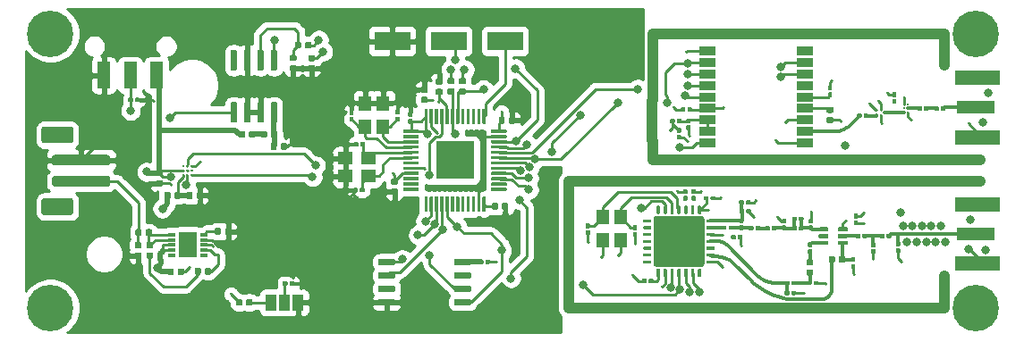
<source format=gbr>
G04 #@! TF.GenerationSoftware,KiCad,Pcbnew,(5.1.5)-3*
G04 #@! TF.CreationDate,2020-05-16T21:03:04+05:30*
G04 #@! TF.ProjectId,ArmTrax,41726d54-7261-4782-9e6b-696361645f70,rev?*
G04 #@! TF.SameCoordinates,Original*
G04 #@! TF.FileFunction,Copper,L1,Top*
G04 #@! TF.FilePolarity,Positive*
%FSLAX46Y46*%
G04 Gerber Fmt 4.6, Leading zero omitted, Abs format (unit mm)*
G04 Created by KiCad (PCBNEW (5.1.5)-3) date 2020-05-16 21:03:04*
%MOMM*%
%LPD*%
G04 APERTURE LIST*
%ADD10C,0.100000*%
%ADD11R,3.600000X3.600000*%
%ADD12C,4.400000*%
%ADD13C,0.700000*%
%ADD14R,1.200000X1.400000*%
%ADD15R,1.400000X1.200000*%
%ADD16R,0.180000X0.250000*%
%ADD17R,0.250000X0.250000*%
%ADD18R,1.600000X0.900000*%
%ADD19R,1.750000X2.450000*%
%ADD20R,0.800000X0.300000*%
%ADD21R,3.400000X1.800000*%
%ADD22R,1.250000X2.500000*%
%ADD23R,1.000000X1.500000*%
%ADD24R,3.600000X1.270000*%
%ADD25R,4.200000X1.350000*%
%ADD26C,0.208000*%
%ADD27C,0.800000*%
%ADD28C,0.300000*%
%ADD29C,1.000000*%
%ADD30C,0.250000*%
%ADD31C,0.500000*%
%ADD32C,0.300000*%
%ADD33C,0.254000*%
G04 APERTURE END LIST*
G04 #@! TA.AperFunction,SMDPad,CuDef*
D10*
G36*
X102484703Y-72055722D02*
G01*
X102499264Y-72057882D01*
X102513543Y-72061459D01*
X102527403Y-72066418D01*
X102540710Y-72072712D01*
X102553336Y-72080280D01*
X102565159Y-72089048D01*
X102576066Y-72098934D01*
X102585952Y-72109841D01*
X102594720Y-72121664D01*
X102602288Y-72134290D01*
X102608582Y-72147597D01*
X102613541Y-72161457D01*
X102617118Y-72175736D01*
X102619278Y-72190297D01*
X102620000Y-72205000D01*
X102620000Y-72505000D01*
X102619278Y-72519703D01*
X102617118Y-72534264D01*
X102613541Y-72548543D01*
X102608582Y-72562403D01*
X102602288Y-72575710D01*
X102594720Y-72588336D01*
X102585952Y-72600159D01*
X102576066Y-72611066D01*
X102565159Y-72620952D01*
X102553336Y-72629720D01*
X102540710Y-72637288D01*
X102527403Y-72643582D01*
X102513543Y-72648541D01*
X102499264Y-72652118D01*
X102484703Y-72654278D01*
X102470000Y-72655000D01*
X101170000Y-72655000D01*
X101155297Y-72654278D01*
X101140736Y-72652118D01*
X101126457Y-72648541D01*
X101112597Y-72643582D01*
X101099290Y-72637288D01*
X101086664Y-72629720D01*
X101074841Y-72620952D01*
X101063934Y-72611066D01*
X101054048Y-72600159D01*
X101045280Y-72588336D01*
X101037712Y-72575710D01*
X101031418Y-72562403D01*
X101026459Y-72548543D01*
X101022882Y-72534264D01*
X101020722Y-72519703D01*
X101020000Y-72505000D01*
X101020000Y-72205000D01*
X101020722Y-72190297D01*
X101022882Y-72175736D01*
X101026459Y-72161457D01*
X101031418Y-72147597D01*
X101037712Y-72134290D01*
X101045280Y-72121664D01*
X101054048Y-72109841D01*
X101063934Y-72098934D01*
X101074841Y-72089048D01*
X101086664Y-72080280D01*
X101099290Y-72072712D01*
X101112597Y-72066418D01*
X101126457Y-72061459D01*
X101140736Y-72057882D01*
X101155297Y-72055722D01*
X101170000Y-72055000D01*
X102470000Y-72055000D01*
X102484703Y-72055722D01*
G37*
G04 #@! TD.AperFunction*
G04 #@! TA.AperFunction,SMDPad,CuDef*
G36*
X102484703Y-73325722D02*
G01*
X102499264Y-73327882D01*
X102513543Y-73331459D01*
X102527403Y-73336418D01*
X102540710Y-73342712D01*
X102553336Y-73350280D01*
X102565159Y-73359048D01*
X102576066Y-73368934D01*
X102585952Y-73379841D01*
X102594720Y-73391664D01*
X102602288Y-73404290D01*
X102608582Y-73417597D01*
X102613541Y-73431457D01*
X102617118Y-73445736D01*
X102619278Y-73460297D01*
X102620000Y-73475000D01*
X102620000Y-73775000D01*
X102619278Y-73789703D01*
X102617118Y-73804264D01*
X102613541Y-73818543D01*
X102608582Y-73832403D01*
X102602288Y-73845710D01*
X102594720Y-73858336D01*
X102585952Y-73870159D01*
X102576066Y-73881066D01*
X102565159Y-73890952D01*
X102553336Y-73899720D01*
X102540710Y-73907288D01*
X102527403Y-73913582D01*
X102513543Y-73918541D01*
X102499264Y-73922118D01*
X102484703Y-73924278D01*
X102470000Y-73925000D01*
X101170000Y-73925000D01*
X101155297Y-73924278D01*
X101140736Y-73922118D01*
X101126457Y-73918541D01*
X101112597Y-73913582D01*
X101099290Y-73907288D01*
X101086664Y-73899720D01*
X101074841Y-73890952D01*
X101063934Y-73881066D01*
X101054048Y-73870159D01*
X101045280Y-73858336D01*
X101037712Y-73845710D01*
X101031418Y-73832403D01*
X101026459Y-73818543D01*
X101022882Y-73804264D01*
X101020722Y-73789703D01*
X101020000Y-73775000D01*
X101020000Y-73475000D01*
X101020722Y-73460297D01*
X101022882Y-73445736D01*
X101026459Y-73431457D01*
X101031418Y-73417597D01*
X101037712Y-73404290D01*
X101045280Y-73391664D01*
X101054048Y-73379841D01*
X101063934Y-73368934D01*
X101074841Y-73359048D01*
X101086664Y-73350280D01*
X101099290Y-73342712D01*
X101112597Y-73336418D01*
X101126457Y-73331459D01*
X101140736Y-73327882D01*
X101155297Y-73325722D01*
X101170000Y-73325000D01*
X102470000Y-73325000D01*
X102484703Y-73325722D01*
G37*
G04 #@! TD.AperFunction*
G04 #@! TA.AperFunction,SMDPad,CuDef*
G36*
X102484703Y-74595722D02*
G01*
X102499264Y-74597882D01*
X102513543Y-74601459D01*
X102527403Y-74606418D01*
X102540710Y-74612712D01*
X102553336Y-74620280D01*
X102565159Y-74629048D01*
X102576066Y-74638934D01*
X102585952Y-74649841D01*
X102594720Y-74661664D01*
X102602288Y-74674290D01*
X102608582Y-74687597D01*
X102613541Y-74701457D01*
X102617118Y-74715736D01*
X102619278Y-74730297D01*
X102620000Y-74745000D01*
X102620000Y-75045000D01*
X102619278Y-75059703D01*
X102617118Y-75074264D01*
X102613541Y-75088543D01*
X102608582Y-75102403D01*
X102602288Y-75115710D01*
X102594720Y-75128336D01*
X102585952Y-75140159D01*
X102576066Y-75151066D01*
X102565159Y-75160952D01*
X102553336Y-75169720D01*
X102540710Y-75177288D01*
X102527403Y-75183582D01*
X102513543Y-75188541D01*
X102499264Y-75192118D01*
X102484703Y-75194278D01*
X102470000Y-75195000D01*
X101170000Y-75195000D01*
X101155297Y-75194278D01*
X101140736Y-75192118D01*
X101126457Y-75188541D01*
X101112597Y-75183582D01*
X101099290Y-75177288D01*
X101086664Y-75169720D01*
X101074841Y-75160952D01*
X101063934Y-75151066D01*
X101054048Y-75140159D01*
X101045280Y-75128336D01*
X101037712Y-75115710D01*
X101031418Y-75102403D01*
X101026459Y-75088543D01*
X101022882Y-75074264D01*
X101020722Y-75059703D01*
X101020000Y-75045000D01*
X101020000Y-74745000D01*
X101020722Y-74730297D01*
X101022882Y-74715736D01*
X101026459Y-74701457D01*
X101031418Y-74687597D01*
X101037712Y-74674290D01*
X101045280Y-74661664D01*
X101054048Y-74649841D01*
X101063934Y-74638934D01*
X101074841Y-74629048D01*
X101086664Y-74620280D01*
X101099290Y-74612712D01*
X101112597Y-74606418D01*
X101126457Y-74601459D01*
X101140736Y-74597882D01*
X101155297Y-74595722D01*
X101170000Y-74595000D01*
X102470000Y-74595000D01*
X102484703Y-74595722D01*
G37*
G04 #@! TD.AperFunction*
G04 #@! TA.AperFunction,SMDPad,CuDef*
G36*
X102484703Y-75865722D02*
G01*
X102499264Y-75867882D01*
X102513543Y-75871459D01*
X102527403Y-75876418D01*
X102540710Y-75882712D01*
X102553336Y-75890280D01*
X102565159Y-75899048D01*
X102576066Y-75908934D01*
X102585952Y-75919841D01*
X102594720Y-75931664D01*
X102602288Y-75944290D01*
X102608582Y-75957597D01*
X102613541Y-75971457D01*
X102617118Y-75985736D01*
X102619278Y-76000297D01*
X102620000Y-76015000D01*
X102620000Y-76315000D01*
X102619278Y-76329703D01*
X102617118Y-76344264D01*
X102613541Y-76358543D01*
X102608582Y-76372403D01*
X102602288Y-76385710D01*
X102594720Y-76398336D01*
X102585952Y-76410159D01*
X102576066Y-76421066D01*
X102565159Y-76430952D01*
X102553336Y-76439720D01*
X102540710Y-76447288D01*
X102527403Y-76453582D01*
X102513543Y-76458541D01*
X102499264Y-76462118D01*
X102484703Y-76464278D01*
X102470000Y-76465000D01*
X101170000Y-76465000D01*
X101155297Y-76464278D01*
X101140736Y-76462118D01*
X101126457Y-76458541D01*
X101112597Y-76453582D01*
X101099290Y-76447288D01*
X101086664Y-76439720D01*
X101074841Y-76430952D01*
X101063934Y-76421066D01*
X101054048Y-76410159D01*
X101045280Y-76398336D01*
X101037712Y-76385710D01*
X101031418Y-76372403D01*
X101026459Y-76358543D01*
X101022882Y-76344264D01*
X101020722Y-76329703D01*
X101020000Y-76315000D01*
X101020000Y-76015000D01*
X101020722Y-76000297D01*
X101022882Y-75985736D01*
X101026459Y-75971457D01*
X101031418Y-75957597D01*
X101037712Y-75944290D01*
X101045280Y-75931664D01*
X101054048Y-75919841D01*
X101063934Y-75908934D01*
X101074841Y-75899048D01*
X101086664Y-75890280D01*
X101099290Y-75882712D01*
X101112597Y-75876418D01*
X101126457Y-75871459D01*
X101140736Y-75867882D01*
X101155297Y-75865722D01*
X101170000Y-75865000D01*
X102470000Y-75865000D01*
X102484703Y-75865722D01*
G37*
G04 #@! TD.AperFunction*
G04 #@! TA.AperFunction,SMDPad,CuDef*
G36*
X95284703Y-75865722D02*
G01*
X95299264Y-75867882D01*
X95313543Y-75871459D01*
X95327403Y-75876418D01*
X95340710Y-75882712D01*
X95353336Y-75890280D01*
X95365159Y-75899048D01*
X95376066Y-75908934D01*
X95385952Y-75919841D01*
X95394720Y-75931664D01*
X95402288Y-75944290D01*
X95408582Y-75957597D01*
X95413541Y-75971457D01*
X95417118Y-75985736D01*
X95419278Y-76000297D01*
X95420000Y-76015000D01*
X95420000Y-76315000D01*
X95419278Y-76329703D01*
X95417118Y-76344264D01*
X95413541Y-76358543D01*
X95408582Y-76372403D01*
X95402288Y-76385710D01*
X95394720Y-76398336D01*
X95385952Y-76410159D01*
X95376066Y-76421066D01*
X95365159Y-76430952D01*
X95353336Y-76439720D01*
X95340710Y-76447288D01*
X95327403Y-76453582D01*
X95313543Y-76458541D01*
X95299264Y-76462118D01*
X95284703Y-76464278D01*
X95270000Y-76465000D01*
X93970000Y-76465000D01*
X93955297Y-76464278D01*
X93940736Y-76462118D01*
X93926457Y-76458541D01*
X93912597Y-76453582D01*
X93899290Y-76447288D01*
X93886664Y-76439720D01*
X93874841Y-76430952D01*
X93863934Y-76421066D01*
X93854048Y-76410159D01*
X93845280Y-76398336D01*
X93837712Y-76385710D01*
X93831418Y-76372403D01*
X93826459Y-76358543D01*
X93822882Y-76344264D01*
X93820722Y-76329703D01*
X93820000Y-76315000D01*
X93820000Y-76015000D01*
X93820722Y-76000297D01*
X93822882Y-75985736D01*
X93826459Y-75971457D01*
X93831418Y-75957597D01*
X93837712Y-75944290D01*
X93845280Y-75931664D01*
X93854048Y-75919841D01*
X93863934Y-75908934D01*
X93874841Y-75899048D01*
X93886664Y-75890280D01*
X93899290Y-75882712D01*
X93912597Y-75876418D01*
X93926457Y-75871459D01*
X93940736Y-75867882D01*
X93955297Y-75865722D01*
X93970000Y-75865000D01*
X95270000Y-75865000D01*
X95284703Y-75865722D01*
G37*
G04 #@! TD.AperFunction*
G04 #@! TA.AperFunction,SMDPad,CuDef*
G36*
X95284703Y-74595722D02*
G01*
X95299264Y-74597882D01*
X95313543Y-74601459D01*
X95327403Y-74606418D01*
X95340710Y-74612712D01*
X95353336Y-74620280D01*
X95365159Y-74629048D01*
X95376066Y-74638934D01*
X95385952Y-74649841D01*
X95394720Y-74661664D01*
X95402288Y-74674290D01*
X95408582Y-74687597D01*
X95413541Y-74701457D01*
X95417118Y-74715736D01*
X95419278Y-74730297D01*
X95420000Y-74745000D01*
X95420000Y-75045000D01*
X95419278Y-75059703D01*
X95417118Y-75074264D01*
X95413541Y-75088543D01*
X95408582Y-75102403D01*
X95402288Y-75115710D01*
X95394720Y-75128336D01*
X95385952Y-75140159D01*
X95376066Y-75151066D01*
X95365159Y-75160952D01*
X95353336Y-75169720D01*
X95340710Y-75177288D01*
X95327403Y-75183582D01*
X95313543Y-75188541D01*
X95299264Y-75192118D01*
X95284703Y-75194278D01*
X95270000Y-75195000D01*
X93970000Y-75195000D01*
X93955297Y-75194278D01*
X93940736Y-75192118D01*
X93926457Y-75188541D01*
X93912597Y-75183582D01*
X93899290Y-75177288D01*
X93886664Y-75169720D01*
X93874841Y-75160952D01*
X93863934Y-75151066D01*
X93854048Y-75140159D01*
X93845280Y-75128336D01*
X93837712Y-75115710D01*
X93831418Y-75102403D01*
X93826459Y-75088543D01*
X93822882Y-75074264D01*
X93820722Y-75059703D01*
X93820000Y-75045000D01*
X93820000Y-74745000D01*
X93820722Y-74730297D01*
X93822882Y-74715736D01*
X93826459Y-74701457D01*
X93831418Y-74687597D01*
X93837712Y-74674290D01*
X93845280Y-74661664D01*
X93854048Y-74649841D01*
X93863934Y-74638934D01*
X93874841Y-74629048D01*
X93886664Y-74620280D01*
X93899290Y-74612712D01*
X93912597Y-74606418D01*
X93926457Y-74601459D01*
X93940736Y-74597882D01*
X93955297Y-74595722D01*
X93970000Y-74595000D01*
X95270000Y-74595000D01*
X95284703Y-74595722D01*
G37*
G04 #@! TD.AperFunction*
G04 #@! TA.AperFunction,SMDPad,CuDef*
G36*
X95284703Y-73325722D02*
G01*
X95299264Y-73327882D01*
X95313543Y-73331459D01*
X95327403Y-73336418D01*
X95340710Y-73342712D01*
X95353336Y-73350280D01*
X95365159Y-73359048D01*
X95376066Y-73368934D01*
X95385952Y-73379841D01*
X95394720Y-73391664D01*
X95402288Y-73404290D01*
X95408582Y-73417597D01*
X95413541Y-73431457D01*
X95417118Y-73445736D01*
X95419278Y-73460297D01*
X95420000Y-73475000D01*
X95420000Y-73775000D01*
X95419278Y-73789703D01*
X95417118Y-73804264D01*
X95413541Y-73818543D01*
X95408582Y-73832403D01*
X95402288Y-73845710D01*
X95394720Y-73858336D01*
X95385952Y-73870159D01*
X95376066Y-73881066D01*
X95365159Y-73890952D01*
X95353336Y-73899720D01*
X95340710Y-73907288D01*
X95327403Y-73913582D01*
X95313543Y-73918541D01*
X95299264Y-73922118D01*
X95284703Y-73924278D01*
X95270000Y-73925000D01*
X93970000Y-73925000D01*
X93955297Y-73924278D01*
X93940736Y-73922118D01*
X93926457Y-73918541D01*
X93912597Y-73913582D01*
X93899290Y-73907288D01*
X93886664Y-73899720D01*
X93874841Y-73890952D01*
X93863934Y-73881066D01*
X93854048Y-73870159D01*
X93845280Y-73858336D01*
X93837712Y-73845710D01*
X93831418Y-73832403D01*
X93826459Y-73818543D01*
X93822882Y-73804264D01*
X93820722Y-73789703D01*
X93820000Y-73775000D01*
X93820000Y-73475000D01*
X93820722Y-73460297D01*
X93822882Y-73445736D01*
X93826459Y-73431457D01*
X93831418Y-73417597D01*
X93837712Y-73404290D01*
X93845280Y-73391664D01*
X93854048Y-73379841D01*
X93863934Y-73368934D01*
X93874841Y-73359048D01*
X93886664Y-73350280D01*
X93899290Y-73342712D01*
X93912597Y-73336418D01*
X93926457Y-73331459D01*
X93940736Y-73327882D01*
X93955297Y-73325722D01*
X93970000Y-73325000D01*
X95270000Y-73325000D01*
X95284703Y-73325722D01*
G37*
G04 #@! TD.AperFunction*
G04 #@! TA.AperFunction,SMDPad,CuDef*
G36*
X95284703Y-72055722D02*
G01*
X95299264Y-72057882D01*
X95313543Y-72061459D01*
X95327403Y-72066418D01*
X95340710Y-72072712D01*
X95353336Y-72080280D01*
X95365159Y-72089048D01*
X95376066Y-72098934D01*
X95385952Y-72109841D01*
X95394720Y-72121664D01*
X95402288Y-72134290D01*
X95408582Y-72147597D01*
X95413541Y-72161457D01*
X95417118Y-72175736D01*
X95419278Y-72190297D01*
X95420000Y-72205000D01*
X95420000Y-72505000D01*
X95419278Y-72519703D01*
X95417118Y-72534264D01*
X95413541Y-72548543D01*
X95408582Y-72562403D01*
X95402288Y-72575710D01*
X95394720Y-72588336D01*
X95385952Y-72600159D01*
X95376066Y-72611066D01*
X95365159Y-72620952D01*
X95353336Y-72629720D01*
X95340710Y-72637288D01*
X95327403Y-72643582D01*
X95313543Y-72648541D01*
X95299264Y-72652118D01*
X95284703Y-72654278D01*
X95270000Y-72655000D01*
X93970000Y-72655000D01*
X93955297Y-72654278D01*
X93940736Y-72652118D01*
X93926457Y-72648541D01*
X93912597Y-72643582D01*
X93899290Y-72637288D01*
X93886664Y-72629720D01*
X93874841Y-72620952D01*
X93863934Y-72611066D01*
X93854048Y-72600159D01*
X93845280Y-72588336D01*
X93837712Y-72575710D01*
X93831418Y-72562403D01*
X93826459Y-72548543D01*
X93822882Y-72534264D01*
X93820722Y-72519703D01*
X93820000Y-72505000D01*
X93820000Y-72205000D01*
X93820722Y-72190297D01*
X93822882Y-72175736D01*
X93826459Y-72161457D01*
X93831418Y-72147597D01*
X93837712Y-72134290D01*
X93845280Y-72121664D01*
X93854048Y-72109841D01*
X93863934Y-72098934D01*
X93874841Y-72089048D01*
X93886664Y-72080280D01*
X93899290Y-72072712D01*
X93912597Y-72066418D01*
X93926457Y-72061459D01*
X93940736Y-72057882D01*
X93955297Y-72055722D01*
X93970000Y-72055000D01*
X95270000Y-72055000D01*
X95284703Y-72055722D01*
G37*
G04 #@! TD.AperFunction*
D11*
X101100000Y-62710000D03*
G04 #@! TA.AperFunction,SMDPad,CuDef*
D10*
G36*
X98432351Y-57810361D02*
G01*
X98439632Y-57811441D01*
X98446771Y-57813229D01*
X98453701Y-57815709D01*
X98460355Y-57818856D01*
X98466668Y-57822640D01*
X98472579Y-57827024D01*
X98478033Y-57831967D01*
X98482976Y-57837421D01*
X98487360Y-57843332D01*
X98491144Y-57849645D01*
X98494291Y-57856299D01*
X98496771Y-57863229D01*
X98498559Y-57870368D01*
X98499639Y-57877649D01*
X98500000Y-57885000D01*
X98500000Y-59210000D01*
X98499639Y-59217351D01*
X98498559Y-59224632D01*
X98496771Y-59231771D01*
X98494291Y-59238701D01*
X98491144Y-59245355D01*
X98487360Y-59251668D01*
X98482976Y-59257579D01*
X98478033Y-59263033D01*
X98472579Y-59267976D01*
X98466668Y-59272360D01*
X98460355Y-59276144D01*
X98453701Y-59279291D01*
X98446771Y-59281771D01*
X98439632Y-59283559D01*
X98432351Y-59284639D01*
X98425000Y-59285000D01*
X98275000Y-59285000D01*
X98267649Y-59284639D01*
X98260368Y-59283559D01*
X98253229Y-59281771D01*
X98246299Y-59279291D01*
X98239645Y-59276144D01*
X98233332Y-59272360D01*
X98227421Y-59267976D01*
X98221967Y-59263033D01*
X98217024Y-59257579D01*
X98212640Y-59251668D01*
X98208856Y-59245355D01*
X98205709Y-59238701D01*
X98203229Y-59231771D01*
X98201441Y-59224632D01*
X98200361Y-59217351D01*
X98200000Y-59210000D01*
X98200000Y-57885000D01*
X98200361Y-57877649D01*
X98201441Y-57870368D01*
X98203229Y-57863229D01*
X98205709Y-57856299D01*
X98208856Y-57849645D01*
X98212640Y-57843332D01*
X98217024Y-57837421D01*
X98221967Y-57831967D01*
X98227421Y-57827024D01*
X98233332Y-57822640D01*
X98239645Y-57818856D01*
X98246299Y-57815709D01*
X98253229Y-57813229D01*
X98260368Y-57811441D01*
X98267649Y-57810361D01*
X98275000Y-57810000D01*
X98425000Y-57810000D01*
X98432351Y-57810361D01*
G37*
G04 #@! TD.AperFunction*
G04 #@! TA.AperFunction,SMDPad,CuDef*
G36*
X98932351Y-57810361D02*
G01*
X98939632Y-57811441D01*
X98946771Y-57813229D01*
X98953701Y-57815709D01*
X98960355Y-57818856D01*
X98966668Y-57822640D01*
X98972579Y-57827024D01*
X98978033Y-57831967D01*
X98982976Y-57837421D01*
X98987360Y-57843332D01*
X98991144Y-57849645D01*
X98994291Y-57856299D01*
X98996771Y-57863229D01*
X98998559Y-57870368D01*
X98999639Y-57877649D01*
X99000000Y-57885000D01*
X99000000Y-59210000D01*
X98999639Y-59217351D01*
X98998559Y-59224632D01*
X98996771Y-59231771D01*
X98994291Y-59238701D01*
X98991144Y-59245355D01*
X98987360Y-59251668D01*
X98982976Y-59257579D01*
X98978033Y-59263033D01*
X98972579Y-59267976D01*
X98966668Y-59272360D01*
X98960355Y-59276144D01*
X98953701Y-59279291D01*
X98946771Y-59281771D01*
X98939632Y-59283559D01*
X98932351Y-59284639D01*
X98925000Y-59285000D01*
X98775000Y-59285000D01*
X98767649Y-59284639D01*
X98760368Y-59283559D01*
X98753229Y-59281771D01*
X98746299Y-59279291D01*
X98739645Y-59276144D01*
X98733332Y-59272360D01*
X98727421Y-59267976D01*
X98721967Y-59263033D01*
X98717024Y-59257579D01*
X98712640Y-59251668D01*
X98708856Y-59245355D01*
X98705709Y-59238701D01*
X98703229Y-59231771D01*
X98701441Y-59224632D01*
X98700361Y-59217351D01*
X98700000Y-59210000D01*
X98700000Y-57885000D01*
X98700361Y-57877649D01*
X98701441Y-57870368D01*
X98703229Y-57863229D01*
X98705709Y-57856299D01*
X98708856Y-57849645D01*
X98712640Y-57843332D01*
X98717024Y-57837421D01*
X98721967Y-57831967D01*
X98727421Y-57827024D01*
X98733332Y-57822640D01*
X98739645Y-57818856D01*
X98746299Y-57815709D01*
X98753229Y-57813229D01*
X98760368Y-57811441D01*
X98767649Y-57810361D01*
X98775000Y-57810000D01*
X98925000Y-57810000D01*
X98932351Y-57810361D01*
G37*
G04 #@! TD.AperFunction*
G04 #@! TA.AperFunction,SMDPad,CuDef*
G36*
X99432351Y-57810361D02*
G01*
X99439632Y-57811441D01*
X99446771Y-57813229D01*
X99453701Y-57815709D01*
X99460355Y-57818856D01*
X99466668Y-57822640D01*
X99472579Y-57827024D01*
X99478033Y-57831967D01*
X99482976Y-57837421D01*
X99487360Y-57843332D01*
X99491144Y-57849645D01*
X99494291Y-57856299D01*
X99496771Y-57863229D01*
X99498559Y-57870368D01*
X99499639Y-57877649D01*
X99500000Y-57885000D01*
X99500000Y-59210000D01*
X99499639Y-59217351D01*
X99498559Y-59224632D01*
X99496771Y-59231771D01*
X99494291Y-59238701D01*
X99491144Y-59245355D01*
X99487360Y-59251668D01*
X99482976Y-59257579D01*
X99478033Y-59263033D01*
X99472579Y-59267976D01*
X99466668Y-59272360D01*
X99460355Y-59276144D01*
X99453701Y-59279291D01*
X99446771Y-59281771D01*
X99439632Y-59283559D01*
X99432351Y-59284639D01*
X99425000Y-59285000D01*
X99275000Y-59285000D01*
X99267649Y-59284639D01*
X99260368Y-59283559D01*
X99253229Y-59281771D01*
X99246299Y-59279291D01*
X99239645Y-59276144D01*
X99233332Y-59272360D01*
X99227421Y-59267976D01*
X99221967Y-59263033D01*
X99217024Y-59257579D01*
X99212640Y-59251668D01*
X99208856Y-59245355D01*
X99205709Y-59238701D01*
X99203229Y-59231771D01*
X99201441Y-59224632D01*
X99200361Y-59217351D01*
X99200000Y-59210000D01*
X99200000Y-57885000D01*
X99200361Y-57877649D01*
X99201441Y-57870368D01*
X99203229Y-57863229D01*
X99205709Y-57856299D01*
X99208856Y-57849645D01*
X99212640Y-57843332D01*
X99217024Y-57837421D01*
X99221967Y-57831967D01*
X99227421Y-57827024D01*
X99233332Y-57822640D01*
X99239645Y-57818856D01*
X99246299Y-57815709D01*
X99253229Y-57813229D01*
X99260368Y-57811441D01*
X99267649Y-57810361D01*
X99275000Y-57810000D01*
X99425000Y-57810000D01*
X99432351Y-57810361D01*
G37*
G04 #@! TD.AperFunction*
G04 #@! TA.AperFunction,SMDPad,CuDef*
G36*
X99932351Y-57810361D02*
G01*
X99939632Y-57811441D01*
X99946771Y-57813229D01*
X99953701Y-57815709D01*
X99960355Y-57818856D01*
X99966668Y-57822640D01*
X99972579Y-57827024D01*
X99978033Y-57831967D01*
X99982976Y-57837421D01*
X99987360Y-57843332D01*
X99991144Y-57849645D01*
X99994291Y-57856299D01*
X99996771Y-57863229D01*
X99998559Y-57870368D01*
X99999639Y-57877649D01*
X100000000Y-57885000D01*
X100000000Y-59210000D01*
X99999639Y-59217351D01*
X99998559Y-59224632D01*
X99996771Y-59231771D01*
X99994291Y-59238701D01*
X99991144Y-59245355D01*
X99987360Y-59251668D01*
X99982976Y-59257579D01*
X99978033Y-59263033D01*
X99972579Y-59267976D01*
X99966668Y-59272360D01*
X99960355Y-59276144D01*
X99953701Y-59279291D01*
X99946771Y-59281771D01*
X99939632Y-59283559D01*
X99932351Y-59284639D01*
X99925000Y-59285000D01*
X99775000Y-59285000D01*
X99767649Y-59284639D01*
X99760368Y-59283559D01*
X99753229Y-59281771D01*
X99746299Y-59279291D01*
X99739645Y-59276144D01*
X99733332Y-59272360D01*
X99727421Y-59267976D01*
X99721967Y-59263033D01*
X99717024Y-59257579D01*
X99712640Y-59251668D01*
X99708856Y-59245355D01*
X99705709Y-59238701D01*
X99703229Y-59231771D01*
X99701441Y-59224632D01*
X99700361Y-59217351D01*
X99700000Y-59210000D01*
X99700000Y-57885000D01*
X99700361Y-57877649D01*
X99701441Y-57870368D01*
X99703229Y-57863229D01*
X99705709Y-57856299D01*
X99708856Y-57849645D01*
X99712640Y-57843332D01*
X99717024Y-57837421D01*
X99721967Y-57831967D01*
X99727421Y-57827024D01*
X99733332Y-57822640D01*
X99739645Y-57818856D01*
X99746299Y-57815709D01*
X99753229Y-57813229D01*
X99760368Y-57811441D01*
X99767649Y-57810361D01*
X99775000Y-57810000D01*
X99925000Y-57810000D01*
X99932351Y-57810361D01*
G37*
G04 #@! TD.AperFunction*
G04 #@! TA.AperFunction,SMDPad,CuDef*
G36*
X100432351Y-57810361D02*
G01*
X100439632Y-57811441D01*
X100446771Y-57813229D01*
X100453701Y-57815709D01*
X100460355Y-57818856D01*
X100466668Y-57822640D01*
X100472579Y-57827024D01*
X100478033Y-57831967D01*
X100482976Y-57837421D01*
X100487360Y-57843332D01*
X100491144Y-57849645D01*
X100494291Y-57856299D01*
X100496771Y-57863229D01*
X100498559Y-57870368D01*
X100499639Y-57877649D01*
X100500000Y-57885000D01*
X100500000Y-59210000D01*
X100499639Y-59217351D01*
X100498559Y-59224632D01*
X100496771Y-59231771D01*
X100494291Y-59238701D01*
X100491144Y-59245355D01*
X100487360Y-59251668D01*
X100482976Y-59257579D01*
X100478033Y-59263033D01*
X100472579Y-59267976D01*
X100466668Y-59272360D01*
X100460355Y-59276144D01*
X100453701Y-59279291D01*
X100446771Y-59281771D01*
X100439632Y-59283559D01*
X100432351Y-59284639D01*
X100425000Y-59285000D01*
X100275000Y-59285000D01*
X100267649Y-59284639D01*
X100260368Y-59283559D01*
X100253229Y-59281771D01*
X100246299Y-59279291D01*
X100239645Y-59276144D01*
X100233332Y-59272360D01*
X100227421Y-59267976D01*
X100221967Y-59263033D01*
X100217024Y-59257579D01*
X100212640Y-59251668D01*
X100208856Y-59245355D01*
X100205709Y-59238701D01*
X100203229Y-59231771D01*
X100201441Y-59224632D01*
X100200361Y-59217351D01*
X100200000Y-59210000D01*
X100200000Y-57885000D01*
X100200361Y-57877649D01*
X100201441Y-57870368D01*
X100203229Y-57863229D01*
X100205709Y-57856299D01*
X100208856Y-57849645D01*
X100212640Y-57843332D01*
X100217024Y-57837421D01*
X100221967Y-57831967D01*
X100227421Y-57827024D01*
X100233332Y-57822640D01*
X100239645Y-57818856D01*
X100246299Y-57815709D01*
X100253229Y-57813229D01*
X100260368Y-57811441D01*
X100267649Y-57810361D01*
X100275000Y-57810000D01*
X100425000Y-57810000D01*
X100432351Y-57810361D01*
G37*
G04 #@! TD.AperFunction*
G04 #@! TA.AperFunction,SMDPad,CuDef*
G36*
X100932351Y-57810361D02*
G01*
X100939632Y-57811441D01*
X100946771Y-57813229D01*
X100953701Y-57815709D01*
X100960355Y-57818856D01*
X100966668Y-57822640D01*
X100972579Y-57827024D01*
X100978033Y-57831967D01*
X100982976Y-57837421D01*
X100987360Y-57843332D01*
X100991144Y-57849645D01*
X100994291Y-57856299D01*
X100996771Y-57863229D01*
X100998559Y-57870368D01*
X100999639Y-57877649D01*
X101000000Y-57885000D01*
X101000000Y-59210000D01*
X100999639Y-59217351D01*
X100998559Y-59224632D01*
X100996771Y-59231771D01*
X100994291Y-59238701D01*
X100991144Y-59245355D01*
X100987360Y-59251668D01*
X100982976Y-59257579D01*
X100978033Y-59263033D01*
X100972579Y-59267976D01*
X100966668Y-59272360D01*
X100960355Y-59276144D01*
X100953701Y-59279291D01*
X100946771Y-59281771D01*
X100939632Y-59283559D01*
X100932351Y-59284639D01*
X100925000Y-59285000D01*
X100775000Y-59285000D01*
X100767649Y-59284639D01*
X100760368Y-59283559D01*
X100753229Y-59281771D01*
X100746299Y-59279291D01*
X100739645Y-59276144D01*
X100733332Y-59272360D01*
X100727421Y-59267976D01*
X100721967Y-59263033D01*
X100717024Y-59257579D01*
X100712640Y-59251668D01*
X100708856Y-59245355D01*
X100705709Y-59238701D01*
X100703229Y-59231771D01*
X100701441Y-59224632D01*
X100700361Y-59217351D01*
X100700000Y-59210000D01*
X100700000Y-57885000D01*
X100700361Y-57877649D01*
X100701441Y-57870368D01*
X100703229Y-57863229D01*
X100705709Y-57856299D01*
X100708856Y-57849645D01*
X100712640Y-57843332D01*
X100717024Y-57837421D01*
X100721967Y-57831967D01*
X100727421Y-57827024D01*
X100733332Y-57822640D01*
X100739645Y-57818856D01*
X100746299Y-57815709D01*
X100753229Y-57813229D01*
X100760368Y-57811441D01*
X100767649Y-57810361D01*
X100775000Y-57810000D01*
X100925000Y-57810000D01*
X100932351Y-57810361D01*
G37*
G04 #@! TD.AperFunction*
G04 #@! TA.AperFunction,SMDPad,CuDef*
G36*
X101432351Y-57810361D02*
G01*
X101439632Y-57811441D01*
X101446771Y-57813229D01*
X101453701Y-57815709D01*
X101460355Y-57818856D01*
X101466668Y-57822640D01*
X101472579Y-57827024D01*
X101478033Y-57831967D01*
X101482976Y-57837421D01*
X101487360Y-57843332D01*
X101491144Y-57849645D01*
X101494291Y-57856299D01*
X101496771Y-57863229D01*
X101498559Y-57870368D01*
X101499639Y-57877649D01*
X101500000Y-57885000D01*
X101500000Y-59210000D01*
X101499639Y-59217351D01*
X101498559Y-59224632D01*
X101496771Y-59231771D01*
X101494291Y-59238701D01*
X101491144Y-59245355D01*
X101487360Y-59251668D01*
X101482976Y-59257579D01*
X101478033Y-59263033D01*
X101472579Y-59267976D01*
X101466668Y-59272360D01*
X101460355Y-59276144D01*
X101453701Y-59279291D01*
X101446771Y-59281771D01*
X101439632Y-59283559D01*
X101432351Y-59284639D01*
X101425000Y-59285000D01*
X101275000Y-59285000D01*
X101267649Y-59284639D01*
X101260368Y-59283559D01*
X101253229Y-59281771D01*
X101246299Y-59279291D01*
X101239645Y-59276144D01*
X101233332Y-59272360D01*
X101227421Y-59267976D01*
X101221967Y-59263033D01*
X101217024Y-59257579D01*
X101212640Y-59251668D01*
X101208856Y-59245355D01*
X101205709Y-59238701D01*
X101203229Y-59231771D01*
X101201441Y-59224632D01*
X101200361Y-59217351D01*
X101200000Y-59210000D01*
X101200000Y-57885000D01*
X101200361Y-57877649D01*
X101201441Y-57870368D01*
X101203229Y-57863229D01*
X101205709Y-57856299D01*
X101208856Y-57849645D01*
X101212640Y-57843332D01*
X101217024Y-57837421D01*
X101221967Y-57831967D01*
X101227421Y-57827024D01*
X101233332Y-57822640D01*
X101239645Y-57818856D01*
X101246299Y-57815709D01*
X101253229Y-57813229D01*
X101260368Y-57811441D01*
X101267649Y-57810361D01*
X101275000Y-57810000D01*
X101425000Y-57810000D01*
X101432351Y-57810361D01*
G37*
G04 #@! TD.AperFunction*
G04 #@! TA.AperFunction,SMDPad,CuDef*
G36*
X101932351Y-57810361D02*
G01*
X101939632Y-57811441D01*
X101946771Y-57813229D01*
X101953701Y-57815709D01*
X101960355Y-57818856D01*
X101966668Y-57822640D01*
X101972579Y-57827024D01*
X101978033Y-57831967D01*
X101982976Y-57837421D01*
X101987360Y-57843332D01*
X101991144Y-57849645D01*
X101994291Y-57856299D01*
X101996771Y-57863229D01*
X101998559Y-57870368D01*
X101999639Y-57877649D01*
X102000000Y-57885000D01*
X102000000Y-59210000D01*
X101999639Y-59217351D01*
X101998559Y-59224632D01*
X101996771Y-59231771D01*
X101994291Y-59238701D01*
X101991144Y-59245355D01*
X101987360Y-59251668D01*
X101982976Y-59257579D01*
X101978033Y-59263033D01*
X101972579Y-59267976D01*
X101966668Y-59272360D01*
X101960355Y-59276144D01*
X101953701Y-59279291D01*
X101946771Y-59281771D01*
X101939632Y-59283559D01*
X101932351Y-59284639D01*
X101925000Y-59285000D01*
X101775000Y-59285000D01*
X101767649Y-59284639D01*
X101760368Y-59283559D01*
X101753229Y-59281771D01*
X101746299Y-59279291D01*
X101739645Y-59276144D01*
X101733332Y-59272360D01*
X101727421Y-59267976D01*
X101721967Y-59263033D01*
X101717024Y-59257579D01*
X101712640Y-59251668D01*
X101708856Y-59245355D01*
X101705709Y-59238701D01*
X101703229Y-59231771D01*
X101701441Y-59224632D01*
X101700361Y-59217351D01*
X101700000Y-59210000D01*
X101700000Y-57885000D01*
X101700361Y-57877649D01*
X101701441Y-57870368D01*
X101703229Y-57863229D01*
X101705709Y-57856299D01*
X101708856Y-57849645D01*
X101712640Y-57843332D01*
X101717024Y-57837421D01*
X101721967Y-57831967D01*
X101727421Y-57827024D01*
X101733332Y-57822640D01*
X101739645Y-57818856D01*
X101746299Y-57815709D01*
X101753229Y-57813229D01*
X101760368Y-57811441D01*
X101767649Y-57810361D01*
X101775000Y-57810000D01*
X101925000Y-57810000D01*
X101932351Y-57810361D01*
G37*
G04 #@! TD.AperFunction*
G04 #@! TA.AperFunction,SMDPad,CuDef*
G36*
X102432351Y-57810361D02*
G01*
X102439632Y-57811441D01*
X102446771Y-57813229D01*
X102453701Y-57815709D01*
X102460355Y-57818856D01*
X102466668Y-57822640D01*
X102472579Y-57827024D01*
X102478033Y-57831967D01*
X102482976Y-57837421D01*
X102487360Y-57843332D01*
X102491144Y-57849645D01*
X102494291Y-57856299D01*
X102496771Y-57863229D01*
X102498559Y-57870368D01*
X102499639Y-57877649D01*
X102500000Y-57885000D01*
X102500000Y-59210000D01*
X102499639Y-59217351D01*
X102498559Y-59224632D01*
X102496771Y-59231771D01*
X102494291Y-59238701D01*
X102491144Y-59245355D01*
X102487360Y-59251668D01*
X102482976Y-59257579D01*
X102478033Y-59263033D01*
X102472579Y-59267976D01*
X102466668Y-59272360D01*
X102460355Y-59276144D01*
X102453701Y-59279291D01*
X102446771Y-59281771D01*
X102439632Y-59283559D01*
X102432351Y-59284639D01*
X102425000Y-59285000D01*
X102275000Y-59285000D01*
X102267649Y-59284639D01*
X102260368Y-59283559D01*
X102253229Y-59281771D01*
X102246299Y-59279291D01*
X102239645Y-59276144D01*
X102233332Y-59272360D01*
X102227421Y-59267976D01*
X102221967Y-59263033D01*
X102217024Y-59257579D01*
X102212640Y-59251668D01*
X102208856Y-59245355D01*
X102205709Y-59238701D01*
X102203229Y-59231771D01*
X102201441Y-59224632D01*
X102200361Y-59217351D01*
X102200000Y-59210000D01*
X102200000Y-57885000D01*
X102200361Y-57877649D01*
X102201441Y-57870368D01*
X102203229Y-57863229D01*
X102205709Y-57856299D01*
X102208856Y-57849645D01*
X102212640Y-57843332D01*
X102217024Y-57837421D01*
X102221967Y-57831967D01*
X102227421Y-57827024D01*
X102233332Y-57822640D01*
X102239645Y-57818856D01*
X102246299Y-57815709D01*
X102253229Y-57813229D01*
X102260368Y-57811441D01*
X102267649Y-57810361D01*
X102275000Y-57810000D01*
X102425000Y-57810000D01*
X102432351Y-57810361D01*
G37*
G04 #@! TD.AperFunction*
G04 #@! TA.AperFunction,SMDPad,CuDef*
G36*
X102932351Y-57810361D02*
G01*
X102939632Y-57811441D01*
X102946771Y-57813229D01*
X102953701Y-57815709D01*
X102960355Y-57818856D01*
X102966668Y-57822640D01*
X102972579Y-57827024D01*
X102978033Y-57831967D01*
X102982976Y-57837421D01*
X102987360Y-57843332D01*
X102991144Y-57849645D01*
X102994291Y-57856299D01*
X102996771Y-57863229D01*
X102998559Y-57870368D01*
X102999639Y-57877649D01*
X103000000Y-57885000D01*
X103000000Y-59210000D01*
X102999639Y-59217351D01*
X102998559Y-59224632D01*
X102996771Y-59231771D01*
X102994291Y-59238701D01*
X102991144Y-59245355D01*
X102987360Y-59251668D01*
X102982976Y-59257579D01*
X102978033Y-59263033D01*
X102972579Y-59267976D01*
X102966668Y-59272360D01*
X102960355Y-59276144D01*
X102953701Y-59279291D01*
X102946771Y-59281771D01*
X102939632Y-59283559D01*
X102932351Y-59284639D01*
X102925000Y-59285000D01*
X102775000Y-59285000D01*
X102767649Y-59284639D01*
X102760368Y-59283559D01*
X102753229Y-59281771D01*
X102746299Y-59279291D01*
X102739645Y-59276144D01*
X102733332Y-59272360D01*
X102727421Y-59267976D01*
X102721967Y-59263033D01*
X102717024Y-59257579D01*
X102712640Y-59251668D01*
X102708856Y-59245355D01*
X102705709Y-59238701D01*
X102703229Y-59231771D01*
X102701441Y-59224632D01*
X102700361Y-59217351D01*
X102700000Y-59210000D01*
X102700000Y-57885000D01*
X102700361Y-57877649D01*
X102701441Y-57870368D01*
X102703229Y-57863229D01*
X102705709Y-57856299D01*
X102708856Y-57849645D01*
X102712640Y-57843332D01*
X102717024Y-57837421D01*
X102721967Y-57831967D01*
X102727421Y-57827024D01*
X102733332Y-57822640D01*
X102739645Y-57818856D01*
X102746299Y-57815709D01*
X102753229Y-57813229D01*
X102760368Y-57811441D01*
X102767649Y-57810361D01*
X102775000Y-57810000D01*
X102925000Y-57810000D01*
X102932351Y-57810361D01*
G37*
G04 #@! TD.AperFunction*
G04 #@! TA.AperFunction,SMDPad,CuDef*
G36*
X103432351Y-57810361D02*
G01*
X103439632Y-57811441D01*
X103446771Y-57813229D01*
X103453701Y-57815709D01*
X103460355Y-57818856D01*
X103466668Y-57822640D01*
X103472579Y-57827024D01*
X103478033Y-57831967D01*
X103482976Y-57837421D01*
X103487360Y-57843332D01*
X103491144Y-57849645D01*
X103494291Y-57856299D01*
X103496771Y-57863229D01*
X103498559Y-57870368D01*
X103499639Y-57877649D01*
X103500000Y-57885000D01*
X103500000Y-59210000D01*
X103499639Y-59217351D01*
X103498559Y-59224632D01*
X103496771Y-59231771D01*
X103494291Y-59238701D01*
X103491144Y-59245355D01*
X103487360Y-59251668D01*
X103482976Y-59257579D01*
X103478033Y-59263033D01*
X103472579Y-59267976D01*
X103466668Y-59272360D01*
X103460355Y-59276144D01*
X103453701Y-59279291D01*
X103446771Y-59281771D01*
X103439632Y-59283559D01*
X103432351Y-59284639D01*
X103425000Y-59285000D01*
X103275000Y-59285000D01*
X103267649Y-59284639D01*
X103260368Y-59283559D01*
X103253229Y-59281771D01*
X103246299Y-59279291D01*
X103239645Y-59276144D01*
X103233332Y-59272360D01*
X103227421Y-59267976D01*
X103221967Y-59263033D01*
X103217024Y-59257579D01*
X103212640Y-59251668D01*
X103208856Y-59245355D01*
X103205709Y-59238701D01*
X103203229Y-59231771D01*
X103201441Y-59224632D01*
X103200361Y-59217351D01*
X103200000Y-59210000D01*
X103200000Y-57885000D01*
X103200361Y-57877649D01*
X103201441Y-57870368D01*
X103203229Y-57863229D01*
X103205709Y-57856299D01*
X103208856Y-57849645D01*
X103212640Y-57843332D01*
X103217024Y-57837421D01*
X103221967Y-57831967D01*
X103227421Y-57827024D01*
X103233332Y-57822640D01*
X103239645Y-57818856D01*
X103246299Y-57815709D01*
X103253229Y-57813229D01*
X103260368Y-57811441D01*
X103267649Y-57810361D01*
X103275000Y-57810000D01*
X103425000Y-57810000D01*
X103432351Y-57810361D01*
G37*
G04 #@! TD.AperFunction*
G04 #@! TA.AperFunction,SMDPad,CuDef*
G36*
X103932351Y-57810361D02*
G01*
X103939632Y-57811441D01*
X103946771Y-57813229D01*
X103953701Y-57815709D01*
X103960355Y-57818856D01*
X103966668Y-57822640D01*
X103972579Y-57827024D01*
X103978033Y-57831967D01*
X103982976Y-57837421D01*
X103987360Y-57843332D01*
X103991144Y-57849645D01*
X103994291Y-57856299D01*
X103996771Y-57863229D01*
X103998559Y-57870368D01*
X103999639Y-57877649D01*
X104000000Y-57885000D01*
X104000000Y-59210000D01*
X103999639Y-59217351D01*
X103998559Y-59224632D01*
X103996771Y-59231771D01*
X103994291Y-59238701D01*
X103991144Y-59245355D01*
X103987360Y-59251668D01*
X103982976Y-59257579D01*
X103978033Y-59263033D01*
X103972579Y-59267976D01*
X103966668Y-59272360D01*
X103960355Y-59276144D01*
X103953701Y-59279291D01*
X103946771Y-59281771D01*
X103939632Y-59283559D01*
X103932351Y-59284639D01*
X103925000Y-59285000D01*
X103775000Y-59285000D01*
X103767649Y-59284639D01*
X103760368Y-59283559D01*
X103753229Y-59281771D01*
X103746299Y-59279291D01*
X103739645Y-59276144D01*
X103733332Y-59272360D01*
X103727421Y-59267976D01*
X103721967Y-59263033D01*
X103717024Y-59257579D01*
X103712640Y-59251668D01*
X103708856Y-59245355D01*
X103705709Y-59238701D01*
X103703229Y-59231771D01*
X103701441Y-59224632D01*
X103700361Y-59217351D01*
X103700000Y-59210000D01*
X103700000Y-57885000D01*
X103700361Y-57877649D01*
X103701441Y-57870368D01*
X103703229Y-57863229D01*
X103705709Y-57856299D01*
X103708856Y-57849645D01*
X103712640Y-57843332D01*
X103717024Y-57837421D01*
X103721967Y-57831967D01*
X103727421Y-57827024D01*
X103733332Y-57822640D01*
X103739645Y-57818856D01*
X103746299Y-57815709D01*
X103753229Y-57813229D01*
X103760368Y-57811441D01*
X103767649Y-57810361D01*
X103775000Y-57810000D01*
X103925000Y-57810000D01*
X103932351Y-57810361D01*
G37*
G04 #@! TD.AperFunction*
G04 #@! TA.AperFunction,SMDPad,CuDef*
G36*
X105932351Y-59810361D02*
G01*
X105939632Y-59811441D01*
X105946771Y-59813229D01*
X105953701Y-59815709D01*
X105960355Y-59818856D01*
X105966668Y-59822640D01*
X105972579Y-59827024D01*
X105978033Y-59831967D01*
X105982976Y-59837421D01*
X105987360Y-59843332D01*
X105991144Y-59849645D01*
X105994291Y-59856299D01*
X105996771Y-59863229D01*
X105998559Y-59870368D01*
X105999639Y-59877649D01*
X106000000Y-59885000D01*
X106000000Y-60035000D01*
X105999639Y-60042351D01*
X105998559Y-60049632D01*
X105996771Y-60056771D01*
X105994291Y-60063701D01*
X105991144Y-60070355D01*
X105987360Y-60076668D01*
X105982976Y-60082579D01*
X105978033Y-60088033D01*
X105972579Y-60092976D01*
X105966668Y-60097360D01*
X105960355Y-60101144D01*
X105953701Y-60104291D01*
X105946771Y-60106771D01*
X105939632Y-60108559D01*
X105932351Y-60109639D01*
X105925000Y-60110000D01*
X104600000Y-60110000D01*
X104592649Y-60109639D01*
X104585368Y-60108559D01*
X104578229Y-60106771D01*
X104571299Y-60104291D01*
X104564645Y-60101144D01*
X104558332Y-60097360D01*
X104552421Y-60092976D01*
X104546967Y-60088033D01*
X104542024Y-60082579D01*
X104537640Y-60076668D01*
X104533856Y-60070355D01*
X104530709Y-60063701D01*
X104528229Y-60056771D01*
X104526441Y-60049632D01*
X104525361Y-60042351D01*
X104525000Y-60035000D01*
X104525000Y-59885000D01*
X104525361Y-59877649D01*
X104526441Y-59870368D01*
X104528229Y-59863229D01*
X104530709Y-59856299D01*
X104533856Y-59849645D01*
X104537640Y-59843332D01*
X104542024Y-59837421D01*
X104546967Y-59831967D01*
X104552421Y-59827024D01*
X104558332Y-59822640D01*
X104564645Y-59818856D01*
X104571299Y-59815709D01*
X104578229Y-59813229D01*
X104585368Y-59811441D01*
X104592649Y-59810361D01*
X104600000Y-59810000D01*
X105925000Y-59810000D01*
X105932351Y-59810361D01*
G37*
G04 #@! TD.AperFunction*
G04 #@! TA.AperFunction,SMDPad,CuDef*
G36*
X105932351Y-60310361D02*
G01*
X105939632Y-60311441D01*
X105946771Y-60313229D01*
X105953701Y-60315709D01*
X105960355Y-60318856D01*
X105966668Y-60322640D01*
X105972579Y-60327024D01*
X105978033Y-60331967D01*
X105982976Y-60337421D01*
X105987360Y-60343332D01*
X105991144Y-60349645D01*
X105994291Y-60356299D01*
X105996771Y-60363229D01*
X105998559Y-60370368D01*
X105999639Y-60377649D01*
X106000000Y-60385000D01*
X106000000Y-60535000D01*
X105999639Y-60542351D01*
X105998559Y-60549632D01*
X105996771Y-60556771D01*
X105994291Y-60563701D01*
X105991144Y-60570355D01*
X105987360Y-60576668D01*
X105982976Y-60582579D01*
X105978033Y-60588033D01*
X105972579Y-60592976D01*
X105966668Y-60597360D01*
X105960355Y-60601144D01*
X105953701Y-60604291D01*
X105946771Y-60606771D01*
X105939632Y-60608559D01*
X105932351Y-60609639D01*
X105925000Y-60610000D01*
X104600000Y-60610000D01*
X104592649Y-60609639D01*
X104585368Y-60608559D01*
X104578229Y-60606771D01*
X104571299Y-60604291D01*
X104564645Y-60601144D01*
X104558332Y-60597360D01*
X104552421Y-60592976D01*
X104546967Y-60588033D01*
X104542024Y-60582579D01*
X104537640Y-60576668D01*
X104533856Y-60570355D01*
X104530709Y-60563701D01*
X104528229Y-60556771D01*
X104526441Y-60549632D01*
X104525361Y-60542351D01*
X104525000Y-60535000D01*
X104525000Y-60385000D01*
X104525361Y-60377649D01*
X104526441Y-60370368D01*
X104528229Y-60363229D01*
X104530709Y-60356299D01*
X104533856Y-60349645D01*
X104537640Y-60343332D01*
X104542024Y-60337421D01*
X104546967Y-60331967D01*
X104552421Y-60327024D01*
X104558332Y-60322640D01*
X104564645Y-60318856D01*
X104571299Y-60315709D01*
X104578229Y-60313229D01*
X104585368Y-60311441D01*
X104592649Y-60310361D01*
X104600000Y-60310000D01*
X105925000Y-60310000D01*
X105932351Y-60310361D01*
G37*
G04 #@! TD.AperFunction*
G04 #@! TA.AperFunction,SMDPad,CuDef*
G36*
X105932351Y-60810361D02*
G01*
X105939632Y-60811441D01*
X105946771Y-60813229D01*
X105953701Y-60815709D01*
X105960355Y-60818856D01*
X105966668Y-60822640D01*
X105972579Y-60827024D01*
X105978033Y-60831967D01*
X105982976Y-60837421D01*
X105987360Y-60843332D01*
X105991144Y-60849645D01*
X105994291Y-60856299D01*
X105996771Y-60863229D01*
X105998559Y-60870368D01*
X105999639Y-60877649D01*
X106000000Y-60885000D01*
X106000000Y-61035000D01*
X105999639Y-61042351D01*
X105998559Y-61049632D01*
X105996771Y-61056771D01*
X105994291Y-61063701D01*
X105991144Y-61070355D01*
X105987360Y-61076668D01*
X105982976Y-61082579D01*
X105978033Y-61088033D01*
X105972579Y-61092976D01*
X105966668Y-61097360D01*
X105960355Y-61101144D01*
X105953701Y-61104291D01*
X105946771Y-61106771D01*
X105939632Y-61108559D01*
X105932351Y-61109639D01*
X105925000Y-61110000D01*
X104600000Y-61110000D01*
X104592649Y-61109639D01*
X104585368Y-61108559D01*
X104578229Y-61106771D01*
X104571299Y-61104291D01*
X104564645Y-61101144D01*
X104558332Y-61097360D01*
X104552421Y-61092976D01*
X104546967Y-61088033D01*
X104542024Y-61082579D01*
X104537640Y-61076668D01*
X104533856Y-61070355D01*
X104530709Y-61063701D01*
X104528229Y-61056771D01*
X104526441Y-61049632D01*
X104525361Y-61042351D01*
X104525000Y-61035000D01*
X104525000Y-60885000D01*
X104525361Y-60877649D01*
X104526441Y-60870368D01*
X104528229Y-60863229D01*
X104530709Y-60856299D01*
X104533856Y-60849645D01*
X104537640Y-60843332D01*
X104542024Y-60837421D01*
X104546967Y-60831967D01*
X104552421Y-60827024D01*
X104558332Y-60822640D01*
X104564645Y-60818856D01*
X104571299Y-60815709D01*
X104578229Y-60813229D01*
X104585368Y-60811441D01*
X104592649Y-60810361D01*
X104600000Y-60810000D01*
X105925000Y-60810000D01*
X105932351Y-60810361D01*
G37*
G04 #@! TD.AperFunction*
G04 #@! TA.AperFunction,SMDPad,CuDef*
G36*
X105932351Y-61310361D02*
G01*
X105939632Y-61311441D01*
X105946771Y-61313229D01*
X105953701Y-61315709D01*
X105960355Y-61318856D01*
X105966668Y-61322640D01*
X105972579Y-61327024D01*
X105978033Y-61331967D01*
X105982976Y-61337421D01*
X105987360Y-61343332D01*
X105991144Y-61349645D01*
X105994291Y-61356299D01*
X105996771Y-61363229D01*
X105998559Y-61370368D01*
X105999639Y-61377649D01*
X106000000Y-61385000D01*
X106000000Y-61535000D01*
X105999639Y-61542351D01*
X105998559Y-61549632D01*
X105996771Y-61556771D01*
X105994291Y-61563701D01*
X105991144Y-61570355D01*
X105987360Y-61576668D01*
X105982976Y-61582579D01*
X105978033Y-61588033D01*
X105972579Y-61592976D01*
X105966668Y-61597360D01*
X105960355Y-61601144D01*
X105953701Y-61604291D01*
X105946771Y-61606771D01*
X105939632Y-61608559D01*
X105932351Y-61609639D01*
X105925000Y-61610000D01*
X104600000Y-61610000D01*
X104592649Y-61609639D01*
X104585368Y-61608559D01*
X104578229Y-61606771D01*
X104571299Y-61604291D01*
X104564645Y-61601144D01*
X104558332Y-61597360D01*
X104552421Y-61592976D01*
X104546967Y-61588033D01*
X104542024Y-61582579D01*
X104537640Y-61576668D01*
X104533856Y-61570355D01*
X104530709Y-61563701D01*
X104528229Y-61556771D01*
X104526441Y-61549632D01*
X104525361Y-61542351D01*
X104525000Y-61535000D01*
X104525000Y-61385000D01*
X104525361Y-61377649D01*
X104526441Y-61370368D01*
X104528229Y-61363229D01*
X104530709Y-61356299D01*
X104533856Y-61349645D01*
X104537640Y-61343332D01*
X104542024Y-61337421D01*
X104546967Y-61331967D01*
X104552421Y-61327024D01*
X104558332Y-61322640D01*
X104564645Y-61318856D01*
X104571299Y-61315709D01*
X104578229Y-61313229D01*
X104585368Y-61311441D01*
X104592649Y-61310361D01*
X104600000Y-61310000D01*
X105925000Y-61310000D01*
X105932351Y-61310361D01*
G37*
G04 #@! TD.AperFunction*
G04 #@! TA.AperFunction,SMDPad,CuDef*
G36*
X105932351Y-61810361D02*
G01*
X105939632Y-61811441D01*
X105946771Y-61813229D01*
X105953701Y-61815709D01*
X105960355Y-61818856D01*
X105966668Y-61822640D01*
X105972579Y-61827024D01*
X105978033Y-61831967D01*
X105982976Y-61837421D01*
X105987360Y-61843332D01*
X105991144Y-61849645D01*
X105994291Y-61856299D01*
X105996771Y-61863229D01*
X105998559Y-61870368D01*
X105999639Y-61877649D01*
X106000000Y-61885000D01*
X106000000Y-62035000D01*
X105999639Y-62042351D01*
X105998559Y-62049632D01*
X105996771Y-62056771D01*
X105994291Y-62063701D01*
X105991144Y-62070355D01*
X105987360Y-62076668D01*
X105982976Y-62082579D01*
X105978033Y-62088033D01*
X105972579Y-62092976D01*
X105966668Y-62097360D01*
X105960355Y-62101144D01*
X105953701Y-62104291D01*
X105946771Y-62106771D01*
X105939632Y-62108559D01*
X105932351Y-62109639D01*
X105925000Y-62110000D01*
X104600000Y-62110000D01*
X104592649Y-62109639D01*
X104585368Y-62108559D01*
X104578229Y-62106771D01*
X104571299Y-62104291D01*
X104564645Y-62101144D01*
X104558332Y-62097360D01*
X104552421Y-62092976D01*
X104546967Y-62088033D01*
X104542024Y-62082579D01*
X104537640Y-62076668D01*
X104533856Y-62070355D01*
X104530709Y-62063701D01*
X104528229Y-62056771D01*
X104526441Y-62049632D01*
X104525361Y-62042351D01*
X104525000Y-62035000D01*
X104525000Y-61885000D01*
X104525361Y-61877649D01*
X104526441Y-61870368D01*
X104528229Y-61863229D01*
X104530709Y-61856299D01*
X104533856Y-61849645D01*
X104537640Y-61843332D01*
X104542024Y-61837421D01*
X104546967Y-61831967D01*
X104552421Y-61827024D01*
X104558332Y-61822640D01*
X104564645Y-61818856D01*
X104571299Y-61815709D01*
X104578229Y-61813229D01*
X104585368Y-61811441D01*
X104592649Y-61810361D01*
X104600000Y-61810000D01*
X105925000Y-61810000D01*
X105932351Y-61810361D01*
G37*
G04 #@! TD.AperFunction*
G04 #@! TA.AperFunction,SMDPad,CuDef*
G36*
X105932351Y-62310361D02*
G01*
X105939632Y-62311441D01*
X105946771Y-62313229D01*
X105953701Y-62315709D01*
X105960355Y-62318856D01*
X105966668Y-62322640D01*
X105972579Y-62327024D01*
X105978033Y-62331967D01*
X105982976Y-62337421D01*
X105987360Y-62343332D01*
X105991144Y-62349645D01*
X105994291Y-62356299D01*
X105996771Y-62363229D01*
X105998559Y-62370368D01*
X105999639Y-62377649D01*
X106000000Y-62385000D01*
X106000000Y-62535000D01*
X105999639Y-62542351D01*
X105998559Y-62549632D01*
X105996771Y-62556771D01*
X105994291Y-62563701D01*
X105991144Y-62570355D01*
X105987360Y-62576668D01*
X105982976Y-62582579D01*
X105978033Y-62588033D01*
X105972579Y-62592976D01*
X105966668Y-62597360D01*
X105960355Y-62601144D01*
X105953701Y-62604291D01*
X105946771Y-62606771D01*
X105939632Y-62608559D01*
X105932351Y-62609639D01*
X105925000Y-62610000D01*
X104600000Y-62610000D01*
X104592649Y-62609639D01*
X104585368Y-62608559D01*
X104578229Y-62606771D01*
X104571299Y-62604291D01*
X104564645Y-62601144D01*
X104558332Y-62597360D01*
X104552421Y-62592976D01*
X104546967Y-62588033D01*
X104542024Y-62582579D01*
X104537640Y-62576668D01*
X104533856Y-62570355D01*
X104530709Y-62563701D01*
X104528229Y-62556771D01*
X104526441Y-62549632D01*
X104525361Y-62542351D01*
X104525000Y-62535000D01*
X104525000Y-62385000D01*
X104525361Y-62377649D01*
X104526441Y-62370368D01*
X104528229Y-62363229D01*
X104530709Y-62356299D01*
X104533856Y-62349645D01*
X104537640Y-62343332D01*
X104542024Y-62337421D01*
X104546967Y-62331967D01*
X104552421Y-62327024D01*
X104558332Y-62322640D01*
X104564645Y-62318856D01*
X104571299Y-62315709D01*
X104578229Y-62313229D01*
X104585368Y-62311441D01*
X104592649Y-62310361D01*
X104600000Y-62310000D01*
X105925000Y-62310000D01*
X105932351Y-62310361D01*
G37*
G04 #@! TD.AperFunction*
G04 #@! TA.AperFunction,SMDPad,CuDef*
G36*
X105932351Y-62810361D02*
G01*
X105939632Y-62811441D01*
X105946771Y-62813229D01*
X105953701Y-62815709D01*
X105960355Y-62818856D01*
X105966668Y-62822640D01*
X105972579Y-62827024D01*
X105978033Y-62831967D01*
X105982976Y-62837421D01*
X105987360Y-62843332D01*
X105991144Y-62849645D01*
X105994291Y-62856299D01*
X105996771Y-62863229D01*
X105998559Y-62870368D01*
X105999639Y-62877649D01*
X106000000Y-62885000D01*
X106000000Y-63035000D01*
X105999639Y-63042351D01*
X105998559Y-63049632D01*
X105996771Y-63056771D01*
X105994291Y-63063701D01*
X105991144Y-63070355D01*
X105987360Y-63076668D01*
X105982976Y-63082579D01*
X105978033Y-63088033D01*
X105972579Y-63092976D01*
X105966668Y-63097360D01*
X105960355Y-63101144D01*
X105953701Y-63104291D01*
X105946771Y-63106771D01*
X105939632Y-63108559D01*
X105932351Y-63109639D01*
X105925000Y-63110000D01*
X104600000Y-63110000D01*
X104592649Y-63109639D01*
X104585368Y-63108559D01*
X104578229Y-63106771D01*
X104571299Y-63104291D01*
X104564645Y-63101144D01*
X104558332Y-63097360D01*
X104552421Y-63092976D01*
X104546967Y-63088033D01*
X104542024Y-63082579D01*
X104537640Y-63076668D01*
X104533856Y-63070355D01*
X104530709Y-63063701D01*
X104528229Y-63056771D01*
X104526441Y-63049632D01*
X104525361Y-63042351D01*
X104525000Y-63035000D01*
X104525000Y-62885000D01*
X104525361Y-62877649D01*
X104526441Y-62870368D01*
X104528229Y-62863229D01*
X104530709Y-62856299D01*
X104533856Y-62849645D01*
X104537640Y-62843332D01*
X104542024Y-62837421D01*
X104546967Y-62831967D01*
X104552421Y-62827024D01*
X104558332Y-62822640D01*
X104564645Y-62818856D01*
X104571299Y-62815709D01*
X104578229Y-62813229D01*
X104585368Y-62811441D01*
X104592649Y-62810361D01*
X104600000Y-62810000D01*
X105925000Y-62810000D01*
X105932351Y-62810361D01*
G37*
G04 #@! TD.AperFunction*
G04 #@! TA.AperFunction,SMDPad,CuDef*
G36*
X105932351Y-63310361D02*
G01*
X105939632Y-63311441D01*
X105946771Y-63313229D01*
X105953701Y-63315709D01*
X105960355Y-63318856D01*
X105966668Y-63322640D01*
X105972579Y-63327024D01*
X105978033Y-63331967D01*
X105982976Y-63337421D01*
X105987360Y-63343332D01*
X105991144Y-63349645D01*
X105994291Y-63356299D01*
X105996771Y-63363229D01*
X105998559Y-63370368D01*
X105999639Y-63377649D01*
X106000000Y-63385000D01*
X106000000Y-63535000D01*
X105999639Y-63542351D01*
X105998559Y-63549632D01*
X105996771Y-63556771D01*
X105994291Y-63563701D01*
X105991144Y-63570355D01*
X105987360Y-63576668D01*
X105982976Y-63582579D01*
X105978033Y-63588033D01*
X105972579Y-63592976D01*
X105966668Y-63597360D01*
X105960355Y-63601144D01*
X105953701Y-63604291D01*
X105946771Y-63606771D01*
X105939632Y-63608559D01*
X105932351Y-63609639D01*
X105925000Y-63610000D01*
X104600000Y-63610000D01*
X104592649Y-63609639D01*
X104585368Y-63608559D01*
X104578229Y-63606771D01*
X104571299Y-63604291D01*
X104564645Y-63601144D01*
X104558332Y-63597360D01*
X104552421Y-63592976D01*
X104546967Y-63588033D01*
X104542024Y-63582579D01*
X104537640Y-63576668D01*
X104533856Y-63570355D01*
X104530709Y-63563701D01*
X104528229Y-63556771D01*
X104526441Y-63549632D01*
X104525361Y-63542351D01*
X104525000Y-63535000D01*
X104525000Y-63385000D01*
X104525361Y-63377649D01*
X104526441Y-63370368D01*
X104528229Y-63363229D01*
X104530709Y-63356299D01*
X104533856Y-63349645D01*
X104537640Y-63343332D01*
X104542024Y-63337421D01*
X104546967Y-63331967D01*
X104552421Y-63327024D01*
X104558332Y-63322640D01*
X104564645Y-63318856D01*
X104571299Y-63315709D01*
X104578229Y-63313229D01*
X104585368Y-63311441D01*
X104592649Y-63310361D01*
X104600000Y-63310000D01*
X105925000Y-63310000D01*
X105932351Y-63310361D01*
G37*
G04 #@! TD.AperFunction*
G04 #@! TA.AperFunction,SMDPad,CuDef*
G36*
X105932351Y-63810361D02*
G01*
X105939632Y-63811441D01*
X105946771Y-63813229D01*
X105953701Y-63815709D01*
X105960355Y-63818856D01*
X105966668Y-63822640D01*
X105972579Y-63827024D01*
X105978033Y-63831967D01*
X105982976Y-63837421D01*
X105987360Y-63843332D01*
X105991144Y-63849645D01*
X105994291Y-63856299D01*
X105996771Y-63863229D01*
X105998559Y-63870368D01*
X105999639Y-63877649D01*
X106000000Y-63885000D01*
X106000000Y-64035000D01*
X105999639Y-64042351D01*
X105998559Y-64049632D01*
X105996771Y-64056771D01*
X105994291Y-64063701D01*
X105991144Y-64070355D01*
X105987360Y-64076668D01*
X105982976Y-64082579D01*
X105978033Y-64088033D01*
X105972579Y-64092976D01*
X105966668Y-64097360D01*
X105960355Y-64101144D01*
X105953701Y-64104291D01*
X105946771Y-64106771D01*
X105939632Y-64108559D01*
X105932351Y-64109639D01*
X105925000Y-64110000D01*
X104600000Y-64110000D01*
X104592649Y-64109639D01*
X104585368Y-64108559D01*
X104578229Y-64106771D01*
X104571299Y-64104291D01*
X104564645Y-64101144D01*
X104558332Y-64097360D01*
X104552421Y-64092976D01*
X104546967Y-64088033D01*
X104542024Y-64082579D01*
X104537640Y-64076668D01*
X104533856Y-64070355D01*
X104530709Y-64063701D01*
X104528229Y-64056771D01*
X104526441Y-64049632D01*
X104525361Y-64042351D01*
X104525000Y-64035000D01*
X104525000Y-63885000D01*
X104525361Y-63877649D01*
X104526441Y-63870368D01*
X104528229Y-63863229D01*
X104530709Y-63856299D01*
X104533856Y-63849645D01*
X104537640Y-63843332D01*
X104542024Y-63837421D01*
X104546967Y-63831967D01*
X104552421Y-63827024D01*
X104558332Y-63822640D01*
X104564645Y-63818856D01*
X104571299Y-63815709D01*
X104578229Y-63813229D01*
X104585368Y-63811441D01*
X104592649Y-63810361D01*
X104600000Y-63810000D01*
X105925000Y-63810000D01*
X105932351Y-63810361D01*
G37*
G04 #@! TD.AperFunction*
G04 #@! TA.AperFunction,SMDPad,CuDef*
G36*
X105932351Y-64310361D02*
G01*
X105939632Y-64311441D01*
X105946771Y-64313229D01*
X105953701Y-64315709D01*
X105960355Y-64318856D01*
X105966668Y-64322640D01*
X105972579Y-64327024D01*
X105978033Y-64331967D01*
X105982976Y-64337421D01*
X105987360Y-64343332D01*
X105991144Y-64349645D01*
X105994291Y-64356299D01*
X105996771Y-64363229D01*
X105998559Y-64370368D01*
X105999639Y-64377649D01*
X106000000Y-64385000D01*
X106000000Y-64535000D01*
X105999639Y-64542351D01*
X105998559Y-64549632D01*
X105996771Y-64556771D01*
X105994291Y-64563701D01*
X105991144Y-64570355D01*
X105987360Y-64576668D01*
X105982976Y-64582579D01*
X105978033Y-64588033D01*
X105972579Y-64592976D01*
X105966668Y-64597360D01*
X105960355Y-64601144D01*
X105953701Y-64604291D01*
X105946771Y-64606771D01*
X105939632Y-64608559D01*
X105932351Y-64609639D01*
X105925000Y-64610000D01*
X104600000Y-64610000D01*
X104592649Y-64609639D01*
X104585368Y-64608559D01*
X104578229Y-64606771D01*
X104571299Y-64604291D01*
X104564645Y-64601144D01*
X104558332Y-64597360D01*
X104552421Y-64592976D01*
X104546967Y-64588033D01*
X104542024Y-64582579D01*
X104537640Y-64576668D01*
X104533856Y-64570355D01*
X104530709Y-64563701D01*
X104528229Y-64556771D01*
X104526441Y-64549632D01*
X104525361Y-64542351D01*
X104525000Y-64535000D01*
X104525000Y-64385000D01*
X104525361Y-64377649D01*
X104526441Y-64370368D01*
X104528229Y-64363229D01*
X104530709Y-64356299D01*
X104533856Y-64349645D01*
X104537640Y-64343332D01*
X104542024Y-64337421D01*
X104546967Y-64331967D01*
X104552421Y-64327024D01*
X104558332Y-64322640D01*
X104564645Y-64318856D01*
X104571299Y-64315709D01*
X104578229Y-64313229D01*
X104585368Y-64311441D01*
X104592649Y-64310361D01*
X104600000Y-64310000D01*
X105925000Y-64310000D01*
X105932351Y-64310361D01*
G37*
G04 #@! TD.AperFunction*
G04 #@! TA.AperFunction,SMDPad,CuDef*
G36*
X105932351Y-64810361D02*
G01*
X105939632Y-64811441D01*
X105946771Y-64813229D01*
X105953701Y-64815709D01*
X105960355Y-64818856D01*
X105966668Y-64822640D01*
X105972579Y-64827024D01*
X105978033Y-64831967D01*
X105982976Y-64837421D01*
X105987360Y-64843332D01*
X105991144Y-64849645D01*
X105994291Y-64856299D01*
X105996771Y-64863229D01*
X105998559Y-64870368D01*
X105999639Y-64877649D01*
X106000000Y-64885000D01*
X106000000Y-65035000D01*
X105999639Y-65042351D01*
X105998559Y-65049632D01*
X105996771Y-65056771D01*
X105994291Y-65063701D01*
X105991144Y-65070355D01*
X105987360Y-65076668D01*
X105982976Y-65082579D01*
X105978033Y-65088033D01*
X105972579Y-65092976D01*
X105966668Y-65097360D01*
X105960355Y-65101144D01*
X105953701Y-65104291D01*
X105946771Y-65106771D01*
X105939632Y-65108559D01*
X105932351Y-65109639D01*
X105925000Y-65110000D01*
X104600000Y-65110000D01*
X104592649Y-65109639D01*
X104585368Y-65108559D01*
X104578229Y-65106771D01*
X104571299Y-65104291D01*
X104564645Y-65101144D01*
X104558332Y-65097360D01*
X104552421Y-65092976D01*
X104546967Y-65088033D01*
X104542024Y-65082579D01*
X104537640Y-65076668D01*
X104533856Y-65070355D01*
X104530709Y-65063701D01*
X104528229Y-65056771D01*
X104526441Y-65049632D01*
X104525361Y-65042351D01*
X104525000Y-65035000D01*
X104525000Y-64885000D01*
X104525361Y-64877649D01*
X104526441Y-64870368D01*
X104528229Y-64863229D01*
X104530709Y-64856299D01*
X104533856Y-64849645D01*
X104537640Y-64843332D01*
X104542024Y-64837421D01*
X104546967Y-64831967D01*
X104552421Y-64827024D01*
X104558332Y-64822640D01*
X104564645Y-64818856D01*
X104571299Y-64815709D01*
X104578229Y-64813229D01*
X104585368Y-64811441D01*
X104592649Y-64810361D01*
X104600000Y-64810000D01*
X105925000Y-64810000D01*
X105932351Y-64810361D01*
G37*
G04 #@! TD.AperFunction*
G04 #@! TA.AperFunction,SMDPad,CuDef*
G36*
X105932351Y-65310361D02*
G01*
X105939632Y-65311441D01*
X105946771Y-65313229D01*
X105953701Y-65315709D01*
X105960355Y-65318856D01*
X105966668Y-65322640D01*
X105972579Y-65327024D01*
X105978033Y-65331967D01*
X105982976Y-65337421D01*
X105987360Y-65343332D01*
X105991144Y-65349645D01*
X105994291Y-65356299D01*
X105996771Y-65363229D01*
X105998559Y-65370368D01*
X105999639Y-65377649D01*
X106000000Y-65385000D01*
X106000000Y-65535000D01*
X105999639Y-65542351D01*
X105998559Y-65549632D01*
X105996771Y-65556771D01*
X105994291Y-65563701D01*
X105991144Y-65570355D01*
X105987360Y-65576668D01*
X105982976Y-65582579D01*
X105978033Y-65588033D01*
X105972579Y-65592976D01*
X105966668Y-65597360D01*
X105960355Y-65601144D01*
X105953701Y-65604291D01*
X105946771Y-65606771D01*
X105939632Y-65608559D01*
X105932351Y-65609639D01*
X105925000Y-65610000D01*
X104600000Y-65610000D01*
X104592649Y-65609639D01*
X104585368Y-65608559D01*
X104578229Y-65606771D01*
X104571299Y-65604291D01*
X104564645Y-65601144D01*
X104558332Y-65597360D01*
X104552421Y-65592976D01*
X104546967Y-65588033D01*
X104542024Y-65582579D01*
X104537640Y-65576668D01*
X104533856Y-65570355D01*
X104530709Y-65563701D01*
X104528229Y-65556771D01*
X104526441Y-65549632D01*
X104525361Y-65542351D01*
X104525000Y-65535000D01*
X104525000Y-65385000D01*
X104525361Y-65377649D01*
X104526441Y-65370368D01*
X104528229Y-65363229D01*
X104530709Y-65356299D01*
X104533856Y-65349645D01*
X104537640Y-65343332D01*
X104542024Y-65337421D01*
X104546967Y-65331967D01*
X104552421Y-65327024D01*
X104558332Y-65322640D01*
X104564645Y-65318856D01*
X104571299Y-65315709D01*
X104578229Y-65313229D01*
X104585368Y-65311441D01*
X104592649Y-65310361D01*
X104600000Y-65310000D01*
X105925000Y-65310000D01*
X105932351Y-65310361D01*
G37*
G04 #@! TD.AperFunction*
G04 #@! TA.AperFunction,SMDPad,CuDef*
G36*
X103932351Y-66135361D02*
G01*
X103939632Y-66136441D01*
X103946771Y-66138229D01*
X103953701Y-66140709D01*
X103960355Y-66143856D01*
X103966668Y-66147640D01*
X103972579Y-66152024D01*
X103978033Y-66156967D01*
X103982976Y-66162421D01*
X103987360Y-66168332D01*
X103991144Y-66174645D01*
X103994291Y-66181299D01*
X103996771Y-66188229D01*
X103998559Y-66195368D01*
X103999639Y-66202649D01*
X104000000Y-66210000D01*
X104000000Y-67535000D01*
X103999639Y-67542351D01*
X103998559Y-67549632D01*
X103996771Y-67556771D01*
X103994291Y-67563701D01*
X103991144Y-67570355D01*
X103987360Y-67576668D01*
X103982976Y-67582579D01*
X103978033Y-67588033D01*
X103972579Y-67592976D01*
X103966668Y-67597360D01*
X103960355Y-67601144D01*
X103953701Y-67604291D01*
X103946771Y-67606771D01*
X103939632Y-67608559D01*
X103932351Y-67609639D01*
X103925000Y-67610000D01*
X103775000Y-67610000D01*
X103767649Y-67609639D01*
X103760368Y-67608559D01*
X103753229Y-67606771D01*
X103746299Y-67604291D01*
X103739645Y-67601144D01*
X103733332Y-67597360D01*
X103727421Y-67592976D01*
X103721967Y-67588033D01*
X103717024Y-67582579D01*
X103712640Y-67576668D01*
X103708856Y-67570355D01*
X103705709Y-67563701D01*
X103703229Y-67556771D01*
X103701441Y-67549632D01*
X103700361Y-67542351D01*
X103700000Y-67535000D01*
X103700000Y-66210000D01*
X103700361Y-66202649D01*
X103701441Y-66195368D01*
X103703229Y-66188229D01*
X103705709Y-66181299D01*
X103708856Y-66174645D01*
X103712640Y-66168332D01*
X103717024Y-66162421D01*
X103721967Y-66156967D01*
X103727421Y-66152024D01*
X103733332Y-66147640D01*
X103739645Y-66143856D01*
X103746299Y-66140709D01*
X103753229Y-66138229D01*
X103760368Y-66136441D01*
X103767649Y-66135361D01*
X103775000Y-66135000D01*
X103925000Y-66135000D01*
X103932351Y-66135361D01*
G37*
G04 #@! TD.AperFunction*
G04 #@! TA.AperFunction,SMDPad,CuDef*
G36*
X103432351Y-66135361D02*
G01*
X103439632Y-66136441D01*
X103446771Y-66138229D01*
X103453701Y-66140709D01*
X103460355Y-66143856D01*
X103466668Y-66147640D01*
X103472579Y-66152024D01*
X103478033Y-66156967D01*
X103482976Y-66162421D01*
X103487360Y-66168332D01*
X103491144Y-66174645D01*
X103494291Y-66181299D01*
X103496771Y-66188229D01*
X103498559Y-66195368D01*
X103499639Y-66202649D01*
X103500000Y-66210000D01*
X103500000Y-67535000D01*
X103499639Y-67542351D01*
X103498559Y-67549632D01*
X103496771Y-67556771D01*
X103494291Y-67563701D01*
X103491144Y-67570355D01*
X103487360Y-67576668D01*
X103482976Y-67582579D01*
X103478033Y-67588033D01*
X103472579Y-67592976D01*
X103466668Y-67597360D01*
X103460355Y-67601144D01*
X103453701Y-67604291D01*
X103446771Y-67606771D01*
X103439632Y-67608559D01*
X103432351Y-67609639D01*
X103425000Y-67610000D01*
X103275000Y-67610000D01*
X103267649Y-67609639D01*
X103260368Y-67608559D01*
X103253229Y-67606771D01*
X103246299Y-67604291D01*
X103239645Y-67601144D01*
X103233332Y-67597360D01*
X103227421Y-67592976D01*
X103221967Y-67588033D01*
X103217024Y-67582579D01*
X103212640Y-67576668D01*
X103208856Y-67570355D01*
X103205709Y-67563701D01*
X103203229Y-67556771D01*
X103201441Y-67549632D01*
X103200361Y-67542351D01*
X103200000Y-67535000D01*
X103200000Y-66210000D01*
X103200361Y-66202649D01*
X103201441Y-66195368D01*
X103203229Y-66188229D01*
X103205709Y-66181299D01*
X103208856Y-66174645D01*
X103212640Y-66168332D01*
X103217024Y-66162421D01*
X103221967Y-66156967D01*
X103227421Y-66152024D01*
X103233332Y-66147640D01*
X103239645Y-66143856D01*
X103246299Y-66140709D01*
X103253229Y-66138229D01*
X103260368Y-66136441D01*
X103267649Y-66135361D01*
X103275000Y-66135000D01*
X103425000Y-66135000D01*
X103432351Y-66135361D01*
G37*
G04 #@! TD.AperFunction*
G04 #@! TA.AperFunction,SMDPad,CuDef*
G36*
X102932351Y-66135361D02*
G01*
X102939632Y-66136441D01*
X102946771Y-66138229D01*
X102953701Y-66140709D01*
X102960355Y-66143856D01*
X102966668Y-66147640D01*
X102972579Y-66152024D01*
X102978033Y-66156967D01*
X102982976Y-66162421D01*
X102987360Y-66168332D01*
X102991144Y-66174645D01*
X102994291Y-66181299D01*
X102996771Y-66188229D01*
X102998559Y-66195368D01*
X102999639Y-66202649D01*
X103000000Y-66210000D01*
X103000000Y-67535000D01*
X102999639Y-67542351D01*
X102998559Y-67549632D01*
X102996771Y-67556771D01*
X102994291Y-67563701D01*
X102991144Y-67570355D01*
X102987360Y-67576668D01*
X102982976Y-67582579D01*
X102978033Y-67588033D01*
X102972579Y-67592976D01*
X102966668Y-67597360D01*
X102960355Y-67601144D01*
X102953701Y-67604291D01*
X102946771Y-67606771D01*
X102939632Y-67608559D01*
X102932351Y-67609639D01*
X102925000Y-67610000D01*
X102775000Y-67610000D01*
X102767649Y-67609639D01*
X102760368Y-67608559D01*
X102753229Y-67606771D01*
X102746299Y-67604291D01*
X102739645Y-67601144D01*
X102733332Y-67597360D01*
X102727421Y-67592976D01*
X102721967Y-67588033D01*
X102717024Y-67582579D01*
X102712640Y-67576668D01*
X102708856Y-67570355D01*
X102705709Y-67563701D01*
X102703229Y-67556771D01*
X102701441Y-67549632D01*
X102700361Y-67542351D01*
X102700000Y-67535000D01*
X102700000Y-66210000D01*
X102700361Y-66202649D01*
X102701441Y-66195368D01*
X102703229Y-66188229D01*
X102705709Y-66181299D01*
X102708856Y-66174645D01*
X102712640Y-66168332D01*
X102717024Y-66162421D01*
X102721967Y-66156967D01*
X102727421Y-66152024D01*
X102733332Y-66147640D01*
X102739645Y-66143856D01*
X102746299Y-66140709D01*
X102753229Y-66138229D01*
X102760368Y-66136441D01*
X102767649Y-66135361D01*
X102775000Y-66135000D01*
X102925000Y-66135000D01*
X102932351Y-66135361D01*
G37*
G04 #@! TD.AperFunction*
G04 #@! TA.AperFunction,SMDPad,CuDef*
G36*
X102432351Y-66135361D02*
G01*
X102439632Y-66136441D01*
X102446771Y-66138229D01*
X102453701Y-66140709D01*
X102460355Y-66143856D01*
X102466668Y-66147640D01*
X102472579Y-66152024D01*
X102478033Y-66156967D01*
X102482976Y-66162421D01*
X102487360Y-66168332D01*
X102491144Y-66174645D01*
X102494291Y-66181299D01*
X102496771Y-66188229D01*
X102498559Y-66195368D01*
X102499639Y-66202649D01*
X102500000Y-66210000D01*
X102500000Y-67535000D01*
X102499639Y-67542351D01*
X102498559Y-67549632D01*
X102496771Y-67556771D01*
X102494291Y-67563701D01*
X102491144Y-67570355D01*
X102487360Y-67576668D01*
X102482976Y-67582579D01*
X102478033Y-67588033D01*
X102472579Y-67592976D01*
X102466668Y-67597360D01*
X102460355Y-67601144D01*
X102453701Y-67604291D01*
X102446771Y-67606771D01*
X102439632Y-67608559D01*
X102432351Y-67609639D01*
X102425000Y-67610000D01*
X102275000Y-67610000D01*
X102267649Y-67609639D01*
X102260368Y-67608559D01*
X102253229Y-67606771D01*
X102246299Y-67604291D01*
X102239645Y-67601144D01*
X102233332Y-67597360D01*
X102227421Y-67592976D01*
X102221967Y-67588033D01*
X102217024Y-67582579D01*
X102212640Y-67576668D01*
X102208856Y-67570355D01*
X102205709Y-67563701D01*
X102203229Y-67556771D01*
X102201441Y-67549632D01*
X102200361Y-67542351D01*
X102200000Y-67535000D01*
X102200000Y-66210000D01*
X102200361Y-66202649D01*
X102201441Y-66195368D01*
X102203229Y-66188229D01*
X102205709Y-66181299D01*
X102208856Y-66174645D01*
X102212640Y-66168332D01*
X102217024Y-66162421D01*
X102221967Y-66156967D01*
X102227421Y-66152024D01*
X102233332Y-66147640D01*
X102239645Y-66143856D01*
X102246299Y-66140709D01*
X102253229Y-66138229D01*
X102260368Y-66136441D01*
X102267649Y-66135361D01*
X102275000Y-66135000D01*
X102425000Y-66135000D01*
X102432351Y-66135361D01*
G37*
G04 #@! TD.AperFunction*
G04 #@! TA.AperFunction,SMDPad,CuDef*
G36*
X101932351Y-66135361D02*
G01*
X101939632Y-66136441D01*
X101946771Y-66138229D01*
X101953701Y-66140709D01*
X101960355Y-66143856D01*
X101966668Y-66147640D01*
X101972579Y-66152024D01*
X101978033Y-66156967D01*
X101982976Y-66162421D01*
X101987360Y-66168332D01*
X101991144Y-66174645D01*
X101994291Y-66181299D01*
X101996771Y-66188229D01*
X101998559Y-66195368D01*
X101999639Y-66202649D01*
X102000000Y-66210000D01*
X102000000Y-67535000D01*
X101999639Y-67542351D01*
X101998559Y-67549632D01*
X101996771Y-67556771D01*
X101994291Y-67563701D01*
X101991144Y-67570355D01*
X101987360Y-67576668D01*
X101982976Y-67582579D01*
X101978033Y-67588033D01*
X101972579Y-67592976D01*
X101966668Y-67597360D01*
X101960355Y-67601144D01*
X101953701Y-67604291D01*
X101946771Y-67606771D01*
X101939632Y-67608559D01*
X101932351Y-67609639D01*
X101925000Y-67610000D01*
X101775000Y-67610000D01*
X101767649Y-67609639D01*
X101760368Y-67608559D01*
X101753229Y-67606771D01*
X101746299Y-67604291D01*
X101739645Y-67601144D01*
X101733332Y-67597360D01*
X101727421Y-67592976D01*
X101721967Y-67588033D01*
X101717024Y-67582579D01*
X101712640Y-67576668D01*
X101708856Y-67570355D01*
X101705709Y-67563701D01*
X101703229Y-67556771D01*
X101701441Y-67549632D01*
X101700361Y-67542351D01*
X101700000Y-67535000D01*
X101700000Y-66210000D01*
X101700361Y-66202649D01*
X101701441Y-66195368D01*
X101703229Y-66188229D01*
X101705709Y-66181299D01*
X101708856Y-66174645D01*
X101712640Y-66168332D01*
X101717024Y-66162421D01*
X101721967Y-66156967D01*
X101727421Y-66152024D01*
X101733332Y-66147640D01*
X101739645Y-66143856D01*
X101746299Y-66140709D01*
X101753229Y-66138229D01*
X101760368Y-66136441D01*
X101767649Y-66135361D01*
X101775000Y-66135000D01*
X101925000Y-66135000D01*
X101932351Y-66135361D01*
G37*
G04 #@! TD.AperFunction*
G04 #@! TA.AperFunction,SMDPad,CuDef*
G36*
X101432351Y-66135361D02*
G01*
X101439632Y-66136441D01*
X101446771Y-66138229D01*
X101453701Y-66140709D01*
X101460355Y-66143856D01*
X101466668Y-66147640D01*
X101472579Y-66152024D01*
X101478033Y-66156967D01*
X101482976Y-66162421D01*
X101487360Y-66168332D01*
X101491144Y-66174645D01*
X101494291Y-66181299D01*
X101496771Y-66188229D01*
X101498559Y-66195368D01*
X101499639Y-66202649D01*
X101500000Y-66210000D01*
X101500000Y-67535000D01*
X101499639Y-67542351D01*
X101498559Y-67549632D01*
X101496771Y-67556771D01*
X101494291Y-67563701D01*
X101491144Y-67570355D01*
X101487360Y-67576668D01*
X101482976Y-67582579D01*
X101478033Y-67588033D01*
X101472579Y-67592976D01*
X101466668Y-67597360D01*
X101460355Y-67601144D01*
X101453701Y-67604291D01*
X101446771Y-67606771D01*
X101439632Y-67608559D01*
X101432351Y-67609639D01*
X101425000Y-67610000D01*
X101275000Y-67610000D01*
X101267649Y-67609639D01*
X101260368Y-67608559D01*
X101253229Y-67606771D01*
X101246299Y-67604291D01*
X101239645Y-67601144D01*
X101233332Y-67597360D01*
X101227421Y-67592976D01*
X101221967Y-67588033D01*
X101217024Y-67582579D01*
X101212640Y-67576668D01*
X101208856Y-67570355D01*
X101205709Y-67563701D01*
X101203229Y-67556771D01*
X101201441Y-67549632D01*
X101200361Y-67542351D01*
X101200000Y-67535000D01*
X101200000Y-66210000D01*
X101200361Y-66202649D01*
X101201441Y-66195368D01*
X101203229Y-66188229D01*
X101205709Y-66181299D01*
X101208856Y-66174645D01*
X101212640Y-66168332D01*
X101217024Y-66162421D01*
X101221967Y-66156967D01*
X101227421Y-66152024D01*
X101233332Y-66147640D01*
X101239645Y-66143856D01*
X101246299Y-66140709D01*
X101253229Y-66138229D01*
X101260368Y-66136441D01*
X101267649Y-66135361D01*
X101275000Y-66135000D01*
X101425000Y-66135000D01*
X101432351Y-66135361D01*
G37*
G04 #@! TD.AperFunction*
G04 #@! TA.AperFunction,SMDPad,CuDef*
G36*
X100932351Y-66135361D02*
G01*
X100939632Y-66136441D01*
X100946771Y-66138229D01*
X100953701Y-66140709D01*
X100960355Y-66143856D01*
X100966668Y-66147640D01*
X100972579Y-66152024D01*
X100978033Y-66156967D01*
X100982976Y-66162421D01*
X100987360Y-66168332D01*
X100991144Y-66174645D01*
X100994291Y-66181299D01*
X100996771Y-66188229D01*
X100998559Y-66195368D01*
X100999639Y-66202649D01*
X101000000Y-66210000D01*
X101000000Y-67535000D01*
X100999639Y-67542351D01*
X100998559Y-67549632D01*
X100996771Y-67556771D01*
X100994291Y-67563701D01*
X100991144Y-67570355D01*
X100987360Y-67576668D01*
X100982976Y-67582579D01*
X100978033Y-67588033D01*
X100972579Y-67592976D01*
X100966668Y-67597360D01*
X100960355Y-67601144D01*
X100953701Y-67604291D01*
X100946771Y-67606771D01*
X100939632Y-67608559D01*
X100932351Y-67609639D01*
X100925000Y-67610000D01*
X100775000Y-67610000D01*
X100767649Y-67609639D01*
X100760368Y-67608559D01*
X100753229Y-67606771D01*
X100746299Y-67604291D01*
X100739645Y-67601144D01*
X100733332Y-67597360D01*
X100727421Y-67592976D01*
X100721967Y-67588033D01*
X100717024Y-67582579D01*
X100712640Y-67576668D01*
X100708856Y-67570355D01*
X100705709Y-67563701D01*
X100703229Y-67556771D01*
X100701441Y-67549632D01*
X100700361Y-67542351D01*
X100700000Y-67535000D01*
X100700000Y-66210000D01*
X100700361Y-66202649D01*
X100701441Y-66195368D01*
X100703229Y-66188229D01*
X100705709Y-66181299D01*
X100708856Y-66174645D01*
X100712640Y-66168332D01*
X100717024Y-66162421D01*
X100721967Y-66156967D01*
X100727421Y-66152024D01*
X100733332Y-66147640D01*
X100739645Y-66143856D01*
X100746299Y-66140709D01*
X100753229Y-66138229D01*
X100760368Y-66136441D01*
X100767649Y-66135361D01*
X100775000Y-66135000D01*
X100925000Y-66135000D01*
X100932351Y-66135361D01*
G37*
G04 #@! TD.AperFunction*
G04 #@! TA.AperFunction,SMDPad,CuDef*
G36*
X100432351Y-66135361D02*
G01*
X100439632Y-66136441D01*
X100446771Y-66138229D01*
X100453701Y-66140709D01*
X100460355Y-66143856D01*
X100466668Y-66147640D01*
X100472579Y-66152024D01*
X100478033Y-66156967D01*
X100482976Y-66162421D01*
X100487360Y-66168332D01*
X100491144Y-66174645D01*
X100494291Y-66181299D01*
X100496771Y-66188229D01*
X100498559Y-66195368D01*
X100499639Y-66202649D01*
X100500000Y-66210000D01*
X100500000Y-67535000D01*
X100499639Y-67542351D01*
X100498559Y-67549632D01*
X100496771Y-67556771D01*
X100494291Y-67563701D01*
X100491144Y-67570355D01*
X100487360Y-67576668D01*
X100482976Y-67582579D01*
X100478033Y-67588033D01*
X100472579Y-67592976D01*
X100466668Y-67597360D01*
X100460355Y-67601144D01*
X100453701Y-67604291D01*
X100446771Y-67606771D01*
X100439632Y-67608559D01*
X100432351Y-67609639D01*
X100425000Y-67610000D01*
X100275000Y-67610000D01*
X100267649Y-67609639D01*
X100260368Y-67608559D01*
X100253229Y-67606771D01*
X100246299Y-67604291D01*
X100239645Y-67601144D01*
X100233332Y-67597360D01*
X100227421Y-67592976D01*
X100221967Y-67588033D01*
X100217024Y-67582579D01*
X100212640Y-67576668D01*
X100208856Y-67570355D01*
X100205709Y-67563701D01*
X100203229Y-67556771D01*
X100201441Y-67549632D01*
X100200361Y-67542351D01*
X100200000Y-67535000D01*
X100200000Y-66210000D01*
X100200361Y-66202649D01*
X100201441Y-66195368D01*
X100203229Y-66188229D01*
X100205709Y-66181299D01*
X100208856Y-66174645D01*
X100212640Y-66168332D01*
X100217024Y-66162421D01*
X100221967Y-66156967D01*
X100227421Y-66152024D01*
X100233332Y-66147640D01*
X100239645Y-66143856D01*
X100246299Y-66140709D01*
X100253229Y-66138229D01*
X100260368Y-66136441D01*
X100267649Y-66135361D01*
X100275000Y-66135000D01*
X100425000Y-66135000D01*
X100432351Y-66135361D01*
G37*
G04 #@! TD.AperFunction*
G04 #@! TA.AperFunction,SMDPad,CuDef*
G36*
X99932351Y-66135361D02*
G01*
X99939632Y-66136441D01*
X99946771Y-66138229D01*
X99953701Y-66140709D01*
X99960355Y-66143856D01*
X99966668Y-66147640D01*
X99972579Y-66152024D01*
X99978033Y-66156967D01*
X99982976Y-66162421D01*
X99987360Y-66168332D01*
X99991144Y-66174645D01*
X99994291Y-66181299D01*
X99996771Y-66188229D01*
X99998559Y-66195368D01*
X99999639Y-66202649D01*
X100000000Y-66210000D01*
X100000000Y-67535000D01*
X99999639Y-67542351D01*
X99998559Y-67549632D01*
X99996771Y-67556771D01*
X99994291Y-67563701D01*
X99991144Y-67570355D01*
X99987360Y-67576668D01*
X99982976Y-67582579D01*
X99978033Y-67588033D01*
X99972579Y-67592976D01*
X99966668Y-67597360D01*
X99960355Y-67601144D01*
X99953701Y-67604291D01*
X99946771Y-67606771D01*
X99939632Y-67608559D01*
X99932351Y-67609639D01*
X99925000Y-67610000D01*
X99775000Y-67610000D01*
X99767649Y-67609639D01*
X99760368Y-67608559D01*
X99753229Y-67606771D01*
X99746299Y-67604291D01*
X99739645Y-67601144D01*
X99733332Y-67597360D01*
X99727421Y-67592976D01*
X99721967Y-67588033D01*
X99717024Y-67582579D01*
X99712640Y-67576668D01*
X99708856Y-67570355D01*
X99705709Y-67563701D01*
X99703229Y-67556771D01*
X99701441Y-67549632D01*
X99700361Y-67542351D01*
X99700000Y-67535000D01*
X99700000Y-66210000D01*
X99700361Y-66202649D01*
X99701441Y-66195368D01*
X99703229Y-66188229D01*
X99705709Y-66181299D01*
X99708856Y-66174645D01*
X99712640Y-66168332D01*
X99717024Y-66162421D01*
X99721967Y-66156967D01*
X99727421Y-66152024D01*
X99733332Y-66147640D01*
X99739645Y-66143856D01*
X99746299Y-66140709D01*
X99753229Y-66138229D01*
X99760368Y-66136441D01*
X99767649Y-66135361D01*
X99775000Y-66135000D01*
X99925000Y-66135000D01*
X99932351Y-66135361D01*
G37*
G04 #@! TD.AperFunction*
G04 #@! TA.AperFunction,SMDPad,CuDef*
G36*
X99432351Y-66135361D02*
G01*
X99439632Y-66136441D01*
X99446771Y-66138229D01*
X99453701Y-66140709D01*
X99460355Y-66143856D01*
X99466668Y-66147640D01*
X99472579Y-66152024D01*
X99478033Y-66156967D01*
X99482976Y-66162421D01*
X99487360Y-66168332D01*
X99491144Y-66174645D01*
X99494291Y-66181299D01*
X99496771Y-66188229D01*
X99498559Y-66195368D01*
X99499639Y-66202649D01*
X99500000Y-66210000D01*
X99500000Y-67535000D01*
X99499639Y-67542351D01*
X99498559Y-67549632D01*
X99496771Y-67556771D01*
X99494291Y-67563701D01*
X99491144Y-67570355D01*
X99487360Y-67576668D01*
X99482976Y-67582579D01*
X99478033Y-67588033D01*
X99472579Y-67592976D01*
X99466668Y-67597360D01*
X99460355Y-67601144D01*
X99453701Y-67604291D01*
X99446771Y-67606771D01*
X99439632Y-67608559D01*
X99432351Y-67609639D01*
X99425000Y-67610000D01*
X99275000Y-67610000D01*
X99267649Y-67609639D01*
X99260368Y-67608559D01*
X99253229Y-67606771D01*
X99246299Y-67604291D01*
X99239645Y-67601144D01*
X99233332Y-67597360D01*
X99227421Y-67592976D01*
X99221967Y-67588033D01*
X99217024Y-67582579D01*
X99212640Y-67576668D01*
X99208856Y-67570355D01*
X99205709Y-67563701D01*
X99203229Y-67556771D01*
X99201441Y-67549632D01*
X99200361Y-67542351D01*
X99200000Y-67535000D01*
X99200000Y-66210000D01*
X99200361Y-66202649D01*
X99201441Y-66195368D01*
X99203229Y-66188229D01*
X99205709Y-66181299D01*
X99208856Y-66174645D01*
X99212640Y-66168332D01*
X99217024Y-66162421D01*
X99221967Y-66156967D01*
X99227421Y-66152024D01*
X99233332Y-66147640D01*
X99239645Y-66143856D01*
X99246299Y-66140709D01*
X99253229Y-66138229D01*
X99260368Y-66136441D01*
X99267649Y-66135361D01*
X99275000Y-66135000D01*
X99425000Y-66135000D01*
X99432351Y-66135361D01*
G37*
G04 #@! TD.AperFunction*
G04 #@! TA.AperFunction,SMDPad,CuDef*
G36*
X98932351Y-66135361D02*
G01*
X98939632Y-66136441D01*
X98946771Y-66138229D01*
X98953701Y-66140709D01*
X98960355Y-66143856D01*
X98966668Y-66147640D01*
X98972579Y-66152024D01*
X98978033Y-66156967D01*
X98982976Y-66162421D01*
X98987360Y-66168332D01*
X98991144Y-66174645D01*
X98994291Y-66181299D01*
X98996771Y-66188229D01*
X98998559Y-66195368D01*
X98999639Y-66202649D01*
X99000000Y-66210000D01*
X99000000Y-67535000D01*
X98999639Y-67542351D01*
X98998559Y-67549632D01*
X98996771Y-67556771D01*
X98994291Y-67563701D01*
X98991144Y-67570355D01*
X98987360Y-67576668D01*
X98982976Y-67582579D01*
X98978033Y-67588033D01*
X98972579Y-67592976D01*
X98966668Y-67597360D01*
X98960355Y-67601144D01*
X98953701Y-67604291D01*
X98946771Y-67606771D01*
X98939632Y-67608559D01*
X98932351Y-67609639D01*
X98925000Y-67610000D01*
X98775000Y-67610000D01*
X98767649Y-67609639D01*
X98760368Y-67608559D01*
X98753229Y-67606771D01*
X98746299Y-67604291D01*
X98739645Y-67601144D01*
X98733332Y-67597360D01*
X98727421Y-67592976D01*
X98721967Y-67588033D01*
X98717024Y-67582579D01*
X98712640Y-67576668D01*
X98708856Y-67570355D01*
X98705709Y-67563701D01*
X98703229Y-67556771D01*
X98701441Y-67549632D01*
X98700361Y-67542351D01*
X98700000Y-67535000D01*
X98700000Y-66210000D01*
X98700361Y-66202649D01*
X98701441Y-66195368D01*
X98703229Y-66188229D01*
X98705709Y-66181299D01*
X98708856Y-66174645D01*
X98712640Y-66168332D01*
X98717024Y-66162421D01*
X98721967Y-66156967D01*
X98727421Y-66152024D01*
X98733332Y-66147640D01*
X98739645Y-66143856D01*
X98746299Y-66140709D01*
X98753229Y-66138229D01*
X98760368Y-66136441D01*
X98767649Y-66135361D01*
X98775000Y-66135000D01*
X98925000Y-66135000D01*
X98932351Y-66135361D01*
G37*
G04 #@! TD.AperFunction*
G04 #@! TA.AperFunction,SMDPad,CuDef*
G36*
X98432351Y-66135361D02*
G01*
X98439632Y-66136441D01*
X98446771Y-66138229D01*
X98453701Y-66140709D01*
X98460355Y-66143856D01*
X98466668Y-66147640D01*
X98472579Y-66152024D01*
X98478033Y-66156967D01*
X98482976Y-66162421D01*
X98487360Y-66168332D01*
X98491144Y-66174645D01*
X98494291Y-66181299D01*
X98496771Y-66188229D01*
X98498559Y-66195368D01*
X98499639Y-66202649D01*
X98500000Y-66210000D01*
X98500000Y-67535000D01*
X98499639Y-67542351D01*
X98498559Y-67549632D01*
X98496771Y-67556771D01*
X98494291Y-67563701D01*
X98491144Y-67570355D01*
X98487360Y-67576668D01*
X98482976Y-67582579D01*
X98478033Y-67588033D01*
X98472579Y-67592976D01*
X98466668Y-67597360D01*
X98460355Y-67601144D01*
X98453701Y-67604291D01*
X98446771Y-67606771D01*
X98439632Y-67608559D01*
X98432351Y-67609639D01*
X98425000Y-67610000D01*
X98275000Y-67610000D01*
X98267649Y-67609639D01*
X98260368Y-67608559D01*
X98253229Y-67606771D01*
X98246299Y-67604291D01*
X98239645Y-67601144D01*
X98233332Y-67597360D01*
X98227421Y-67592976D01*
X98221967Y-67588033D01*
X98217024Y-67582579D01*
X98212640Y-67576668D01*
X98208856Y-67570355D01*
X98205709Y-67563701D01*
X98203229Y-67556771D01*
X98201441Y-67549632D01*
X98200361Y-67542351D01*
X98200000Y-67535000D01*
X98200000Y-66210000D01*
X98200361Y-66202649D01*
X98201441Y-66195368D01*
X98203229Y-66188229D01*
X98205709Y-66181299D01*
X98208856Y-66174645D01*
X98212640Y-66168332D01*
X98217024Y-66162421D01*
X98221967Y-66156967D01*
X98227421Y-66152024D01*
X98233332Y-66147640D01*
X98239645Y-66143856D01*
X98246299Y-66140709D01*
X98253229Y-66138229D01*
X98260368Y-66136441D01*
X98267649Y-66135361D01*
X98275000Y-66135000D01*
X98425000Y-66135000D01*
X98432351Y-66135361D01*
G37*
G04 #@! TD.AperFunction*
G04 #@! TA.AperFunction,SMDPad,CuDef*
G36*
X97607351Y-65310361D02*
G01*
X97614632Y-65311441D01*
X97621771Y-65313229D01*
X97628701Y-65315709D01*
X97635355Y-65318856D01*
X97641668Y-65322640D01*
X97647579Y-65327024D01*
X97653033Y-65331967D01*
X97657976Y-65337421D01*
X97662360Y-65343332D01*
X97666144Y-65349645D01*
X97669291Y-65356299D01*
X97671771Y-65363229D01*
X97673559Y-65370368D01*
X97674639Y-65377649D01*
X97675000Y-65385000D01*
X97675000Y-65535000D01*
X97674639Y-65542351D01*
X97673559Y-65549632D01*
X97671771Y-65556771D01*
X97669291Y-65563701D01*
X97666144Y-65570355D01*
X97662360Y-65576668D01*
X97657976Y-65582579D01*
X97653033Y-65588033D01*
X97647579Y-65592976D01*
X97641668Y-65597360D01*
X97635355Y-65601144D01*
X97628701Y-65604291D01*
X97621771Y-65606771D01*
X97614632Y-65608559D01*
X97607351Y-65609639D01*
X97600000Y-65610000D01*
X96275000Y-65610000D01*
X96267649Y-65609639D01*
X96260368Y-65608559D01*
X96253229Y-65606771D01*
X96246299Y-65604291D01*
X96239645Y-65601144D01*
X96233332Y-65597360D01*
X96227421Y-65592976D01*
X96221967Y-65588033D01*
X96217024Y-65582579D01*
X96212640Y-65576668D01*
X96208856Y-65570355D01*
X96205709Y-65563701D01*
X96203229Y-65556771D01*
X96201441Y-65549632D01*
X96200361Y-65542351D01*
X96200000Y-65535000D01*
X96200000Y-65385000D01*
X96200361Y-65377649D01*
X96201441Y-65370368D01*
X96203229Y-65363229D01*
X96205709Y-65356299D01*
X96208856Y-65349645D01*
X96212640Y-65343332D01*
X96217024Y-65337421D01*
X96221967Y-65331967D01*
X96227421Y-65327024D01*
X96233332Y-65322640D01*
X96239645Y-65318856D01*
X96246299Y-65315709D01*
X96253229Y-65313229D01*
X96260368Y-65311441D01*
X96267649Y-65310361D01*
X96275000Y-65310000D01*
X97600000Y-65310000D01*
X97607351Y-65310361D01*
G37*
G04 #@! TD.AperFunction*
G04 #@! TA.AperFunction,SMDPad,CuDef*
G36*
X97607351Y-64810361D02*
G01*
X97614632Y-64811441D01*
X97621771Y-64813229D01*
X97628701Y-64815709D01*
X97635355Y-64818856D01*
X97641668Y-64822640D01*
X97647579Y-64827024D01*
X97653033Y-64831967D01*
X97657976Y-64837421D01*
X97662360Y-64843332D01*
X97666144Y-64849645D01*
X97669291Y-64856299D01*
X97671771Y-64863229D01*
X97673559Y-64870368D01*
X97674639Y-64877649D01*
X97675000Y-64885000D01*
X97675000Y-65035000D01*
X97674639Y-65042351D01*
X97673559Y-65049632D01*
X97671771Y-65056771D01*
X97669291Y-65063701D01*
X97666144Y-65070355D01*
X97662360Y-65076668D01*
X97657976Y-65082579D01*
X97653033Y-65088033D01*
X97647579Y-65092976D01*
X97641668Y-65097360D01*
X97635355Y-65101144D01*
X97628701Y-65104291D01*
X97621771Y-65106771D01*
X97614632Y-65108559D01*
X97607351Y-65109639D01*
X97600000Y-65110000D01*
X96275000Y-65110000D01*
X96267649Y-65109639D01*
X96260368Y-65108559D01*
X96253229Y-65106771D01*
X96246299Y-65104291D01*
X96239645Y-65101144D01*
X96233332Y-65097360D01*
X96227421Y-65092976D01*
X96221967Y-65088033D01*
X96217024Y-65082579D01*
X96212640Y-65076668D01*
X96208856Y-65070355D01*
X96205709Y-65063701D01*
X96203229Y-65056771D01*
X96201441Y-65049632D01*
X96200361Y-65042351D01*
X96200000Y-65035000D01*
X96200000Y-64885000D01*
X96200361Y-64877649D01*
X96201441Y-64870368D01*
X96203229Y-64863229D01*
X96205709Y-64856299D01*
X96208856Y-64849645D01*
X96212640Y-64843332D01*
X96217024Y-64837421D01*
X96221967Y-64831967D01*
X96227421Y-64827024D01*
X96233332Y-64822640D01*
X96239645Y-64818856D01*
X96246299Y-64815709D01*
X96253229Y-64813229D01*
X96260368Y-64811441D01*
X96267649Y-64810361D01*
X96275000Y-64810000D01*
X97600000Y-64810000D01*
X97607351Y-64810361D01*
G37*
G04 #@! TD.AperFunction*
G04 #@! TA.AperFunction,SMDPad,CuDef*
G36*
X97607351Y-64310361D02*
G01*
X97614632Y-64311441D01*
X97621771Y-64313229D01*
X97628701Y-64315709D01*
X97635355Y-64318856D01*
X97641668Y-64322640D01*
X97647579Y-64327024D01*
X97653033Y-64331967D01*
X97657976Y-64337421D01*
X97662360Y-64343332D01*
X97666144Y-64349645D01*
X97669291Y-64356299D01*
X97671771Y-64363229D01*
X97673559Y-64370368D01*
X97674639Y-64377649D01*
X97675000Y-64385000D01*
X97675000Y-64535000D01*
X97674639Y-64542351D01*
X97673559Y-64549632D01*
X97671771Y-64556771D01*
X97669291Y-64563701D01*
X97666144Y-64570355D01*
X97662360Y-64576668D01*
X97657976Y-64582579D01*
X97653033Y-64588033D01*
X97647579Y-64592976D01*
X97641668Y-64597360D01*
X97635355Y-64601144D01*
X97628701Y-64604291D01*
X97621771Y-64606771D01*
X97614632Y-64608559D01*
X97607351Y-64609639D01*
X97600000Y-64610000D01*
X96275000Y-64610000D01*
X96267649Y-64609639D01*
X96260368Y-64608559D01*
X96253229Y-64606771D01*
X96246299Y-64604291D01*
X96239645Y-64601144D01*
X96233332Y-64597360D01*
X96227421Y-64592976D01*
X96221967Y-64588033D01*
X96217024Y-64582579D01*
X96212640Y-64576668D01*
X96208856Y-64570355D01*
X96205709Y-64563701D01*
X96203229Y-64556771D01*
X96201441Y-64549632D01*
X96200361Y-64542351D01*
X96200000Y-64535000D01*
X96200000Y-64385000D01*
X96200361Y-64377649D01*
X96201441Y-64370368D01*
X96203229Y-64363229D01*
X96205709Y-64356299D01*
X96208856Y-64349645D01*
X96212640Y-64343332D01*
X96217024Y-64337421D01*
X96221967Y-64331967D01*
X96227421Y-64327024D01*
X96233332Y-64322640D01*
X96239645Y-64318856D01*
X96246299Y-64315709D01*
X96253229Y-64313229D01*
X96260368Y-64311441D01*
X96267649Y-64310361D01*
X96275000Y-64310000D01*
X97600000Y-64310000D01*
X97607351Y-64310361D01*
G37*
G04 #@! TD.AperFunction*
G04 #@! TA.AperFunction,SMDPad,CuDef*
G36*
X97607351Y-63810361D02*
G01*
X97614632Y-63811441D01*
X97621771Y-63813229D01*
X97628701Y-63815709D01*
X97635355Y-63818856D01*
X97641668Y-63822640D01*
X97647579Y-63827024D01*
X97653033Y-63831967D01*
X97657976Y-63837421D01*
X97662360Y-63843332D01*
X97666144Y-63849645D01*
X97669291Y-63856299D01*
X97671771Y-63863229D01*
X97673559Y-63870368D01*
X97674639Y-63877649D01*
X97675000Y-63885000D01*
X97675000Y-64035000D01*
X97674639Y-64042351D01*
X97673559Y-64049632D01*
X97671771Y-64056771D01*
X97669291Y-64063701D01*
X97666144Y-64070355D01*
X97662360Y-64076668D01*
X97657976Y-64082579D01*
X97653033Y-64088033D01*
X97647579Y-64092976D01*
X97641668Y-64097360D01*
X97635355Y-64101144D01*
X97628701Y-64104291D01*
X97621771Y-64106771D01*
X97614632Y-64108559D01*
X97607351Y-64109639D01*
X97600000Y-64110000D01*
X96275000Y-64110000D01*
X96267649Y-64109639D01*
X96260368Y-64108559D01*
X96253229Y-64106771D01*
X96246299Y-64104291D01*
X96239645Y-64101144D01*
X96233332Y-64097360D01*
X96227421Y-64092976D01*
X96221967Y-64088033D01*
X96217024Y-64082579D01*
X96212640Y-64076668D01*
X96208856Y-64070355D01*
X96205709Y-64063701D01*
X96203229Y-64056771D01*
X96201441Y-64049632D01*
X96200361Y-64042351D01*
X96200000Y-64035000D01*
X96200000Y-63885000D01*
X96200361Y-63877649D01*
X96201441Y-63870368D01*
X96203229Y-63863229D01*
X96205709Y-63856299D01*
X96208856Y-63849645D01*
X96212640Y-63843332D01*
X96217024Y-63837421D01*
X96221967Y-63831967D01*
X96227421Y-63827024D01*
X96233332Y-63822640D01*
X96239645Y-63818856D01*
X96246299Y-63815709D01*
X96253229Y-63813229D01*
X96260368Y-63811441D01*
X96267649Y-63810361D01*
X96275000Y-63810000D01*
X97600000Y-63810000D01*
X97607351Y-63810361D01*
G37*
G04 #@! TD.AperFunction*
G04 #@! TA.AperFunction,SMDPad,CuDef*
G36*
X97607351Y-63310361D02*
G01*
X97614632Y-63311441D01*
X97621771Y-63313229D01*
X97628701Y-63315709D01*
X97635355Y-63318856D01*
X97641668Y-63322640D01*
X97647579Y-63327024D01*
X97653033Y-63331967D01*
X97657976Y-63337421D01*
X97662360Y-63343332D01*
X97666144Y-63349645D01*
X97669291Y-63356299D01*
X97671771Y-63363229D01*
X97673559Y-63370368D01*
X97674639Y-63377649D01*
X97675000Y-63385000D01*
X97675000Y-63535000D01*
X97674639Y-63542351D01*
X97673559Y-63549632D01*
X97671771Y-63556771D01*
X97669291Y-63563701D01*
X97666144Y-63570355D01*
X97662360Y-63576668D01*
X97657976Y-63582579D01*
X97653033Y-63588033D01*
X97647579Y-63592976D01*
X97641668Y-63597360D01*
X97635355Y-63601144D01*
X97628701Y-63604291D01*
X97621771Y-63606771D01*
X97614632Y-63608559D01*
X97607351Y-63609639D01*
X97600000Y-63610000D01*
X96275000Y-63610000D01*
X96267649Y-63609639D01*
X96260368Y-63608559D01*
X96253229Y-63606771D01*
X96246299Y-63604291D01*
X96239645Y-63601144D01*
X96233332Y-63597360D01*
X96227421Y-63592976D01*
X96221967Y-63588033D01*
X96217024Y-63582579D01*
X96212640Y-63576668D01*
X96208856Y-63570355D01*
X96205709Y-63563701D01*
X96203229Y-63556771D01*
X96201441Y-63549632D01*
X96200361Y-63542351D01*
X96200000Y-63535000D01*
X96200000Y-63385000D01*
X96200361Y-63377649D01*
X96201441Y-63370368D01*
X96203229Y-63363229D01*
X96205709Y-63356299D01*
X96208856Y-63349645D01*
X96212640Y-63343332D01*
X96217024Y-63337421D01*
X96221967Y-63331967D01*
X96227421Y-63327024D01*
X96233332Y-63322640D01*
X96239645Y-63318856D01*
X96246299Y-63315709D01*
X96253229Y-63313229D01*
X96260368Y-63311441D01*
X96267649Y-63310361D01*
X96275000Y-63310000D01*
X97600000Y-63310000D01*
X97607351Y-63310361D01*
G37*
G04 #@! TD.AperFunction*
G04 #@! TA.AperFunction,SMDPad,CuDef*
G36*
X97607351Y-62810361D02*
G01*
X97614632Y-62811441D01*
X97621771Y-62813229D01*
X97628701Y-62815709D01*
X97635355Y-62818856D01*
X97641668Y-62822640D01*
X97647579Y-62827024D01*
X97653033Y-62831967D01*
X97657976Y-62837421D01*
X97662360Y-62843332D01*
X97666144Y-62849645D01*
X97669291Y-62856299D01*
X97671771Y-62863229D01*
X97673559Y-62870368D01*
X97674639Y-62877649D01*
X97675000Y-62885000D01*
X97675000Y-63035000D01*
X97674639Y-63042351D01*
X97673559Y-63049632D01*
X97671771Y-63056771D01*
X97669291Y-63063701D01*
X97666144Y-63070355D01*
X97662360Y-63076668D01*
X97657976Y-63082579D01*
X97653033Y-63088033D01*
X97647579Y-63092976D01*
X97641668Y-63097360D01*
X97635355Y-63101144D01*
X97628701Y-63104291D01*
X97621771Y-63106771D01*
X97614632Y-63108559D01*
X97607351Y-63109639D01*
X97600000Y-63110000D01*
X96275000Y-63110000D01*
X96267649Y-63109639D01*
X96260368Y-63108559D01*
X96253229Y-63106771D01*
X96246299Y-63104291D01*
X96239645Y-63101144D01*
X96233332Y-63097360D01*
X96227421Y-63092976D01*
X96221967Y-63088033D01*
X96217024Y-63082579D01*
X96212640Y-63076668D01*
X96208856Y-63070355D01*
X96205709Y-63063701D01*
X96203229Y-63056771D01*
X96201441Y-63049632D01*
X96200361Y-63042351D01*
X96200000Y-63035000D01*
X96200000Y-62885000D01*
X96200361Y-62877649D01*
X96201441Y-62870368D01*
X96203229Y-62863229D01*
X96205709Y-62856299D01*
X96208856Y-62849645D01*
X96212640Y-62843332D01*
X96217024Y-62837421D01*
X96221967Y-62831967D01*
X96227421Y-62827024D01*
X96233332Y-62822640D01*
X96239645Y-62818856D01*
X96246299Y-62815709D01*
X96253229Y-62813229D01*
X96260368Y-62811441D01*
X96267649Y-62810361D01*
X96275000Y-62810000D01*
X97600000Y-62810000D01*
X97607351Y-62810361D01*
G37*
G04 #@! TD.AperFunction*
G04 #@! TA.AperFunction,SMDPad,CuDef*
G36*
X97607351Y-62310361D02*
G01*
X97614632Y-62311441D01*
X97621771Y-62313229D01*
X97628701Y-62315709D01*
X97635355Y-62318856D01*
X97641668Y-62322640D01*
X97647579Y-62327024D01*
X97653033Y-62331967D01*
X97657976Y-62337421D01*
X97662360Y-62343332D01*
X97666144Y-62349645D01*
X97669291Y-62356299D01*
X97671771Y-62363229D01*
X97673559Y-62370368D01*
X97674639Y-62377649D01*
X97675000Y-62385000D01*
X97675000Y-62535000D01*
X97674639Y-62542351D01*
X97673559Y-62549632D01*
X97671771Y-62556771D01*
X97669291Y-62563701D01*
X97666144Y-62570355D01*
X97662360Y-62576668D01*
X97657976Y-62582579D01*
X97653033Y-62588033D01*
X97647579Y-62592976D01*
X97641668Y-62597360D01*
X97635355Y-62601144D01*
X97628701Y-62604291D01*
X97621771Y-62606771D01*
X97614632Y-62608559D01*
X97607351Y-62609639D01*
X97600000Y-62610000D01*
X96275000Y-62610000D01*
X96267649Y-62609639D01*
X96260368Y-62608559D01*
X96253229Y-62606771D01*
X96246299Y-62604291D01*
X96239645Y-62601144D01*
X96233332Y-62597360D01*
X96227421Y-62592976D01*
X96221967Y-62588033D01*
X96217024Y-62582579D01*
X96212640Y-62576668D01*
X96208856Y-62570355D01*
X96205709Y-62563701D01*
X96203229Y-62556771D01*
X96201441Y-62549632D01*
X96200361Y-62542351D01*
X96200000Y-62535000D01*
X96200000Y-62385000D01*
X96200361Y-62377649D01*
X96201441Y-62370368D01*
X96203229Y-62363229D01*
X96205709Y-62356299D01*
X96208856Y-62349645D01*
X96212640Y-62343332D01*
X96217024Y-62337421D01*
X96221967Y-62331967D01*
X96227421Y-62327024D01*
X96233332Y-62322640D01*
X96239645Y-62318856D01*
X96246299Y-62315709D01*
X96253229Y-62313229D01*
X96260368Y-62311441D01*
X96267649Y-62310361D01*
X96275000Y-62310000D01*
X97600000Y-62310000D01*
X97607351Y-62310361D01*
G37*
G04 #@! TD.AperFunction*
G04 #@! TA.AperFunction,SMDPad,CuDef*
G36*
X97607351Y-61810361D02*
G01*
X97614632Y-61811441D01*
X97621771Y-61813229D01*
X97628701Y-61815709D01*
X97635355Y-61818856D01*
X97641668Y-61822640D01*
X97647579Y-61827024D01*
X97653033Y-61831967D01*
X97657976Y-61837421D01*
X97662360Y-61843332D01*
X97666144Y-61849645D01*
X97669291Y-61856299D01*
X97671771Y-61863229D01*
X97673559Y-61870368D01*
X97674639Y-61877649D01*
X97675000Y-61885000D01*
X97675000Y-62035000D01*
X97674639Y-62042351D01*
X97673559Y-62049632D01*
X97671771Y-62056771D01*
X97669291Y-62063701D01*
X97666144Y-62070355D01*
X97662360Y-62076668D01*
X97657976Y-62082579D01*
X97653033Y-62088033D01*
X97647579Y-62092976D01*
X97641668Y-62097360D01*
X97635355Y-62101144D01*
X97628701Y-62104291D01*
X97621771Y-62106771D01*
X97614632Y-62108559D01*
X97607351Y-62109639D01*
X97600000Y-62110000D01*
X96275000Y-62110000D01*
X96267649Y-62109639D01*
X96260368Y-62108559D01*
X96253229Y-62106771D01*
X96246299Y-62104291D01*
X96239645Y-62101144D01*
X96233332Y-62097360D01*
X96227421Y-62092976D01*
X96221967Y-62088033D01*
X96217024Y-62082579D01*
X96212640Y-62076668D01*
X96208856Y-62070355D01*
X96205709Y-62063701D01*
X96203229Y-62056771D01*
X96201441Y-62049632D01*
X96200361Y-62042351D01*
X96200000Y-62035000D01*
X96200000Y-61885000D01*
X96200361Y-61877649D01*
X96201441Y-61870368D01*
X96203229Y-61863229D01*
X96205709Y-61856299D01*
X96208856Y-61849645D01*
X96212640Y-61843332D01*
X96217024Y-61837421D01*
X96221967Y-61831967D01*
X96227421Y-61827024D01*
X96233332Y-61822640D01*
X96239645Y-61818856D01*
X96246299Y-61815709D01*
X96253229Y-61813229D01*
X96260368Y-61811441D01*
X96267649Y-61810361D01*
X96275000Y-61810000D01*
X97600000Y-61810000D01*
X97607351Y-61810361D01*
G37*
G04 #@! TD.AperFunction*
G04 #@! TA.AperFunction,SMDPad,CuDef*
G36*
X97607351Y-61310361D02*
G01*
X97614632Y-61311441D01*
X97621771Y-61313229D01*
X97628701Y-61315709D01*
X97635355Y-61318856D01*
X97641668Y-61322640D01*
X97647579Y-61327024D01*
X97653033Y-61331967D01*
X97657976Y-61337421D01*
X97662360Y-61343332D01*
X97666144Y-61349645D01*
X97669291Y-61356299D01*
X97671771Y-61363229D01*
X97673559Y-61370368D01*
X97674639Y-61377649D01*
X97675000Y-61385000D01*
X97675000Y-61535000D01*
X97674639Y-61542351D01*
X97673559Y-61549632D01*
X97671771Y-61556771D01*
X97669291Y-61563701D01*
X97666144Y-61570355D01*
X97662360Y-61576668D01*
X97657976Y-61582579D01*
X97653033Y-61588033D01*
X97647579Y-61592976D01*
X97641668Y-61597360D01*
X97635355Y-61601144D01*
X97628701Y-61604291D01*
X97621771Y-61606771D01*
X97614632Y-61608559D01*
X97607351Y-61609639D01*
X97600000Y-61610000D01*
X96275000Y-61610000D01*
X96267649Y-61609639D01*
X96260368Y-61608559D01*
X96253229Y-61606771D01*
X96246299Y-61604291D01*
X96239645Y-61601144D01*
X96233332Y-61597360D01*
X96227421Y-61592976D01*
X96221967Y-61588033D01*
X96217024Y-61582579D01*
X96212640Y-61576668D01*
X96208856Y-61570355D01*
X96205709Y-61563701D01*
X96203229Y-61556771D01*
X96201441Y-61549632D01*
X96200361Y-61542351D01*
X96200000Y-61535000D01*
X96200000Y-61385000D01*
X96200361Y-61377649D01*
X96201441Y-61370368D01*
X96203229Y-61363229D01*
X96205709Y-61356299D01*
X96208856Y-61349645D01*
X96212640Y-61343332D01*
X96217024Y-61337421D01*
X96221967Y-61331967D01*
X96227421Y-61327024D01*
X96233332Y-61322640D01*
X96239645Y-61318856D01*
X96246299Y-61315709D01*
X96253229Y-61313229D01*
X96260368Y-61311441D01*
X96267649Y-61310361D01*
X96275000Y-61310000D01*
X97600000Y-61310000D01*
X97607351Y-61310361D01*
G37*
G04 #@! TD.AperFunction*
G04 #@! TA.AperFunction,SMDPad,CuDef*
G36*
X97607351Y-60810361D02*
G01*
X97614632Y-60811441D01*
X97621771Y-60813229D01*
X97628701Y-60815709D01*
X97635355Y-60818856D01*
X97641668Y-60822640D01*
X97647579Y-60827024D01*
X97653033Y-60831967D01*
X97657976Y-60837421D01*
X97662360Y-60843332D01*
X97666144Y-60849645D01*
X97669291Y-60856299D01*
X97671771Y-60863229D01*
X97673559Y-60870368D01*
X97674639Y-60877649D01*
X97675000Y-60885000D01*
X97675000Y-61035000D01*
X97674639Y-61042351D01*
X97673559Y-61049632D01*
X97671771Y-61056771D01*
X97669291Y-61063701D01*
X97666144Y-61070355D01*
X97662360Y-61076668D01*
X97657976Y-61082579D01*
X97653033Y-61088033D01*
X97647579Y-61092976D01*
X97641668Y-61097360D01*
X97635355Y-61101144D01*
X97628701Y-61104291D01*
X97621771Y-61106771D01*
X97614632Y-61108559D01*
X97607351Y-61109639D01*
X97600000Y-61110000D01*
X96275000Y-61110000D01*
X96267649Y-61109639D01*
X96260368Y-61108559D01*
X96253229Y-61106771D01*
X96246299Y-61104291D01*
X96239645Y-61101144D01*
X96233332Y-61097360D01*
X96227421Y-61092976D01*
X96221967Y-61088033D01*
X96217024Y-61082579D01*
X96212640Y-61076668D01*
X96208856Y-61070355D01*
X96205709Y-61063701D01*
X96203229Y-61056771D01*
X96201441Y-61049632D01*
X96200361Y-61042351D01*
X96200000Y-61035000D01*
X96200000Y-60885000D01*
X96200361Y-60877649D01*
X96201441Y-60870368D01*
X96203229Y-60863229D01*
X96205709Y-60856299D01*
X96208856Y-60849645D01*
X96212640Y-60843332D01*
X96217024Y-60837421D01*
X96221967Y-60831967D01*
X96227421Y-60827024D01*
X96233332Y-60822640D01*
X96239645Y-60818856D01*
X96246299Y-60815709D01*
X96253229Y-60813229D01*
X96260368Y-60811441D01*
X96267649Y-60810361D01*
X96275000Y-60810000D01*
X97600000Y-60810000D01*
X97607351Y-60810361D01*
G37*
G04 #@! TD.AperFunction*
G04 #@! TA.AperFunction,SMDPad,CuDef*
G36*
X97607351Y-60310361D02*
G01*
X97614632Y-60311441D01*
X97621771Y-60313229D01*
X97628701Y-60315709D01*
X97635355Y-60318856D01*
X97641668Y-60322640D01*
X97647579Y-60327024D01*
X97653033Y-60331967D01*
X97657976Y-60337421D01*
X97662360Y-60343332D01*
X97666144Y-60349645D01*
X97669291Y-60356299D01*
X97671771Y-60363229D01*
X97673559Y-60370368D01*
X97674639Y-60377649D01*
X97675000Y-60385000D01*
X97675000Y-60535000D01*
X97674639Y-60542351D01*
X97673559Y-60549632D01*
X97671771Y-60556771D01*
X97669291Y-60563701D01*
X97666144Y-60570355D01*
X97662360Y-60576668D01*
X97657976Y-60582579D01*
X97653033Y-60588033D01*
X97647579Y-60592976D01*
X97641668Y-60597360D01*
X97635355Y-60601144D01*
X97628701Y-60604291D01*
X97621771Y-60606771D01*
X97614632Y-60608559D01*
X97607351Y-60609639D01*
X97600000Y-60610000D01*
X96275000Y-60610000D01*
X96267649Y-60609639D01*
X96260368Y-60608559D01*
X96253229Y-60606771D01*
X96246299Y-60604291D01*
X96239645Y-60601144D01*
X96233332Y-60597360D01*
X96227421Y-60592976D01*
X96221967Y-60588033D01*
X96217024Y-60582579D01*
X96212640Y-60576668D01*
X96208856Y-60570355D01*
X96205709Y-60563701D01*
X96203229Y-60556771D01*
X96201441Y-60549632D01*
X96200361Y-60542351D01*
X96200000Y-60535000D01*
X96200000Y-60385000D01*
X96200361Y-60377649D01*
X96201441Y-60370368D01*
X96203229Y-60363229D01*
X96205709Y-60356299D01*
X96208856Y-60349645D01*
X96212640Y-60343332D01*
X96217024Y-60337421D01*
X96221967Y-60331967D01*
X96227421Y-60327024D01*
X96233332Y-60322640D01*
X96239645Y-60318856D01*
X96246299Y-60315709D01*
X96253229Y-60313229D01*
X96260368Y-60311441D01*
X96267649Y-60310361D01*
X96275000Y-60310000D01*
X97600000Y-60310000D01*
X97607351Y-60310361D01*
G37*
G04 #@! TD.AperFunction*
G04 #@! TA.AperFunction,SMDPad,CuDef*
G36*
X97607351Y-59810361D02*
G01*
X97614632Y-59811441D01*
X97621771Y-59813229D01*
X97628701Y-59815709D01*
X97635355Y-59818856D01*
X97641668Y-59822640D01*
X97647579Y-59827024D01*
X97653033Y-59831967D01*
X97657976Y-59837421D01*
X97662360Y-59843332D01*
X97666144Y-59849645D01*
X97669291Y-59856299D01*
X97671771Y-59863229D01*
X97673559Y-59870368D01*
X97674639Y-59877649D01*
X97675000Y-59885000D01*
X97675000Y-60035000D01*
X97674639Y-60042351D01*
X97673559Y-60049632D01*
X97671771Y-60056771D01*
X97669291Y-60063701D01*
X97666144Y-60070355D01*
X97662360Y-60076668D01*
X97657976Y-60082579D01*
X97653033Y-60088033D01*
X97647579Y-60092976D01*
X97641668Y-60097360D01*
X97635355Y-60101144D01*
X97628701Y-60104291D01*
X97621771Y-60106771D01*
X97614632Y-60108559D01*
X97607351Y-60109639D01*
X97600000Y-60110000D01*
X96275000Y-60110000D01*
X96267649Y-60109639D01*
X96260368Y-60108559D01*
X96253229Y-60106771D01*
X96246299Y-60104291D01*
X96239645Y-60101144D01*
X96233332Y-60097360D01*
X96227421Y-60092976D01*
X96221967Y-60088033D01*
X96217024Y-60082579D01*
X96212640Y-60076668D01*
X96208856Y-60070355D01*
X96205709Y-60063701D01*
X96203229Y-60056771D01*
X96201441Y-60049632D01*
X96200361Y-60042351D01*
X96200000Y-60035000D01*
X96200000Y-59885000D01*
X96200361Y-59877649D01*
X96201441Y-59870368D01*
X96203229Y-59863229D01*
X96205709Y-59856299D01*
X96208856Y-59849645D01*
X96212640Y-59843332D01*
X96217024Y-59837421D01*
X96221967Y-59831967D01*
X96227421Y-59827024D01*
X96233332Y-59822640D01*
X96239645Y-59818856D01*
X96246299Y-59815709D01*
X96253229Y-59813229D01*
X96260368Y-59811441D01*
X96267649Y-59810361D01*
X96275000Y-59810000D01*
X97600000Y-59810000D01*
X97607351Y-59810361D01*
G37*
G04 #@! TD.AperFunction*
D12*
X150400000Y-76700000D03*
D13*
X152050000Y-76700000D03*
X151566726Y-77866726D03*
X150400000Y-78350000D03*
X149233274Y-77866726D03*
X148750000Y-76700000D03*
X149233274Y-75533274D03*
X150400000Y-75050000D03*
X151566726Y-75533274D03*
D12*
X150400000Y-50700000D03*
D13*
X152050000Y-50700000D03*
X151566726Y-51866726D03*
X150400000Y-52350000D03*
X149233274Y-51866726D03*
X148750000Y-50700000D03*
X149233274Y-49533274D03*
X150400000Y-49050000D03*
X151566726Y-49533274D03*
D12*
X62800000Y-76700000D03*
D13*
X64450000Y-76700000D03*
X63966726Y-77866726D03*
X62800000Y-78350000D03*
X61633274Y-77866726D03*
X61150000Y-76700000D03*
X61633274Y-75533274D03*
X62800000Y-75050000D03*
X63966726Y-75533274D03*
X63966726Y-49533274D03*
X62800000Y-49050000D03*
X61633274Y-49533274D03*
X61150000Y-50700000D03*
X61633274Y-51866726D03*
X62800000Y-52350000D03*
X63966726Y-51866726D03*
X64450000Y-50700000D03*
D12*
X62800000Y-50700000D03*
G04 #@! TA.AperFunction,SMDPad,CuDef*
D10*
G36*
X85961958Y-53690710D02*
G01*
X85976276Y-53692834D01*
X85990317Y-53696351D01*
X86003946Y-53701228D01*
X86017031Y-53707417D01*
X86029447Y-53714858D01*
X86041073Y-53723481D01*
X86051798Y-53733202D01*
X86061519Y-53743927D01*
X86070142Y-53755553D01*
X86077583Y-53767969D01*
X86083772Y-53781054D01*
X86088649Y-53794683D01*
X86092166Y-53808724D01*
X86094290Y-53823042D01*
X86095000Y-53837500D01*
X86095000Y-54132500D01*
X86094290Y-54146958D01*
X86092166Y-54161276D01*
X86088649Y-54175317D01*
X86083772Y-54188946D01*
X86077583Y-54202031D01*
X86070142Y-54214447D01*
X86061519Y-54226073D01*
X86051798Y-54236798D01*
X86041073Y-54246519D01*
X86029447Y-54255142D01*
X86017031Y-54262583D01*
X86003946Y-54268772D01*
X85990317Y-54273649D01*
X85976276Y-54277166D01*
X85961958Y-54279290D01*
X85947500Y-54280000D01*
X85602500Y-54280000D01*
X85588042Y-54279290D01*
X85573724Y-54277166D01*
X85559683Y-54273649D01*
X85546054Y-54268772D01*
X85532969Y-54262583D01*
X85520553Y-54255142D01*
X85508927Y-54246519D01*
X85498202Y-54236798D01*
X85488481Y-54226073D01*
X85479858Y-54214447D01*
X85472417Y-54202031D01*
X85466228Y-54188946D01*
X85461351Y-54175317D01*
X85457834Y-54161276D01*
X85455710Y-54146958D01*
X85455000Y-54132500D01*
X85455000Y-53837500D01*
X85455710Y-53823042D01*
X85457834Y-53808724D01*
X85461351Y-53794683D01*
X85466228Y-53781054D01*
X85472417Y-53767969D01*
X85479858Y-53755553D01*
X85488481Y-53743927D01*
X85498202Y-53733202D01*
X85508927Y-53723481D01*
X85520553Y-53714858D01*
X85532969Y-53707417D01*
X85546054Y-53701228D01*
X85559683Y-53696351D01*
X85573724Y-53692834D01*
X85588042Y-53690710D01*
X85602500Y-53690000D01*
X85947500Y-53690000D01*
X85961958Y-53690710D01*
G37*
G04 #@! TD.AperFunction*
G04 #@! TA.AperFunction,SMDPad,CuDef*
G36*
X85961958Y-52720710D02*
G01*
X85976276Y-52722834D01*
X85990317Y-52726351D01*
X86003946Y-52731228D01*
X86017031Y-52737417D01*
X86029447Y-52744858D01*
X86041073Y-52753481D01*
X86051798Y-52763202D01*
X86061519Y-52773927D01*
X86070142Y-52785553D01*
X86077583Y-52797969D01*
X86083772Y-52811054D01*
X86088649Y-52824683D01*
X86092166Y-52838724D01*
X86094290Y-52853042D01*
X86095000Y-52867500D01*
X86095000Y-53162500D01*
X86094290Y-53176958D01*
X86092166Y-53191276D01*
X86088649Y-53205317D01*
X86083772Y-53218946D01*
X86077583Y-53232031D01*
X86070142Y-53244447D01*
X86061519Y-53256073D01*
X86051798Y-53266798D01*
X86041073Y-53276519D01*
X86029447Y-53285142D01*
X86017031Y-53292583D01*
X86003946Y-53298772D01*
X85990317Y-53303649D01*
X85976276Y-53307166D01*
X85961958Y-53309290D01*
X85947500Y-53310000D01*
X85602500Y-53310000D01*
X85588042Y-53309290D01*
X85573724Y-53307166D01*
X85559683Y-53303649D01*
X85546054Y-53298772D01*
X85532969Y-53292583D01*
X85520553Y-53285142D01*
X85508927Y-53276519D01*
X85498202Y-53266798D01*
X85488481Y-53256073D01*
X85479858Y-53244447D01*
X85472417Y-53232031D01*
X85466228Y-53218946D01*
X85461351Y-53205317D01*
X85457834Y-53191276D01*
X85455710Y-53176958D01*
X85455000Y-53162500D01*
X85455000Y-52867500D01*
X85455710Y-52853042D01*
X85457834Y-52838724D01*
X85461351Y-52824683D01*
X85466228Y-52811054D01*
X85472417Y-52797969D01*
X85479858Y-52785553D01*
X85488481Y-52773927D01*
X85498202Y-52763202D01*
X85508927Y-52753481D01*
X85520553Y-52744858D01*
X85532969Y-52737417D01*
X85546054Y-52731228D01*
X85559683Y-52726351D01*
X85573724Y-52722834D01*
X85588042Y-52720710D01*
X85602500Y-52720000D01*
X85947500Y-52720000D01*
X85961958Y-52720710D01*
G37*
G04 #@! TD.AperFunction*
D14*
X116750000Y-68125000D03*
X116750000Y-70325000D03*
X115050000Y-70325000D03*
X115050000Y-68125000D03*
X92600000Y-59510000D03*
X92600000Y-57310000D03*
X94300000Y-57310000D03*
X94300000Y-59510000D03*
D15*
X92930000Y-64200000D03*
X90730000Y-64200000D03*
X90730000Y-62500000D03*
X92930000Y-62500000D03*
D16*
X141785000Y-58200000D03*
X141400000Y-57950000D03*
X141400000Y-58450000D03*
X141015000Y-57950000D03*
X141015000Y-58450000D03*
G04 #@! TA.AperFunction,SMDPad,CuDef*
D10*
G36*
X138174787Y-69060482D02*
G01*
X138184496Y-69061922D01*
X138194017Y-69064307D01*
X138203258Y-69067613D01*
X138212131Y-69071810D01*
X138220550Y-69076856D01*
X138228433Y-69082703D01*
X138235706Y-69089294D01*
X138242297Y-69096567D01*
X138248144Y-69104450D01*
X138253190Y-69112869D01*
X138257387Y-69121742D01*
X138260693Y-69130983D01*
X138263078Y-69140504D01*
X138264518Y-69150213D01*
X138265000Y-69160016D01*
X138265000Y-69339984D01*
X138264518Y-69349787D01*
X138263078Y-69359496D01*
X138260693Y-69369017D01*
X138257387Y-69378258D01*
X138253190Y-69387131D01*
X138248144Y-69395550D01*
X138242297Y-69403433D01*
X138235706Y-69410706D01*
X138228433Y-69417297D01*
X138220550Y-69423144D01*
X138212131Y-69428190D01*
X138203258Y-69432387D01*
X138194017Y-69435693D01*
X138184496Y-69438078D01*
X138174787Y-69439518D01*
X138164984Y-69440000D01*
X137445016Y-69440000D01*
X137435213Y-69439518D01*
X137425504Y-69438078D01*
X137415983Y-69435693D01*
X137406742Y-69432387D01*
X137397869Y-69428190D01*
X137389450Y-69423144D01*
X137381567Y-69417297D01*
X137374294Y-69410706D01*
X137367703Y-69403433D01*
X137361856Y-69395550D01*
X137356810Y-69387131D01*
X137352613Y-69378258D01*
X137349307Y-69369017D01*
X137346922Y-69359496D01*
X137345482Y-69349787D01*
X137345000Y-69339984D01*
X137345000Y-69160016D01*
X137345482Y-69150213D01*
X137346922Y-69140504D01*
X137349307Y-69130983D01*
X137352613Y-69121742D01*
X137356810Y-69112869D01*
X137361856Y-69104450D01*
X137367703Y-69096567D01*
X137374294Y-69089294D01*
X137381567Y-69082703D01*
X137389450Y-69076856D01*
X137397869Y-69071810D01*
X137406742Y-69067613D01*
X137415983Y-69064307D01*
X137425504Y-69061922D01*
X137435213Y-69060482D01*
X137445016Y-69060000D01*
X138164984Y-69060000D01*
X138174787Y-69060482D01*
G37*
G04 #@! TD.AperFunction*
G04 #@! TA.AperFunction,SMDPad,CuDef*
G36*
X138174787Y-69710482D02*
G01*
X138184496Y-69711922D01*
X138194017Y-69714307D01*
X138203258Y-69717613D01*
X138212131Y-69721810D01*
X138220550Y-69726856D01*
X138228433Y-69732703D01*
X138235706Y-69739294D01*
X138242297Y-69746567D01*
X138248144Y-69754450D01*
X138253190Y-69762869D01*
X138257387Y-69771742D01*
X138260693Y-69780983D01*
X138263078Y-69790504D01*
X138264518Y-69800213D01*
X138265000Y-69810016D01*
X138265000Y-69989984D01*
X138264518Y-69999787D01*
X138263078Y-70009496D01*
X138260693Y-70019017D01*
X138257387Y-70028258D01*
X138253190Y-70037131D01*
X138248144Y-70045550D01*
X138242297Y-70053433D01*
X138235706Y-70060706D01*
X138228433Y-70067297D01*
X138220550Y-70073144D01*
X138212131Y-70078190D01*
X138203258Y-70082387D01*
X138194017Y-70085693D01*
X138184496Y-70088078D01*
X138174787Y-70089518D01*
X138164984Y-70090000D01*
X137445016Y-70090000D01*
X137435213Y-70089518D01*
X137425504Y-70088078D01*
X137415983Y-70085693D01*
X137406742Y-70082387D01*
X137397869Y-70078190D01*
X137389450Y-70073144D01*
X137381567Y-70067297D01*
X137374294Y-70060706D01*
X137367703Y-70053433D01*
X137361856Y-70045550D01*
X137356810Y-70037131D01*
X137352613Y-70028258D01*
X137349307Y-70019017D01*
X137346922Y-70009496D01*
X137345482Y-69999787D01*
X137345000Y-69989984D01*
X137345000Y-69810016D01*
X137345482Y-69800213D01*
X137346922Y-69790504D01*
X137349307Y-69780983D01*
X137352613Y-69771742D01*
X137356810Y-69762869D01*
X137361856Y-69754450D01*
X137367703Y-69746567D01*
X137374294Y-69739294D01*
X137381567Y-69732703D01*
X137389450Y-69726856D01*
X137397869Y-69721810D01*
X137406742Y-69717613D01*
X137415983Y-69714307D01*
X137425504Y-69711922D01*
X137435213Y-69710482D01*
X137445016Y-69710000D01*
X138164984Y-69710000D01*
X138174787Y-69710482D01*
G37*
G04 #@! TD.AperFunction*
G04 #@! TA.AperFunction,SMDPad,CuDef*
G36*
X138174787Y-70360482D02*
G01*
X138184496Y-70361922D01*
X138194017Y-70364307D01*
X138203258Y-70367613D01*
X138212131Y-70371810D01*
X138220550Y-70376856D01*
X138228433Y-70382703D01*
X138235706Y-70389294D01*
X138242297Y-70396567D01*
X138248144Y-70404450D01*
X138253190Y-70412869D01*
X138257387Y-70421742D01*
X138260693Y-70430983D01*
X138263078Y-70440504D01*
X138264518Y-70450213D01*
X138265000Y-70460016D01*
X138265000Y-70639984D01*
X138264518Y-70649787D01*
X138263078Y-70659496D01*
X138260693Y-70669017D01*
X138257387Y-70678258D01*
X138253190Y-70687131D01*
X138248144Y-70695550D01*
X138242297Y-70703433D01*
X138235706Y-70710706D01*
X138228433Y-70717297D01*
X138220550Y-70723144D01*
X138212131Y-70728190D01*
X138203258Y-70732387D01*
X138194017Y-70735693D01*
X138184496Y-70738078D01*
X138174787Y-70739518D01*
X138164984Y-70740000D01*
X137445016Y-70740000D01*
X137435213Y-70739518D01*
X137425504Y-70738078D01*
X137415983Y-70735693D01*
X137406742Y-70732387D01*
X137397869Y-70728190D01*
X137389450Y-70723144D01*
X137381567Y-70717297D01*
X137374294Y-70710706D01*
X137367703Y-70703433D01*
X137361856Y-70695550D01*
X137356810Y-70687131D01*
X137352613Y-70678258D01*
X137349307Y-70669017D01*
X137346922Y-70659496D01*
X137345482Y-70649787D01*
X137345000Y-70639984D01*
X137345000Y-70460016D01*
X137345482Y-70450213D01*
X137346922Y-70440504D01*
X137349307Y-70430983D01*
X137352613Y-70421742D01*
X137356810Y-70412869D01*
X137361856Y-70404450D01*
X137367703Y-70396567D01*
X137374294Y-70389294D01*
X137381567Y-70382703D01*
X137389450Y-70376856D01*
X137397869Y-70371810D01*
X137406742Y-70367613D01*
X137415983Y-70364307D01*
X137425504Y-70361922D01*
X137435213Y-70360482D01*
X137445016Y-70360000D01*
X138164984Y-70360000D01*
X138174787Y-70360482D01*
G37*
G04 #@! TD.AperFunction*
G04 #@! TA.AperFunction,SMDPad,CuDef*
G36*
X136364787Y-70360482D02*
G01*
X136374496Y-70361922D01*
X136384017Y-70364307D01*
X136393258Y-70367613D01*
X136402131Y-70371810D01*
X136410550Y-70376856D01*
X136418433Y-70382703D01*
X136425706Y-70389294D01*
X136432297Y-70396567D01*
X136438144Y-70404450D01*
X136443190Y-70412869D01*
X136447387Y-70421742D01*
X136450693Y-70430983D01*
X136453078Y-70440504D01*
X136454518Y-70450213D01*
X136455000Y-70460016D01*
X136455000Y-70639984D01*
X136454518Y-70649787D01*
X136453078Y-70659496D01*
X136450693Y-70669017D01*
X136447387Y-70678258D01*
X136443190Y-70687131D01*
X136438144Y-70695550D01*
X136432297Y-70703433D01*
X136425706Y-70710706D01*
X136418433Y-70717297D01*
X136410550Y-70723144D01*
X136402131Y-70728190D01*
X136393258Y-70732387D01*
X136384017Y-70735693D01*
X136374496Y-70738078D01*
X136364787Y-70739518D01*
X136354984Y-70740000D01*
X135635016Y-70740000D01*
X135625213Y-70739518D01*
X135615504Y-70738078D01*
X135605983Y-70735693D01*
X135596742Y-70732387D01*
X135587869Y-70728190D01*
X135579450Y-70723144D01*
X135571567Y-70717297D01*
X135564294Y-70710706D01*
X135557703Y-70703433D01*
X135551856Y-70695550D01*
X135546810Y-70687131D01*
X135542613Y-70678258D01*
X135539307Y-70669017D01*
X135536922Y-70659496D01*
X135535482Y-70649787D01*
X135535000Y-70639984D01*
X135535000Y-70460016D01*
X135535482Y-70450213D01*
X135536922Y-70440504D01*
X135539307Y-70430983D01*
X135542613Y-70421742D01*
X135546810Y-70412869D01*
X135551856Y-70404450D01*
X135557703Y-70396567D01*
X135564294Y-70389294D01*
X135571567Y-70382703D01*
X135579450Y-70376856D01*
X135587869Y-70371810D01*
X135596742Y-70367613D01*
X135605983Y-70364307D01*
X135615504Y-70361922D01*
X135625213Y-70360482D01*
X135635016Y-70360000D01*
X136354984Y-70360000D01*
X136364787Y-70360482D01*
G37*
G04 #@! TD.AperFunction*
G04 #@! TA.AperFunction,SMDPad,CuDef*
G36*
X136364787Y-69710482D02*
G01*
X136374496Y-69711922D01*
X136384017Y-69714307D01*
X136393258Y-69717613D01*
X136402131Y-69721810D01*
X136410550Y-69726856D01*
X136418433Y-69732703D01*
X136425706Y-69739294D01*
X136432297Y-69746567D01*
X136438144Y-69754450D01*
X136443190Y-69762869D01*
X136447387Y-69771742D01*
X136450693Y-69780983D01*
X136453078Y-69790504D01*
X136454518Y-69800213D01*
X136455000Y-69810016D01*
X136455000Y-69989984D01*
X136454518Y-69999787D01*
X136453078Y-70009496D01*
X136450693Y-70019017D01*
X136447387Y-70028258D01*
X136443190Y-70037131D01*
X136438144Y-70045550D01*
X136432297Y-70053433D01*
X136425706Y-70060706D01*
X136418433Y-70067297D01*
X136410550Y-70073144D01*
X136402131Y-70078190D01*
X136393258Y-70082387D01*
X136384017Y-70085693D01*
X136374496Y-70088078D01*
X136364787Y-70089518D01*
X136354984Y-70090000D01*
X135635016Y-70090000D01*
X135625213Y-70089518D01*
X135615504Y-70088078D01*
X135605983Y-70085693D01*
X135596742Y-70082387D01*
X135587869Y-70078190D01*
X135579450Y-70073144D01*
X135571567Y-70067297D01*
X135564294Y-70060706D01*
X135557703Y-70053433D01*
X135551856Y-70045550D01*
X135546810Y-70037131D01*
X135542613Y-70028258D01*
X135539307Y-70019017D01*
X135536922Y-70009496D01*
X135535482Y-69999787D01*
X135535000Y-69989984D01*
X135535000Y-69810016D01*
X135535482Y-69800213D01*
X135536922Y-69790504D01*
X135539307Y-69780983D01*
X135542613Y-69771742D01*
X135546810Y-69762869D01*
X135551856Y-69754450D01*
X135557703Y-69746567D01*
X135564294Y-69739294D01*
X135571567Y-69732703D01*
X135579450Y-69726856D01*
X135587869Y-69721810D01*
X135596742Y-69717613D01*
X135605983Y-69714307D01*
X135615504Y-69711922D01*
X135625213Y-69710482D01*
X135635016Y-69710000D01*
X136354984Y-69710000D01*
X136364787Y-69710482D01*
G37*
G04 #@! TD.AperFunction*
G04 #@! TA.AperFunction,SMDPad,CuDef*
G36*
X136364787Y-69060482D02*
G01*
X136374496Y-69061922D01*
X136384017Y-69064307D01*
X136393258Y-69067613D01*
X136402131Y-69071810D01*
X136410550Y-69076856D01*
X136418433Y-69082703D01*
X136425706Y-69089294D01*
X136432297Y-69096567D01*
X136438144Y-69104450D01*
X136443190Y-69112869D01*
X136447387Y-69121742D01*
X136450693Y-69130983D01*
X136453078Y-69140504D01*
X136454518Y-69150213D01*
X136455000Y-69160016D01*
X136455000Y-69339984D01*
X136454518Y-69349787D01*
X136453078Y-69359496D01*
X136450693Y-69369017D01*
X136447387Y-69378258D01*
X136443190Y-69387131D01*
X136438144Y-69395550D01*
X136432297Y-69403433D01*
X136425706Y-69410706D01*
X136418433Y-69417297D01*
X136410550Y-69423144D01*
X136402131Y-69428190D01*
X136393258Y-69432387D01*
X136384017Y-69435693D01*
X136374496Y-69438078D01*
X136364787Y-69439518D01*
X136354984Y-69440000D01*
X135635016Y-69440000D01*
X135625213Y-69439518D01*
X135615504Y-69438078D01*
X135605983Y-69435693D01*
X135596742Y-69432387D01*
X135587869Y-69428190D01*
X135579450Y-69423144D01*
X135571567Y-69417297D01*
X135564294Y-69410706D01*
X135557703Y-69403433D01*
X135551856Y-69395550D01*
X135546810Y-69387131D01*
X135542613Y-69378258D01*
X135539307Y-69369017D01*
X135536922Y-69359496D01*
X135535482Y-69349787D01*
X135535000Y-69339984D01*
X135535000Y-69160016D01*
X135535482Y-69150213D01*
X135536922Y-69140504D01*
X135539307Y-69130983D01*
X135542613Y-69121742D01*
X135546810Y-69112869D01*
X135551856Y-69104450D01*
X135557703Y-69096567D01*
X135564294Y-69089294D01*
X135571567Y-69082703D01*
X135579450Y-69076856D01*
X135587869Y-69071810D01*
X135596742Y-69067613D01*
X135605983Y-69064307D01*
X135615504Y-69061922D01*
X135625213Y-69060482D01*
X135635016Y-69060000D01*
X136354984Y-69060000D01*
X136364787Y-69060482D01*
G37*
G04 #@! TD.AperFunction*
G04 #@! TA.AperFunction,SMDPad,CuDef*
G36*
X125607351Y-68300361D02*
G01*
X125614632Y-68301441D01*
X125621771Y-68303229D01*
X125628701Y-68305709D01*
X125635355Y-68308856D01*
X125641668Y-68312640D01*
X125647579Y-68317024D01*
X125653033Y-68321967D01*
X125657976Y-68327421D01*
X125662360Y-68333332D01*
X125666144Y-68339645D01*
X125669291Y-68346299D01*
X125671771Y-68353229D01*
X125673559Y-68360368D01*
X125674639Y-68367649D01*
X125675000Y-68375000D01*
X125675000Y-68525000D01*
X125674639Y-68532351D01*
X125673559Y-68539632D01*
X125671771Y-68546771D01*
X125669291Y-68553701D01*
X125666144Y-68560355D01*
X125662360Y-68566668D01*
X125657976Y-68572579D01*
X125653033Y-68578033D01*
X125647579Y-68582976D01*
X125641668Y-68587360D01*
X125635355Y-68591144D01*
X125628701Y-68594291D01*
X125621771Y-68596771D01*
X125614632Y-68598559D01*
X125607351Y-68599639D01*
X125600000Y-68600000D01*
X124975000Y-68600000D01*
X124967649Y-68599639D01*
X124960368Y-68598559D01*
X124953229Y-68596771D01*
X124946299Y-68594291D01*
X124939645Y-68591144D01*
X124933332Y-68587360D01*
X124927421Y-68582976D01*
X124921967Y-68578033D01*
X124917024Y-68572579D01*
X124912640Y-68566668D01*
X124908856Y-68560355D01*
X124905709Y-68553701D01*
X124903229Y-68546771D01*
X124901441Y-68539632D01*
X124900361Y-68532351D01*
X124900000Y-68525000D01*
X124900000Y-68375000D01*
X124900361Y-68367649D01*
X124901441Y-68360368D01*
X124903229Y-68353229D01*
X124905709Y-68346299D01*
X124908856Y-68339645D01*
X124912640Y-68333332D01*
X124917024Y-68327421D01*
X124921967Y-68321967D01*
X124927421Y-68317024D01*
X124933332Y-68312640D01*
X124939645Y-68308856D01*
X124946299Y-68305709D01*
X124953229Y-68303229D01*
X124960368Y-68301441D01*
X124967649Y-68300361D01*
X124975000Y-68300000D01*
X125600000Y-68300000D01*
X125607351Y-68300361D01*
G37*
G04 #@! TD.AperFunction*
G04 #@! TA.AperFunction,SMDPad,CuDef*
G36*
X125607351Y-68950361D02*
G01*
X125614632Y-68951441D01*
X125621771Y-68953229D01*
X125628701Y-68955709D01*
X125635355Y-68958856D01*
X125641668Y-68962640D01*
X125647579Y-68967024D01*
X125653033Y-68971967D01*
X125657976Y-68977421D01*
X125662360Y-68983332D01*
X125666144Y-68989645D01*
X125669291Y-68996299D01*
X125671771Y-69003229D01*
X125673559Y-69010368D01*
X125674639Y-69017649D01*
X125675000Y-69025000D01*
X125675000Y-69175000D01*
X125674639Y-69182351D01*
X125673559Y-69189632D01*
X125671771Y-69196771D01*
X125669291Y-69203701D01*
X125666144Y-69210355D01*
X125662360Y-69216668D01*
X125657976Y-69222579D01*
X125653033Y-69228033D01*
X125647579Y-69232976D01*
X125641668Y-69237360D01*
X125635355Y-69241144D01*
X125628701Y-69244291D01*
X125621771Y-69246771D01*
X125614632Y-69248559D01*
X125607351Y-69249639D01*
X125600000Y-69250000D01*
X124975000Y-69250000D01*
X124967649Y-69249639D01*
X124960368Y-69248559D01*
X124953229Y-69246771D01*
X124946299Y-69244291D01*
X124939645Y-69241144D01*
X124933332Y-69237360D01*
X124927421Y-69232976D01*
X124921967Y-69228033D01*
X124917024Y-69222579D01*
X124912640Y-69216668D01*
X124908856Y-69210355D01*
X124905709Y-69203701D01*
X124903229Y-69196771D01*
X124901441Y-69189632D01*
X124900361Y-69182351D01*
X124900000Y-69175000D01*
X124900000Y-69025000D01*
X124900361Y-69017649D01*
X124901441Y-69010368D01*
X124903229Y-69003229D01*
X124905709Y-68996299D01*
X124908856Y-68989645D01*
X124912640Y-68983332D01*
X124917024Y-68977421D01*
X124921967Y-68971967D01*
X124927421Y-68967024D01*
X124933332Y-68962640D01*
X124939645Y-68958856D01*
X124946299Y-68955709D01*
X124953229Y-68953229D01*
X124960368Y-68951441D01*
X124967649Y-68950361D01*
X124975000Y-68950000D01*
X125600000Y-68950000D01*
X125607351Y-68950361D01*
G37*
G04 #@! TD.AperFunction*
G04 #@! TA.AperFunction,SMDPad,CuDef*
G36*
X125607351Y-69600361D02*
G01*
X125614632Y-69601441D01*
X125621771Y-69603229D01*
X125628701Y-69605709D01*
X125635355Y-69608856D01*
X125641668Y-69612640D01*
X125647579Y-69617024D01*
X125653033Y-69621967D01*
X125657976Y-69627421D01*
X125662360Y-69633332D01*
X125666144Y-69639645D01*
X125669291Y-69646299D01*
X125671771Y-69653229D01*
X125673559Y-69660368D01*
X125674639Y-69667649D01*
X125675000Y-69675000D01*
X125675000Y-69825000D01*
X125674639Y-69832351D01*
X125673559Y-69839632D01*
X125671771Y-69846771D01*
X125669291Y-69853701D01*
X125666144Y-69860355D01*
X125662360Y-69866668D01*
X125657976Y-69872579D01*
X125653033Y-69878033D01*
X125647579Y-69882976D01*
X125641668Y-69887360D01*
X125635355Y-69891144D01*
X125628701Y-69894291D01*
X125621771Y-69896771D01*
X125614632Y-69898559D01*
X125607351Y-69899639D01*
X125600000Y-69900000D01*
X124975000Y-69900000D01*
X124967649Y-69899639D01*
X124960368Y-69898559D01*
X124953229Y-69896771D01*
X124946299Y-69894291D01*
X124939645Y-69891144D01*
X124933332Y-69887360D01*
X124927421Y-69882976D01*
X124921967Y-69878033D01*
X124917024Y-69872579D01*
X124912640Y-69866668D01*
X124908856Y-69860355D01*
X124905709Y-69853701D01*
X124903229Y-69846771D01*
X124901441Y-69839632D01*
X124900361Y-69832351D01*
X124900000Y-69825000D01*
X124900000Y-69675000D01*
X124900361Y-69667649D01*
X124901441Y-69660368D01*
X124903229Y-69653229D01*
X124905709Y-69646299D01*
X124908856Y-69639645D01*
X124912640Y-69633332D01*
X124917024Y-69627421D01*
X124921967Y-69621967D01*
X124927421Y-69617024D01*
X124933332Y-69612640D01*
X124939645Y-69608856D01*
X124946299Y-69605709D01*
X124953229Y-69603229D01*
X124960368Y-69601441D01*
X124967649Y-69600361D01*
X124975000Y-69600000D01*
X125600000Y-69600000D01*
X125607351Y-69600361D01*
G37*
G04 #@! TD.AperFunction*
G04 #@! TA.AperFunction,SMDPad,CuDef*
G36*
X125607351Y-70250361D02*
G01*
X125614632Y-70251441D01*
X125621771Y-70253229D01*
X125628701Y-70255709D01*
X125635355Y-70258856D01*
X125641668Y-70262640D01*
X125647579Y-70267024D01*
X125653033Y-70271967D01*
X125657976Y-70277421D01*
X125662360Y-70283332D01*
X125666144Y-70289645D01*
X125669291Y-70296299D01*
X125671771Y-70303229D01*
X125673559Y-70310368D01*
X125674639Y-70317649D01*
X125675000Y-70325000D01*
X125675000Y-70475000D01*
X125674639Y-70482351D01*
X125673559Y-70489632D01*
X125671771Y-70496771D01*
X125669291Y-70503701D01*
X125666144Y-70510355D01*
X125662360Y-70516668D01*
X125657976Y-70522579D01*
X125653033Y-70528033D01*
X125647579Y-70532976D01*
X125641668Y-70537360D01*
X125635355Y-70541144D01*
X125628701Y-70544291D01*
X125621771Y-70546771D01*
X125614632Y-70548559D01*
X125607351Y-70549639D01*
X125600000Y-70550000D01*
X124975000Y-70550000D01*
X124967649Y-70549639D01*
X124960368Y-70548559D01*
X124953229Y-70546771D01*
X124946299Y-70544291D01*
X124939645Y-70541144D01*
X124933332Y-70537360D01*
X124927421Y-70532976D01*
X124921967Y-70528033D01*
X124917024Y-70522579D01*
X124912640Y-70516668D01*
X124908856Y-70510355D01*
X124905709Y-70503701D01*
X124903229Y-70496771D01*
X124901441Y-70489632D01*
X124900361Y-70482351D01*
X124900000Y-70475000D01*
X124900000Y-70325000D01*
X124900361Y-70317649D01*
X124901441Y-70310368D01*
X124903229Y-70303229D01*
X124905709Y-70296299D01*
X124908856Y-70289645D01*
X124912640Y-70283332D01*
X124917024Y-70277421D01*
X124921967Y-70271967D01*
X124927421Y-70267024D01*
X124933332Y-70262640D01*
X124939645Y-70258856D01*
X124946299Y-70255709D01*
X124953229Y-70253229D01*
X124960368Y-70251441D01*
X124967649Y-70250361D01*
X124975000Y-70250000D01*
X125600000Y-70250000D01*
X125607351Y-70250361D01*
G37*
G04 #@! TD.AperFunction*
G04 #@! TA.AperFunction,SMDPad,CuDef*
G36*
X125607351Y-70900361D02*
G01*
X125614632Y-70901441D01*
X125621771Y-70903229D01*
X125628701Y-70905709D01*
X125635355Y-70908856D01*
X125641668Y-70912640D01*
X125647579Y-70917024D01*
X125653033Y-70921967D01*
X125657976Y-70927421D01*
X125662360Y-70933332D01*
X125666144Y-70939645D01*
X125669291Y-70946299D01*
X125671771Y-70953229D01*
X125673559Y-70960368D01*
X125674639Y-70967649D01*
X125675000Y-70975000D01*
X125675000Y-71125000D01*
X125674639Y-71132351D01*
X125673559Y-71139632D01*
X125671771Y-71146771D01*
X125669291Y-71153701D01*
X125666144Y-71160355D01*
X125662360Y-71166668D01*
X125657976Y-71172579D01*
X125653033Y-71178033D01*
X125647579Y-71182976D01*
X125641668Y-71187360D01*
X125635355Y-71191144D01*
X125628701Y-71194291D01*
X125621771Y-71196771D01*
X125614632Y-71198559D01*
X125607351Y-71199639D01*
X125600000Y-71200000D01*
X124975000Y-71200000D01*
X124967649Y-71199639D01*
X124960368Y-71198559D01*
X124953229Y-71196771D01*
X124946299Y-71194291D01*
X124939645Y-71191144D01*
X124933332Y-71187360D01*
X124927421Y-71182976D01*
X124921967Y-71178033D01*
X124917024Y-71172579D01*
X124912640Y-71166668D01*
X124908856Y-71160355D01*
X124905709Y-71153701D01*
X124903229Y-71146771D01*
X124901441Y-71139632D01*
X124900361Y-71132351D01*
X124900000Y-71125000D01*
X124900000Y-70975000D01*
X124900361Y-70967649D01*
X124901441Y-70960368D01*
X124903229Y-70953229D01*
X124905709Y-70946299D01*
X124908856Y-70939645D01*
X124912640Y-70933332D01*
X124917024Y-70927421D01*
X124921967Y-70921967D01*
X124927421Y-70917024D01*
X124933332Y-70912640D01*
X124939645Y-70908856D01*
X124946299Y-70905709D01*
X124953229Y-70903229D01*
X124960368Y-70901441D01*
X124967649Y-70900361D01*
X124975000Y-70900000D01*
X125600000Y-70900000D01*
X125607351Y-70900361D01*
G37*
G04 #@! TD.AperFunction*
G04 #@! TA.AperFunction,SMDPad,CuDef*
G36*
X125607351Y-71550361D02*
G01*
X125614632Y-71551441D01*
X125621771Y-71553229D01*
X125628701Y-71555709D01*
X125635355Y-71558856D01*
X125641668Y-71562640D01*
X125647579Y-71567024D01*
X125653033Y-71571967D01*
X125657976Y-71577421D01*
X125662360Y-71583332D01*
X125666144Y-71589645D01*
X125669291Y-71596299D01*
X125671771Y-71603229D01*
X125673559Y-71610368D01*
X125674639Y-71617649D01*
X125675000Y-71625000D01*
X125675000Y-71775000D01*
X125674639Y-71782351D01*
X125673559Y-71789632D01*
X125671771Y-71796771D01*
X125669291Y-71803701D01*
X125666144Y-71810355D01*
X125662360Y-71816668D01*
X125657976Y-71822579D01*
X125653033Y-71828033D01*
X125647579Y-71832976D01*
X125641668Y-71837360D01*
X125635355Y-71841144D01*
X125628701Y-71844291D01*
X125621771Y-71846771D01*
X125614632Y-71848559D01*
X125607351Y-71849639D01*
X125600000Y-71850000D01*
X124975000Y-71850000D01*
X124967649Y-71849639D01*
X124960368Y-71848559D01*
X124953229Y-71846771D01*
X124946299Y-71844291D01*
X124939645Y-71841144D01*
X124933332Y-71837360D01*
X124927421Y-71832976D01*
X124921967Y-71828033D01*
X124917024Y-71822579D01*
X124912640Y-71816668D01*
X124908856Y-71810355D01*
X124905709Y-71803701D01*
X124903229Y-71796771D01*
X124901441Y-71789632D01*
X124900361Y-71782351D01*
X124900000Y-71775000D01*
X124900000Y-71625000D01*
X124900361Y-71617649D01*
X124901441Y-71610368D01*
X124903229Y-71603229D01*
X124905709Y-71596299D01*
X124908856Y-71589645D01*
X124912640Y-71583332D01*
X124917024Y-71577421D01*
X124921967Y-71571967D01*
X124927421Y-71567024D01*
X124933332Y-71562640D01*
X124939645Y-71558856D01*
X124946299Y-71555709D01*
X124953229Y-71553229D01*
X124960368Y-71551441D01*
X124967649Y-71550361D01*
X124975000Y-71550000D01*
X125600000Y-71550000D01*
X125607351Y-71550361D01*
G37*
G04 #@! TD.AperFunction*
G04 #@! TA.AperFunction,SMDPad,CuDef*
G36*
X125607351Y-72200361D02*
G01*
X125614632Y-72201441D01*
X125621771Y-72203229D01*
X125628701Y-72205709D01*
X125635355Y-72208856D01*
X125641668Y-72212640D01*
X125647579Y-72217024D01*
X125653033Y-72221967D01*
X125657976Y-72227421D01*
X125662360Y-72233332D01*
X125666144Y-72239645D01*
X125669291Y-72246299D01*
X125671771Y-72253229D01*
X125673559Y-72260368D01*
X125674639Y-72267649D01*
X125675000Y-72275000D01*
X125675000Y-72425000D01*
X125674639Y-72432351D01*
X125673559Y-72439632D01*
X125671771Y-72446771D01*
X125669291Y-72453701D01*
X125666144Y-72460355D01*
X125662360Y-72466668D01*
X125657976Y-72472579D01*
X125653033Y-72478033D01*
X125647579Y-72482976D01*
X125641668Y-72487360D01*
X125635355Y-72491144D01*
X125628701Y-72494291D01*
X125621771Y-72496771D01*
X125614632Y-72498559D01*
X125607351Y-72499639D01*
X125600000Y-72500000D01*
X124975000Y-72500000D01*
X124967649Y-72499639D01*
X124960368Y-72498559D01*
X124953229Y-72496771D01*
X124946299Y-72494291D01*
X124939645Y-72491144D01*
X124933332Y-72487360D01*
X124927421Y-72482976D01*
X124921967Y-72478033D01*
X124917024Y-72472579D01*
X124912640Y-72466668D01*
X124908856Y-72460355D01*
X124905709Y-72453701D01*
X124903229Y-72446771D01*
X124901441Y-72439632D01*
X124900361Y-72432351D01*
X124900000Y-72425000D01*
X124900000Y-72275000D01*
X124900361Y-72267649D01*
X124901441Y-72260368D01*
X124903229Y-72253229D01*
X124905709Y-72246299D01*
X124908856Y-72239645D01*
X124912640Y-72233332D01*
X124917024Y-72227421D01*
X124921967Y-72221967D01*
X124927421Y-72217024D01*
X124933332Y-72212640D01*
X124939645Y-72208856D01*
X124946299Y-72205709D01*
X124953229Y-72203229D01*
X124960368Y-72201441D01*
X124967649Y-72200361D01*
X124975000Y-72200000D01*
X125600000Y-72200000D01*
X125607351Y-72200361D01*
G37*
G04 #@! TD.AperFunction*
G04 #@! TA.AperFunction,SMDPad,CuDef*
G36*
X124332351Y-73000361D02*
G01*
X124339632Y-73001441D01*
X124346771Y-73003229D01*
X124353701Y-73005709D01*
X124360355Y-73008856D01*
X124366668Y-73012640D01*
X124372579Y-73017024D01*
X124378033Y-73021967D01*
X124382976Y-73027421D01*
X124387360Y-73033332D01*
X124391144Y-73039645D01*
X124394291Y-73046299D01*
X124396771Y-73053229D01*
X124398559Y-73060368D01*
X124399639Y-73067649D01*
X124400000Y-73075000D01*
X124400000Y-73700000D01*
X124399639Y-73707351D01*
X124398559Y-73714632D01*
X124396771Y-73721771D01*
X124394291Y-73728701D01*
X124391144Y-73735355D01*
X124387360Y-73741668D01*
X124382976Y-73747579D01*
X124378033Y-73753033D01*
X124372579Y-73757976D01*
X124366668Y-73762360D01*
X124360355Y-73766144D01*
X124353701Y-73769291D01*
X124346771Y-73771771D01*
X124339632Y-73773559D01*
X124332351Y-73774639D01*
X124325000Y-73775000D01*
X124175000Y-73775000D01*
X124167649Y-73774639D01*
X124160368Y-73773559D01*
X124153229Y-73771771D01*
X124146299Y-73769291D01*
X124139645Y-73766144D01*
X124133332Y-73762360D01*
X124127421Y-73757976D01*
X124121967Y-73753033D01*
X124117024Y-73747579D01*
X124112640Y-73741668D01*
X124108856Y-73735355D01*
X124105709Y-73728701D01*
X124103229Y-73721771D01*
X124101441Y-73714632D01*
X124100361Y-73707351D01*
X124100000Y-73700000D01*
X124100000Y-73075000D01*
X124100361Y-73067649D01*
X124101441Y-73060368D01*
X124103229Y-73053229D01*
X124105709Y-73046299D01*
X124108856Y-73039645D01*
X124112640Y-73033332D01*
X124117024Y-73027421D01*
X124121967Y-73021967D01*
X124127421Y-73017024D01*
X124133332Y-73012640D01*
X124139645Y-73008856D01*
X124146299Y-73005709D01*
X124153229Y-73003229D01*
X124160368Y-73001441D01*
X124167649Y-73000361D01*
X124175000Y-73000000D01*
X124325000Y-73000000D01*
X124332351Y-73000361D01*
G37*
G04 #@! TD.AperFunction*
G04 #@! TA.AperFunction,SMDPad,CuDef*
G36*
X123682351Y-73000361D02*
G01*
X123689632Y-73001441D01*
X123696771Y-73003229D01*
X123703701Y-73005709D01*
X123710355Y-73008856D01*
X123716668Y-73012640D01*
X123722579Y-73017024D01*
X123728033Y-73021967D01*
X123732976Y-73027421D01*
X123737360Y-73033332D01*
X123741144Y-73039645D01*
X123744291Y-73046299D01*
X123746771Y-73053229D01*
X123748559Y-73060368D01*
X123749639Y-73067649D01*
X123750000Y-73075000D01*
X123750000Y-73700000D01*
X123749639Y-73707351D01*
X123748559Y-73714632D01*
X123746771Y-73721771D01*
X123744291Y-73728701D01*
X123741144Y-73735355D01*
X123737360Y-73741668D01*
X123732976Y-73747579D01*
X123728033Y-73753033D01*
X123722579Y-73757976D01*
X123716668Y-73762360D01*
X123710355Y-73766144D01*
X123703701Y-73769291D01*
X123696771Y-73771771D01*
X123689632Y-73773559D01*
X123682351Y-73774639D01*
X123675000Y-73775000D01*
X123525000Y-73775000D01*
X123517649Y-73774639D01*
X123510368Y-73773559D01*
X123503229Y-73771771D01*
X123496299Y-73769291D01*
X123489645Y-73766144D01*
X123483332Y-73762360D01*
X123477421Y-73757976D01*
X123471967Y-73753033D01*
X123467024Y-73747579D01*
X123462640Y-73741668D01*
X123458856Y-73735355D01*
X123455709Y-73728701D01*
X123453229Y-73721771D01*
X123451441Y-73714632D01*
X123450361Y-73707351D01*
X123450000Y-73700000D01*
X123450000Y-73075000D01*
X123450361Y-73067649D01*
X123451441Y-73060368D01*
X123453229Y-73053229D01*
X123455709Y-73046299D01*
X123458856Y-73039645D01*
X123462640Y-73033332D01*
X123467024Y-73027421D01*
X123471967Y-73021967D01*
X123477421Y-73017024D01*
X123483332Y-73012640D01*
X123489645Y-73008856D01*
X123496299Y-73005709D01*
X123503229Y-73003229D01*
X123510368Y-73001441D01*
X123517649Y-73000361D01*
X123525000Y-73000000D01*
X123675000Y-73000000D01*
X123682351Y-73000361D01*
G37*
G04 #@! TD.AperFunction*
G04 #@! TA.AperFunction,SMDPad,CuDef*
G36*
X123032351Y-73000361D02*
G01*
X123039632Y-73001441D01*
X123046771Y-73003229D01*
X123053701Y-73005709D01*
X123060355Y-73008856D01*
X123066668Y-73012640D01*
X123072579Y-73017024D01*
X123078033Y-73021967D01*
X123082976Y-73027421D01*
X123087360Y-73033332D01*
X123091144Y-73039645D01*
X123094291Y-73046299D01*
X123096771Y-73053229D01*
X123098559Y-73060368D01*
X123099639Y-73067649D01*
X123100000Y-73075000D01*
X123100000Y-73700000D01*
X123099639Y-73707351D01*
X123098559Y-73714632D01*
X123096771Y-73721771D01*
X123094291Y-73728701D01*
X123091144Y-73735355D01*
X123087360Y-73741668D01*
X123082976Y-73747579D01*
X123078033Y-73753033D01*
X123072579Y-73757976D01*
X123066668Y-73762360D01*
X123060355Y-73766144D01*
X123053701Y-73769291D01*
X123046771Y-73771771D01*
X123039632Y-73773559D01*
X123032351Y-73774639D01*
X123025000Y-73775000D01*
X122875000Y-73775000D01*
X122867649Y-73774639D01*
X122860368Y-73773559D01*
X122853229Y-73771771D01*
X122846299Y-73769291D01*
X122839645Y-73766144D01*
X122833332Y-73762360D01*
X122827421Y-73757976D01*
X122821967Y-73753033D01*
X122817024Y-73747579D01*
X122812640Y-73741668D01*
X122808856Y-73735355D01*
X122805709Y-73728701D01*
X122803229Y-73721771D01*
X122801441Y-73714632D01*
X122800361Y-73707351D01*
X122800000Y-73700000D01*
X122800000Y-73075000D01*
X122800361Y-73067649D01*
X122801441Y-73060368D01*
X122803229Y-73053229D01*
X122805709Y-73046299D01*
X122808856Y-73039645D01*
X122812640Y-73033332D01*
X122817024Y-73027421D01*
X122821967Y-73021967D01*
X122827421Y-73017024D01*
X122833332Y-73012640D01*
X122839645Y-73008856D01*
X122846299Y-73005709D01*
X122853229Y-73003229D01*
X122860368Y-73001441D01*
X122867649Y-73000361D01*
X122875000Y-73000000D01*
X123025000Y-73000000D01*
X123032351Y-73000361D01*
G37*
G04 #@! TD.AperFunction*
G04 #@! TA.AperFunction,SMDPad,CuDef*
G36*
X122382351Y-73000361D02*
G01*
X122389632Y-73001441D01*
X122396771Y-73003229D01*
X122403701Y-73005709D01*
X122410355Y-73008856D01*
X122416668Y-73012640D01*
X122422579Y-73017024D01*
X122428033Y-73021967D01*
X122432976Y-73027421D01*
X122437360Y-73033332D01*
X122441144Y-73039645D01*
X122444291Y-73046299D01*
X122446771Y-73053229D01*
X122448559Y-73060368D01*
X122449639Y-73067649D01*
X122450000Y-73075000D01*
X122450000Y-73700000D01*
X122449639Y-73707351D01*
X122448559Y-73714632D01*
X122446771Y-73721771D01*
X122444291Y-73728701D01*
X122441144Y-73735355D01*
X122437360Y-73741668D01*
X122432976Y-73747579D01*
X122428033Y-73753033D01*
X122422579Y-73757976D01*
X122416668Y-73762360D01*
X122410355Y-73766144D01*
X122403701Y-73769291D01*
X122396771Y-73771771D01*
X122389632Y-73773559D01*
X122382351Y-73774639D01*
X122375000Y-73775000D01*
X122225000Y-73775000D01*
X122217649Y-73774639D01*
X122210368Y-73773559D01*
X122203229Y-73771771D01*
X122196299Y-73769291D01*
X122189645Y-73766144D01*
X122183332Y-73762360D01*
X122177421Y-73757976D01*
X122171967Y-73753033D01*
X122167024Y-73747579D01*
X122162640Y-73741668D01*
X122158856Y-73735355D01*
X122155709Y-73728701D01*
X122153229Y-73721771D01*
X122151441Y-73714632D01*
X122150361Y-73707351D01*
X122150000Y-73700000D01*
X122150000Y-73075000D01*
X122150361Y-73067649D01*
X122151441Y-73060368D01*
X122153229Y-73053229D01*
X122155709Y-73046299D01*
X122158856Y-73039645D01*
X122162640Y-73033332D01*
X122167024Y-73027421D01*
X122171967Y-73021967D01*
X122177421Y-73017024D01*
X122183332Y-73012640D01*
X122189645Y-73008856D01*
X122196299Y-73005709D01*
X122203229Y-73003229D01*
X122210368Y-73001441D01*
X122217649Y-73000361D01*
X122225000Y-73000000D01*
X122375000Y-73000000D01*
X122382351Y-73000361D01*
G37*
G04 #@! TD.AperFunction*
G04 #@! TA.AperFunction,SMDPad,CuDef*
G36*
X121732351Y-73000361D02*
G01*
X121739632Y-73001441D01*
X121746771Y-73003229D01*
X121753701Y-73005709D01*
X121760355Y-73008856D01*
X121766668Y-73012640D01*
X121772579Y-73017024D01*
X121778033Y-73021967D01*
X121782976Y-73027421D01*
X121787360Y-73033332D01*
X121791144Y-73039645D01*
X121794291Y-73046299D01*
X121796771Y-73053229D01*
X121798559Y-73060368D01*
X121799639Y-73067649D01*
X121800000Y-73075000D01*
X121800000Y-73700000D01*
X121799639Y-73707351D01*
X121798559Y-73714632D01*
X121796771Y-73721771D01*
X121794291Y-73728701D01*
X121791144Y-73735355D01*
X121787360Y-73741668D01*
X121782976Y-73747579D01*
X121778033Y-73753033D01*
X121772579Y-73757976D01*
X121766668Y-73762360D01*
X121760355Y-73766144D01*
X121753701Y-73769291D01*
X121746771Y-73771771D01*
X121739632Y-73773559D01*
X121732351Y-73774639D01*
X121725000Y-73775000D01*
X121575000Y-73775000D01*
X121567649Y-73774639D01*
X121560368Y-73773559D01*
X121553229Y-73771771D01*
X121546299Y-73769291D01*
X121539645Y-73766144D01*
X121533332Y-73762360D01*
X121527421Y-73757976D01*
X121521967Y-73753033D01*
X121517024Y-73747579D01*
X121512640Y-73741668D01*
X121508856Y-73735355D01*
X121505709Y-73728701D01*
X121503229Y-73721771D01*
X121501441Y-73714632D01*
X121500361Y-73707351D01*
X121500000Y-73700000D01*
X121500000Y-73075000D01*
X121500361Y-73067649D01*
X121501441Y-73060368D01*
X121503229Y-73053229D01*
X121505709Y-73046299D01*
X121508856Y-73039645D01*
X121512640Y-73033332D01*
X121517024Y-73027421D01*
X121521967Y-73021967D01*
X121527421Y-73017024D01*
X121533332Y-73012640D01*
X121539645Y-73008856D01*
X121546299Y-73005709D01*
X121553229Y-73003229D01*
X121560368Y-73001441D01*
X121567649Y-73000361D01*
X121575000Y-73000000D01*
X121725000Y-73000000D01*
X121732351Y-73000361D01*
G37*
G04 #@! TD.AperFunction*
G04 #@! TA.AperFunction,SMDPad,CuDef*
G36*
X121082351Y-73000361D02*
G01*
X121089632Y-73001441D01*
X121096771Y-73003229D01*
X121103701Y-73005709D01*
X121110355Y-73008856D01*
X121116668Y-73012640D01*
X121122579Y-73017024D01*
X121128033Y-73021967D01*
X121132976Y-73027421D01*
X121137360Y-73033332D01*
X121141144Y-73039645D01*
X121144291Y-73046299D01*
X121146771Y-73053229D01*
X121148559Y-73060368D01*
X121149639Y-73067649D01*
X121150000Y-73075000D01*
X121150000Y-73700000D01*
X121149639Y-73707351D01*
X121148559Y-73714632D01*
X121146771Y-73721771D01*
X121144291Y-73728701D01*
X121141144Y-73735355D01*
X121137360Y-73741668D01*
X121132976Y-73747579D01*
X121128033Y-73753033D01*
X121122579Y-73757976D01*
X121116668Y-73762360D01*
X121110355Y-73766144D01*
X121103701Y-73769291D01*
X121096771Y-73771771D01*
X121089632Y-73773559D01*
X121082351Y-73774639D01*
X121075000Y-73775000D01*
X120925000Y-73775000D01*
X120917649Y-73774639D01*
X120910368Y-73773559D01*
X120903229Y-73771771D01*
X120896299Y-73769291D01*
X120889645Y-73766144D01*
X120883332Y-73762360D01*
X120877421Y-73757976D01*
X120871967Y-73753033D01*
X120867024Y-73747579D01*
X120862640Y-73741668D01*
X120858856Y-73735355D01*
X120855709Y-73728701D01*
X120853229Y-73721771D01*
X120851441Y-73714632D01*
X120850361Y-73707351D01*
X120850000Y-73700000D01*
X120850000Y-73075000D01*
X120850361Y-73067649D01*
X120851441Y-73060368D01*
X120853229Y-73053229D01*
X120855709Y-73046299D01*
X120858856Y-73039645D01*
X120862640Y-73033332D01*
X120867024Y-73027421D01*
X120871967Y-73021967D01*
X120877421Y-73017024D01*
X120883332Y-73012640D01*
X120889645Y-73008856D01*
X120896299Y-73005709D01*
X120903229Y-73003229D01*
X120910368Y-73001441D01*
X120917649Y-73000361D01*
X120925000Y-73000000D01*
X121075000Y-73000000D01*
X121082351Y-73000361D01*
G37*
G04 #@! TD.AperFunction*
G04 #@! TA.AperFunction,SMDPad,CuDef*
G36*
X120432351Y-73000361D02*
G01*
X120439632Y-73001441D01*
X120446771Y-73003229D01*
X120453701Y-73005709D01*
X120460355Y-73008856D01*
X120466668Y-73012640D01*
X120472579Y-73017024D01*
X120478033Y-73021967D01*
X120482976Y-73027421D01*
X120487360Y-73033332D01*
X120491144Y-73039645D01*
X120494291Y-73046299D01*
X120496771Y-73053229D01*
X120498559Y-73060368D01*
X120499639Y-73067649D01*
X120500000Y-73075000D01*
X120500000Y-73700000D01*
X120499639Y-73707351D01*
X120498559Y-73714632D01*
X120496771Y-73721771D01*
X120494291Y-73728701D01*
X120491144Y-73735355D01*
X120487360Y-73741668D01*
X120482976Y-73747579D01*
X120478033Y-73753033D01*
X120472579Y-73757976D01*
X120466668Y-73762360D01*
X120460355Y-73766144D01*
X120453701Y-73769291D01*
X120446771Y-73771771D01*
X120439632Y-73773559D01*
X120432351Y-73774639D01*
X120425000Y-73775000D01*
X120275000Y-73775000D01*
X120267649Y-73774639D01*
X120260368Y-73773559D01*
X120253229Y-73771771D01*
X120246299Y-73769291D01*
X120239645Y-73766144D01*
X120233332Y-73762360D01*
X120227421Y-73757976D01*
X120221967Y-73753033D01*
X120217024Y-73747579D01*
X120212640Y-73741668D01*
X120208856Y-73735355D01*
X120205709Y-73728701D01*
X120203229Y-73721771D01*
X120201441Y-73714632D01*
X120200361Y-73707351D01*
X120200000Y-73700000D01*
X120200000Y-73075000D01*
X120200361Y-73067649D01*
X120201441Y-73060368D01*
X120203229Y-73053229D01*
X120205709Y-73046299D01*
X120208856Y-73039645D01*
X120212640Y-73033332D01*
X120217024Y-73027421D01*
X120221967Y-73021967D01*
X120227421Y-73017024D01*
X120233332Y-73012640D01*
X120239645Y-73008856D01*
X120246299Y-73005709D01*
X120253229Y-73003229D01*
X120260368Y-73001441D01*
X120267649Y-73000361D01*
X120275000Y-73000000D01*
X120425000Y-73000000D01*
X120432351Y-73000361D01*
G37*
G04 #@! TD.AperFunction*
G04 #@! TA.AperFunction,SMDPad,CuDef*
G36*
X119632351Y-72200361D02*
G01*
X119639632Y-72201441D01*
X119646771Y-72203229D01*
X119653701Y-72205709D01*
X119660355Y-72208856D01*
X119666668Y-72212640D01*
X119672579Y-72217024D01*
X119678033Y-72221967D01*
X119682976Y-72227421D01*
X119687360Y-72233332D01*
X119691144Y-72239645D01*
X119694291Y-72246299D01*
X119696771Y-72253229D01*
X119698559Y-72260368D01*
X119699639Y-72267649D01*
X119700000Y-72275000D01*
X119700000Y-72425000D01*
X119699639Y-72432351D01*
X119698559Y-72439632D01*
X119696771Y-72446771D01*
X119694291Y-72453701D01*
X119691144Y-72460355D01*
X119687360Y-72466668D01*
X119682976Y-72472579D01*
X119678033Y-72478033D01*
X119672579Y-72482976D01*
X119666668Y-72487360D01*
X119660355Y-72491144D01*
X119653701Y-72494291D01*
X119646771Y-72496771D01*
X119639632Y-72498559D01*
X119632351Y-72499639D01*
X119625000Y-72500000D01*
X119000000Y-72500000D01*
X118992649Y-72499639D01*
X118985368Y-72498559D01*
X118978229Y-72496771D01*
X118971299Y-72494291D01*
X118964645Y-72491144D01*
X118958332Y-72487360D01*
X118952421Y-72482976D01*
X118946967Y-72478033D01*
X118942024Y-72472579D01*
X118937640Y-72466668D01*
X118933856Y-72460355D01*
X118930709Y-72453701D01*
X118928229Y-72446771D01*
X118926441Y-72439632D01*
X118925361Y-72432351D01*
X118925000Y-72425000D01*
X118925000Y-72275000D01*
X118925361Y-72267649D01*
X118926441Y-72260368D01*
X118928229Y-72253229D01*
X118930709Y-72246299D01*
X118933856Y-72239645D01*
X118937640Y-72233332D01*
X118942024Y-72227421D01*
X118946967Y-72221967D01*
X118952421Y-72217024D01*
X118958332Y-72212640D01*
X118964645Y-72208856D01*
X118971299Y-72205709D01*
X118978229Y-72203229D01*
X118985368Y-72201441D01*
X118992649Y-72200361D01*
X119000000Y-72200000D01*
X119625000Y-72200000D01*
X119632351Y-72200361D01*
G37*
G04 #@! TD.AperFunction*
G04 #@! TA.AperFunction,SMDPad,CuDef*
G36*
X119632351Y-71550361D02*
G01*
X119639632Y-71551441D01*
X119646771Y-71553229D01*
X119653701Y-71555709D01*
X119660355Y-71558856D01*
X119666668Y-71562640D01*
X119672579Y-71567024D01*
X119678033Y-71571967D01*
X119682976Y-71577421D01*
X119687360Y-71583332D01*
X119691144Y-71589645D01*
X119694291Y-71596299D01*
X119696771Y-71603229D01*
X119698559Y-71610368D01*
X119699639Y-71617649D01*
X119700000Y-71625000D01*
X119700000Y-71775000D01*
X119699639Y-71782351D01*
X119698559Y-71789632D01*
X119696771Y-71796771D01*
X119694291Y-71803701D01*
X119691144Y-71810355D01*
X119687360Y-71816668D01*
X119682976Y-71822579D01*
X119678033Y-71828033D01*
X119672579Y-71832976D01*
X119666668Y-71837360D01*
X119660355Y-71841144D01*
X119653701Y-71844291D01*
X119646771Y-71846771D01*
X119639632Y-71848559D01*
X119632351Y-71849639D01*
X119625000Y-71850000D01*
X119000000Y-71850000D01*
X118992649Y-71849639D01*
X118985368Y-71848559D01*
X118978229Y-71846771D01*
X118971299Y-71844291D01*
X118964645Y-71841144D01*
X118958332Y-71837360D01*
X118952421Y-71832976D01*
X118946967Y-71828033D01*
X118942024Y-71822579D01*
X118937640Y-71816668D01*
X118933856Y-71810355D01*
X118930709Y-71803701D01*
X118928229Y-71796771D01*
X118926441Y-71789632D01*
X118925361Y-71782351D01*
X118925000Y-71775000D01*
X118925000Y-71625000D01*
X118925361Y-71617649D01*
X118926441Y-71610368D01*
X118928229Y-71603229D01*
X118930709Y-71596299D01*
X118933856Y-71589645D01*
X118937640Y-71583332D01*
X118942024Y-71577421D01*
X118946967Y-71571967D01*
X118952421Y-71567024D01*
X118958332Y-71562640D01*
X118964645Y-71558856D01*
X118971299Y-71555709D01*
X118978229Y-71553229D01*
X118985368Y-71551441D01*
X118992649Y-71550361D01*
X119000000Y-71550000D01*
X119625000Y-71550000D01*
X119632351Y-71550361D01*
G37*
G04 #@! TD.AperFunction*
G04 #@! TA.AperFunction,SMDPad,CuDef*
G36*
X119632351Y-70900361D02*
G01*
X119639632Y-70901441D01*
X119646771Y-70903229D01*
X119653701Y-70905709D01*
X119660355Y-70908856D01*
X119666668Y-70912640D01*
X119672579Y-70917024D01*
X119678033Y-70921967D01*
X119682976Y-70927421D01*
X119687360Y-70933332D01*
X119691144Y-70939645D01*
X119694291Y-70946299D01*
X119696771Y-70953229D01*
X119698559Y-70960368D01*
X119699639Y-70967649D01*
X119700000Y-70975000D01*
X119700000Y-71125000D01*
X119699639Y-71132351D01*
X119698559Y-71139632D01*
X119696771Y-71146771D01*
X119694291Y-71153701D01*
X119691144Y-71160355D01*
X119687360Y-71166668D01*
X119682976Y-71172579D01*
X119678033Y-71178033D01*
X119672579Y-71182976D01*
X119666668Y-71187360D01*
X119660355Y-71191144D01*
X119653701Y-71194291D01*
X119646771Y-71196771D01*
X119639632Y-71198559D01*
X119632351Y-71199639D01*
X119625000Y-71200000D01*
X119000000Y-71200000D01*
X118992649Y-71199639D01*
X118985368Y-71198559D01*
X118978229Y-71196771D01*
X118971299Y-71194291D01*
X118964645Y-71191144D01*
X118958332Y-71187360D01*
X118952421Y-71182976D01*
X118946967Y-71178033D01*
X118942024Y-71172579D01*
X118937640Y-71166668D01*
X118933856Y-71160355D01*
X118930709Y-71153701D01*
X118928229Y-71146771D01*
X118926441Y-71139632D01*
X118925361Y-71132351D01*
X118925000Y-71125000D01*
X118925000Y-70975000D01*
X118925361Y-70967649D01*
X118926441Y-70960368D01*
X118928229Y-70953229D01*
X118930709Y-70946299D01*
X118933856Y-70939645D01*
X118937640Y-70933332D01*
X118942024Y-70927421D01*
X118946967Y-70921967D01*
X118952421Y-70917024D01*
X118958332Y-70912640D01*
X118964645Y-70908856D01*
X118971299Y-70905709D01*
X118978229Y-70903229D01*
X118985368Y-70901441D01*
X118992649Y-70900361D01*
X119000000Y-70900000D01*
X119625000Y-70900000D01*
X119632351Y-70900361D01*
G37*
G04 #@! TD.AperFunction*
G04 #@! TA.AperFunction,SMDPad,CuDef*
G36*
X119632351Y-70250361D02*
G01*
X119639632Y-70251441D01*
X119646771Y-70253229D01*
X119653701Y-70255709D01*
X119660355Y-70258856D01*
X119666668Y-70262640D01*
X119672579Y-70267024D01*
X119678033Y-70271967D01*
X119682976Y-70277421D01*
X119687360Y-70283332D01*
X119691144Y-70289645D01*
X119694291Y-70296299D01*
X119696771Y-70303229D01*
X119698559Y-70310368D01*
X119699639Y-70317649D01*
X119700000Y-70325000D01*
X119700000Y-70475000D01*
X119699639Y-70482351D01*
X119698559Y-70489632D01*
X119696771Y-70496771D01*
X119694291Y-70503701D01*
X119691144Y-70510355D01*
X119687360Y-70516668D01*
X119682976Y-70522579D01*
X119678033Y-70528033D01*
X119672579Y-70532976D01*
X119666668Y-70537360D01*
X119660355Y-70541144D01*
X119653701Y-70544291D01*
X119646771Y-70546771D01*
X119639632Y-70548559D01*
X119632351Y-70549639D01*
X119625000Y-70550000D01*
X119000000Y-70550000D01*
X118992649Y-70549639D01*
X118985368Y-70548559D01*
X118978229Y-70546771D01*
X118971299Y-70544291D01*
X118964645Y-70541144D01*
X118958332Y-70537360D01*
X118952421Y-70532976D01*
X118946967Y-70528033D01*
X118942024Y-70522579D01*
X118937640Y-70516668D01*
X118933856Y-70510355D01*
X118930709Y-70503701D01*
X118928229Y-70496771D01*
X118926441Y-70489632D01*
X118925361Y-70482351D01*
X118925000Y-70475000D01*
X118925000Y-70325000D01*
X118925361Y-70317649D01*
X118926441Y-70310368D01*
X118928229Y-70303229D01*
X118930709Y-70296299D01*
X118933856Y-70289645D01*
X118937640Y-70283332D01*
X118942024Y-70277421D01*
X118946967Y-70271967D01*
X118952421Y-70267024D01*
X118958332Y-70262640D01*
X118964645Y-70258856D01*
X118971299Y-70255709D01*
X118978229Y-70253229D01*
X118985368Y-70251441D01*
X118992649Y-70250361D01*
X119000000Y-70250000D01*
X119625000Y-70250000D01*
X119632351Y-70250361D01*
G37*
G04 #@! TD.AperFunction*
G04 #@! TA.AperFunction,SMDPad,CuDef*
G36*
X119632351Y-69600361D02*
G01*
X119639632Y-69601441D01*
X119646771Y-69603229D01*
X119653701Y-69605709D01*
X119660355Y-69608856D01*
X119666668Y-69612640D01*
X119672579Y-69617024D01*
X119678033Y-69621967D01*
X119682976Y-69627421D01*
X119687360Y-69633332D01*
X119691144Y-69639645D01*
X119694291Y-69646299D01*
X119696771Y-69653229D01*
X119698559Y-69660368D01*
X119699639Y-69667649D01*
X119700000Y-69675000D01*
X119700000Y-69825000D01*
X119699639Y-69832351D01*
X119698559Y-69839632D01*
X119696771Y-69846771D01*
X119694291Y-69853701D01*
X119691144Y-69860355D01*
X119687360Y-69866668D01*
X119682976Y-69872579D01*
X119678033Y-69878033D01*
X119672579Y-69882976D01*
X119666668Y-69887360D01*
X119660355Y-69891144D01*
X119653701Y-69894291D01*
X119646771Y-69896771D01*
X119639632Y-69898559D01*
X119632351Y-69899639D01*
X119625000Y-69900000D01*
X119000000Y-69900000D01*
X118992649Y-69899639D01*
X118985368Y-69898559D01*
X118978229Y-69896771D01*
X118971299Y-69894291D01*
X118964645Y-69891144D01*
X118958332Y-69887360D01*
X118952421Y-69882976D01*
X118946967Y-69878033D01*
X118942024Y-69872579D01*
X118937640Y-69866668D01*
X118933856Y-69860355D01*
X118930709Y-69853701D01*
X118928229Y-69846771D01*
X118926441Y-69839632D01*
X118925361Y-69832351D01*
X118925000Y-69825000D01*
X118925000Y-69675000D01*
X118925361Y-69667649D01*
X118926441Y-69660368D01*
X118928229Y-69653229D01*
X118930709Y-69646299D01*
X118933856Y-69639645D01*
X118937640Y-69633332D01*
X118942024Y-69627421D01*
X118946967Y-69621967D01*
X118952421Y-69617024D01*
X118958332Y-69612640D01*
X118964645Y-69608856D01*
X118971299Y-69605709D01*
X118978229Y-69603229D01*
X118985368Y-69601441D01*
X118992649Y-69600361D01*
X119000000Y-69600000D01*
X119625000Y-69600000D01*
X119632351Y-69600361D01*
G37*
G04 #@! TD.AperFunction*
G04 #@! TA.AperFunction,SMDPad,CuDef*
G36*
X119632351Y-68950361D02*
G01*
X119639632Y-68951441D01*
X119646771Y-68953229D01*
X119653701Y-68955709D01*
X119660355Y-68958856D01*
X119666668Y-68962640D01*
X119672579Y-68967024D01*
X119678033Y-68971967D01*
X119682976Y-68977421D01*
X119687360Y-68983332D01*
X119691144Y-68989645D01*
X119694291Y-68996299D01*
X119696771Y-69003229D01*
X119698559Y-69010368D01*
X119699639Y-69017649D01*
X119700000Y-69025000D01*
X119700000Y-69175000D01*
X119699639Y-69182351D01*
X119698559Y-69189632D01*
X119696771Y-69196771D01*
X119694291Y-69203701D01*
X119691144Y-69210355D01*
X119687360Y-69216668D01*
X119682976Y-69222579D01*
X119678033Y-69228033D01*
X119672579Y-69232976D01*
X119666668Y-69237360D01*
X119660355Y-69241144D01*
X119653701Y-69244291D01*
X119646771Y-69246771D01*
X119639632Y-69248559D01*
X119632351Y-69249639D01*
X119625000Y-69250000D01*
X119000000Y-69250000D01*
X118992649Y-69249639D01*
X118985368Y-69248559D01*
X118978229Y-69246771D01*
X118971299Y-69244291D01*
X118964645Y-69241144D01*
X118958332Y-69237360D01*
X118952421Y-69232976D01*
X118946967Y-69228033D01*
X118942024Y-69222579D01*
X118937640Y-69216668D01*
X118933856Y-69210355D01*
X118930709Y-69203701D01*
X118928229Y-69196771D01*
X118926441Y-69189632D01*
X118925361Y-69182351D01*
X118925000Y-69175000D01*
X118925000Y-69025000D01*
X118925361Y-69017649D01*
X118926441Y-69010368D01*
X118928229Y-69003229D01*
X118930709Y-68996299D01*
X118933856Y-68989645D01*
X118937640Y-68983332D01*
X118942024Y-68977421D01*
X118946967Y-68971967D01*
X118952421Y-68967024D01*
X118958332Y-68962640D01*
X118964645Y-68958856D01*
X118971299Y-68955709D01*
X118978229Y-68953229D01*
X118985368Y-68951441D01*
X118992649Y-68950361D01*
X119000000Y-68950000D01*
X119625000Y-68950000D01*
X119632351Y-68950361D01*
G37*
G04 #@! TD.AperFunction*
G04 #@! TA.AperFunction,SMDPad,CuDef*
G36*
X119632351Y-68300361D02*
G01*
X119639632Y-68301441D01*
X119646771Y-68303229D01*
X119653701Y-68305709D01*
X119660355Y-68308856D01*
X119666668Y-68312640D01*
X119672579Y-68317024D01*
X119678033Y-68321967D01*
X119682976Y-68327421D01*
X119687360Y-68333332D01*
X119691144Y-68339645D01*
X119694291Y-68346299D01*
X119696771Y-68353229D01*
X119698559Y-68360368D01*
X119699639Y-68367649D01*
X119700000Y-68375000D01*
X119700000Y-68525000D01*
X119699639Y-68532351D01*
X119698559Y-68539632D01*
X119696771Y-68546771D01*
X119694291Y-68553701D01*
X119691144Y-68560355D01*
X119687360Y-68566668D01*
X119682976Y-68572579D01*
X119678033Y-68578033D01*
X119672579Y-68582976D01*
X119666668Y-68587360D01*
X119660355Y-68591144D01*
X119653701Y-68594291D01*
X119646771Y-68596771D01*
X119639632Y-68598559D01*
X119632351Y-68599639D01*
X119625000Y-68600000D01*
X119000000Y-68600000D01*
X118992649Y-68599639D01*
X118985368Y-68598559D01*
X118978229Y-68596771D01*
X118971299Y-68594291D01*
X118964645Y-68591144D01*
X118958332Y-68587360D01*
X118952421Y-68582976D01*
X118946967Y-68578033D01*
X118942024Y-68572579D01*
X118937640Y-68566668D01*
X118933856Y-68560355D01*
X118930709Y-68553701D01*
X118928229Y-68546771D01*
X118926441Y-68539632D01*
X118925361Y-68532351D01*
X118925000Y-68525000D01*
X118925000Y-68375000D01*
X118925361Y-68367649D01*
X118926441Y-68360368D01*
X118928229Y-68353229D01*
X118930709Y-68346299D01*
X118933856Y-68339645D01*
X118937640Y-68333332D01*
X118942024Y-68327421D01*
X118946967Y-68321967D01*
X118952421Y-68317024D01*
X118958332Y-68312640D01*
X118964645Y-68308856D01*
X118971299Y-68305709D01*
X118978229Y-68303229D01*
X118985368Y-68301441D01*
X118992649Y-68300361D01*
X119000000Y-68300000D01*
X119625000Y-68300000D01*
X119632351Y-68300361D01*
G37*
G04 #@! TD.AperFunction*
G04 #@! TA.AperFunction,SMDPad,CuDef*
G36*
X120432351Y-67025361D02*
G01*
X120439632Y-67026441D01*
X120446771Y-67028229D01*
X120453701Y-67030709D01*
X120460355Y-67033856D01*
X120466668Y-67037640D01*
X120472579Y-67042024D01*
X120478033Y-67046967D01*
X120482976Y-67052421D01*
X120487360Y-67058332D01*
X120491144Y-67064645D01*
X120494291Y-67071299D01*
X120496771Y-67078229D01*
X120498559Y-67085368D01*
X120499639Y-67092649D01*
X120500000Y-67100000D01*
X120500000Y-67725000D01*
X120499639Y-67732351D01*
X120498559Y-67739632D01*
X120496771Y-67746771D01*
X120494291Y-67753701D01*
X120491144Y-67760355D01*
X120487360Y-67766668D01*
X120482976Y-67772579D01*
X120478033Y-67778033D01*
X120472579Y-67782976D01*
X120466668Y-67787360D01*
X120460355Y-67791144D01*
X120453701Y-67794291D01*
X120446771Y-67796771D01*
X120439632Y-67798559D01*
X120432351Y-67799639D01*
X120425000Y-67800000D01*
X120275000Y-67800000D01*
X120267649Y-67799639D01*
X120260368Y-67798559D01*
X120253229Y-67796771D01*
X120246299Y-67794291D01*
X120239645Y-67791144D01*
X120233332Y-67787360D01*
X120227421Y-67782976D01*
X120221967Y-67778033D01*
X120217024Y-67772579D01*
X120212640Y-67766668D01*
X120208856Y-67760355D01*
X120205709Y-67753701D01*
X120203229Y-67746771D01*
X120201441Y-67739632D01*
X120200361Y-67732351D01*
X120200000Y-67725000D01*
X120200000Y-67100000D01*
X120200361Y-67092649D01*
X120201441Y-67085368D01*
X120203229Y-67078229D01*
X120205709Y-67071299D01*
X120208856Y-67064645D01*
X120212640Y-67058332D01*
X120217024Y-67052421D01*
X120221967Y-67046967D01*
X120227421Y-67042024D01*
X120233332Y-67037640D01*
X120239645Y-67033856D01*
X120246299Y-67030709D01*
X120253229Y-67028229D01*
X120260368Y-67026441D01*
X120267649Y-67025361D01*
X120275000Y-67025000D01*
X120425000Y-67025000D01*
X120432351Y-67025361D01*
G37*
G04 #@! TD.AperFunction*
G04 #@! TA.AperFunction,SMDPad,CuDef*
G36*
X121082351Y-67025361D02*
G01*
X121089632Y-67026441D01*
X121096771Y-67028229D01*
X121103701Y-67030709D01*
X121110355Y-67033856D01*
X121116668Y-67037640D01*
X121122579Y-67042024D01*
X121128033Y-67046967D01*
X121132976Y-67052421D01*
X121137360Y-67058332D01*
X121141144Y-67064645D01*
X121144291Y-67071299D01*
X121146771Y-67078229D01*
X121148559Y-67085368D01*
X121149639Y-67092649D01*
X121150000Y-67100000D01*
X121150000Y-67725000D01*
X121149639Y-67732351D01*
X121148559Y-67739632D01*
X121146771Y-67746771D01*
X121144291Y-67753701D01*
X121141144Y-67760355D01*
X121137360Y-67766668D01*
X121132976Y-67772579D01*
X121128033Y-67778033D01*
X121122579Y-67782976D01*
X121116668Y-67787360D01*
X121110355Y-67791144D01*
X121103701Y-67794291D01*
X121096771Y-67796771D01*
X121089632Y-67798559D01*
X121082351Y-67799639D01*
X121075000Y-67800000D01*
X120925000Y-67800000D01*
X120917649Y-67799639D01*
X120910368Y-67798559D01*
X120903229Y-67796771D01*
X120896299Y-67794291D01*
X120889645Y-67791144D01*
X120883332Y-67787360D01*
X120877421Y-67782976D01*
X120871967Y-67778033D01*
X120867024Y-67772579D01*
X120862640Y-67766668D01*
X120858856Y-67760355D01*
X120855709Y-67753701D01*
X120853229Y-67746771D01*
X120851441Y-67739632D01*
X120850361Y-67732351D01*
X120850000Y-67725000D01*
X120850000Y-67100000D01*
X120850361Y-67092649D01*
X120851441Y-67085368D01*
X120853229Y-67078229D01*
X120855709Y-67071299D01*
X120858856Y-67064645D01*
X120862640Y-67058332D01*
X120867024Y-67052421D01*
X120871967Y-67046967D01*
X120877421Y-67042024D01*
X120883332Y-67037640D01*
X120889645Y-67033856D01*
X120896299Y-67030709D01*
X120903229Y-67028229D01*
X120910368Y-67026441D01*
X120917649Y-67025361D01*
X120925000Y-67025000D01*
X121075000Y-67025000D01*
X121082351Y-67025361D01*
G37*
G04 #@! TD.AperFunction*
G04 #@! TA.AperFunction,SMDPad,CuDef*
G36*
X121732351Y-67025361D02*
G01*
X121739632Y-67026441D01*
X121746771Y-67028229D01*
X121753701Y-67030709D01*
X121760355Y-67033856D01*
X121766668Y-67037640D01*
X121772579Y-67042024D01*
X121778033Y-67046967D01*
X121782976Y-67052421D01*
X121787360Y-67058332D01*
X121791144Y-67064645D01*
X121794291Y-67071299D01*
X121796771Y-67078229D01*
X121798559Y-67085368D01*
X121799639Y-67092649D01*
X121800000Y-67100000D01*
X121800000Y-67725000D01*
X121799639Y-67732351D01*
X121798559Y-67739632D01*
X121796771Y-67746771D01*
X121794291Y-67753701D01*
X121791144Y-67760355D01*
X121787360Y-67766668D01*
X121782976Y-67772579D01*
X121778033Y-67778033D01*
X121772579Y-67782976D01*
X121766668Y-67787360D01*
X121760355Y-67791144D01*
X121753701Y-67794291D01*
X121746771Y-67796771D01*
X121739632Y-67798559D01*
X121732351Y-67799639D01*
X121725000Y-67800000D01*
X121575000Y-67800000D01*
X121567649Y-67799639D01*
X121560368Y-67798559D01*
X121553229Y-67796771D01*
X121546299Y-67794291D01*
X121539645Y-67791144D01*
X121533332Y-67787360D01*
X121527421Y-67782976D01*
X121521967Y-67778033D01*
X121517024Y-67772579D01*
X121512640Y-67766668D01*
X121508856Y-67760355D01*
X121505709Y-67753701D01*
X121503229Y-67746771D01*
X121501441Y-67739632D01*
X121500361Y-67732351D01*
X121500000Y-67725000D01*
X121500000Y-67100000D01*
X121500361Y-67092649D01*
X121501441Y-67085368D01*
X121503229Y-67078229D01*
X121505709Y-67071299D01*
X121508856Y-67064645D01*
X121512640Y-67058332D01*
X121517024Y-67052421D01*
X121521967Y-67046967D01*
X121527421Y-67042024D01*
X121533332Y-67037640D01*
X121539645Y-67033856D01*
X121546299Y-67030709D01*
X121553229Y-67028229D01*
X121560368Y-67026441D01*
X121567649Y-67025361D01*
X121575000Y-67025000D01*
X121725000Y-67025000D01*
X121732351Y-67025361D01*
G37*
G04 #@! TD.AperFunction*
G04 #@! TA.AperFunction,SMDPad,CuDef*
G36*
X122382351Y-67025361D02*
G01*
X122389632Y-67026441D01*
X122396771Y-67028229D01*
X122403701Y-67030709D01*
X122410355Y-67033856D01*
X122416668Y-67037640D01*
X122422579Y-67042024D01*
X122428033Y-67046967D01*
X122432976Y-67052421D01*
X122437360Y-67058332D01*
X122441144Y-67064645D01*
X122444291Y-67071299D01*
X122446771Y-67078229D01*
X122448559Y-67085368D01*
X122449639Y-67092649D01*
X122450000Y-67100000D01*
X122450000Y-67725000D01*
X122449639Y-67732351D01*
X122448559Y-67739632D01*
X122446771Y-67746771D01*
X122444291Y-67753701D01*
X122441144Y-67760355D01*
X122437360Y-67766668D01*
X122432976Y-67772579D01*
X122428033Y-67778033D01*
X122422579Y-67782976D01*
X122416668Y-67787360D01*
X122410355Y-67791144D01*
X122403701Y-67794291D01*
X122396771Y-67796771D01*
X122389632Y-67798559D01*
X122382351Y-67799639D01*
X122375000Y-67800000D01*
X122225000Y-67800000D01*
X122217649Y-67799639D01*
X122210368Y-67798559D01*
X122203229Y-67796771D01*
X122196299Y-67794291D01*
X122189645Y-67791144D01*
X122183332Y-67787360D01*
X122177421Y-67782976D01*
X122171967Y-67778033D01*
X122167024Y-67772579D01*
X122162640Y-67766668D01*
X122158856Y-67760355D01*
X122155709Y-67753701D01*
X122153229Y-67746771D01*
X122151441Y-67739632D01*
X122150361Y-67732351D01*
X122150000Y-67725000D01*
X122150000Y-67100000D01*
X122150361Y-67092649D01*
X122151441Y-67085368D01*
X122153229Y-67078229D01*
X122155709Y-67071299D01*
X122158856Y-67064645D01*
X122162640Y-67058332D01*
X122167024Y-67052421D01*
X122171967Y-67046967D01*
X122177421Y-67042024D01*
X122183332Y-67037640D01*
X122189645Y-67033856D01*
X122196299Y-67030709D01*
X122203229Y-67028229D01*
X122210368Y-67026441D01*
X122217649Y-67025361D01*
X122225000Y-67025000D01*
X122375000Y-67025000D01*
X122382351Y-67025361D01*
G37*
G04 #@! TD.AperFunction*
G04 #@! TA.AperFunction,SMDPad,CuDef*
G36*
X123032351Y-67025361D02*
G01*
X123039632Y-67026441D01*
X123046771Y-67028229D01*
X123053701Y-67030709D01*
X123060355Y-67033856D01*
X123066668Y-67037640D01*
X123072579Y-67042024D01*
X123078033Y-67046967D01*
X123082976Y-67052421D01*
X123087360Y-67058332D01*
X123091144Y-67064645D01*
X123094291Y-67071299D01*
X123096771Y-67078229D01*
X123098559Y-67085368D01*
X123099639Y-67092649D01*
X123100000Y-67100000D01*
X123100000Y-67725000D01*
X123099639Y-67732351D01*
X123098559Y-67739632D01*
X123096771Y-67746771D01*
X123094291Y-67753701D01*
X123091144Y-67760355D01*
X123087360Y-67766668D01*
X123082976Y-67772579D01*
X123078033Y-67778033D01*
X123072579Y-67782976D01*
X123066668Y-67787360D01*
X123060355Y-67791144D01*
X123053701Y-67794291D01*
X123046771Y-67796771D01*
X123039632Y-67798559D01*
X123032351Y-67799639D01*
X123025000Y-67800000D01*
X122875000Y-67800000D01*
X122867649Y-67799639D01*
X122860368Y-67798559D01*
X122853229Y-67796771D01*
X122846299Y-67794291D01*
X122839645Y-67791144D01*
X122833332Y-67787360D01*
X122827421Y-67782976D01*
X122821967Y-67778033D01*
X122817024Y-67772579D01*
X122812640Y-67766668D01*
X122808856Y-67760355D01*
X122805709Y-67753701D01*
X122803229Y-67746771D01*
X122801441Y-67739632D01*
X122800361Y-67732351D01*
X122800000Y-67725000D01*
X122800000Y-67100000D01*
X122800361Y-67092649D01*
X122801441Y-67085368D01*
X122803229Y-67078229D01*
X122805709Y-67071299D01*
X122808856Y-67064645D01*
X122812640Y-67058332D01*
X122817024Y-67052421D01*
X122821967Y-67046967D01*
X122827421Y-67042024D01*
X122833332Y-67037640D01*
X122839645Y-67033856D01*
X122846299Y-67030709D01*
X122853229Y-67028229D01*
X122860368Y-67026441D01*
X122867649Y-67025361D01*
X122875000Y-67025000D01*
X123025000Y-67025000D01*
X123032351Y-67025361D01*
G37*
G04 #@! TD.AperFunction*
G04 #@! TA.AperFunction,SMDPad,CuDef*
G36*
X123682351Y-67025361D02*
G01*
X123689632Y-67026441D01*
X123696771Y-67028229D01*
X123703701Y-67030709D01*
X123710355Y-67033856D01*
X123716668Y-67037640D01*
X123722579Y-67042024D01*
X123728033Y-67046967D01*
X123732976Y-67052421D01*
X123737360Y-67058332D01*
X123741144Y-67064645D01*
X123744291Y-67071299D01*
X123746771Y-67078229D01*
X123748559Y-67085368D01*
X123749639Y-67092649D01*
X123750000Y-67100000D01*
X123750000Y-67725000D01*
X123749639Y-67732351D01*
X123748559Y-67739632D01*
X123746771Y-67746771D01*
X123744291Y-67753701D01*
X123741144Y-67760355D01*
X123737360Y-67766668D01*
X123732976Y-67772579D01*
X123728033Y-67778033D01*
X123722579Y-67782976D01*
X123716668Y-67787360D01*
X123710355Y-67791144D01*
X123703701Y-67794291D01*
X123696771Y-67796771D01*
X123689632Y-67798559D01*
X123682351Y-67799639D01*
X123675000Y-67800000D01*
X123525000Y-67800000D01*
X123517649Y-67799639D01*
X123510368Y-67798559D01*
X123503229Y-67796771D01*
X123496299Y-67794291D01*
X123489645Y-67791144D01*
X123483332Y-67787360D01*
X123477421Y-67782976D01*
X123471967Y-67778033D01*
X123467024Y-67772579D01*
X123462640Y-67766668D01*
X123458856Y-67760355D01*
X123455709Y-67753701D01*
X123453229Y-67746771D01*
X123451441Y-67739632D01*
X123450361Y-67732351D01*
X123450000Y-67725000D01*
X123450000Y-67100000D01*
X123450361Y-67092649D01*
X123451441Y-67085368D01*
X123453229Y-67078229D01*
X123455709Y-67071299D01*
X123458856Y-67064645D01*
X123462640Y-67058332D01*
X123467024Y-67052421D01*
X123471967Y-67046967D01*
X123477421Y-67042024D01*
X123483332Y-67037640D01*
X123489645Y-67033856D01*
X123496299Y-67030709D01*
X123503229Y-67028229D01*
X123510368Y-67026441D01*
X123517649Y-67025361D01*
X123525000Y-67025000D01*
X123675000Y-67025000D01*
X123682351Y-67025361D01*
G37*
G04 #@! TD.AperFunction*
G04 #@! TA.AperFunction,SMDPad,CuDef*
G36*
X124332351Y-67025361D02*
G01*
X124339632Y-67026441D01*
X124346771Y-67028229D01*
X124353701Y-67030709D01*
X124360355Y-67033856D01*
X124366668Y-67037640D01*
X124372579Y-67042024D01*
X124378033Y-67046967D01*
X124382976Y-67052421D01*
X124387360Y-67058332D01*
X124391144Y-67064645D01*
X124394291Y-67071299D01*
X124396771Y-67078229D01*
X124398559Y-67085368D01*
X124399639Y-67092649D01*
X124400000Y-67100000D01*
X124400000Y-67725000D01*
X124399639Y-67732351D01*
X124398559Y-67739632D01*
X124396771Y-67746771D01*
X124394291Y-67753701D01*
X124391144Y-67760355D01*
X124387360Y-67766668D01*
X124382976Y-67772579D01*
X124378033Y-67778033D01*
X124372579Y-67782976D01*
X124366668Y-67787360D01*
X124360355Y-67791144D01*
X124353701Y-67794291D01*
X124346771Y-67796771D01*
X124339632Y-67798559D01*
X124332351Y-67799639D01*
X124325000Y-67800000D01*
X124175000Y-67800000D01*
X124167649Y-67799639D01*
X124160368Y-67798559D01*
X124153229Y-67796771D01*
X124146299Y-67794291D01*
X124139645Y-67791144D01*
X124133332Y-67787360D01*
X124127421Y-67782976D01*
X124121967Y-67778033D01*
X124117024Y-67772579D01*
X124112640Y-67766668D01*
X124108856Y-67760355D01*
X124105709Y-67753701D01*
X124103229Y-67746771D01*
X124101441Y-67739632D01*
X124100361Y-67732351D01*
X124100000Y-67725000D01*
X124100000Y-67100000D01*
X124100361Y-67092649D01*
X124101441Y-67085368D01*
X124103229Y-67078229D01*
X124105709Y-67071299D01*
X124108856Y-67064645D01*
X124112640Y-67058332D01*
X124117024Y-67052421D01*
X124121967Y-67046967D01*
X124127421Y-67042024D01*
X124133332Y-67037640D01*
X124139645Y-67033856D01*
X124146299Y-67030709D01*
X124153229Y-67028229D01*
X124160368Y-67026441D01*
X124167649Y-67025361D01*
X124175000Y-67025000D01*
X124325000Y-67025000D01*
X124332351Y-67025361D01*
G37*
G04 #@! TD.AperFunction*
G04 #@! TA.AperFunction,SMDPad,CuDef*
G36*
X124474506Y-68001204D02*
G01*
X124498774Y-68004804D01*
X124522573Y-68010765D01*
X124545672Y-68019030D01*
X124567850Y-68029519D01*
X124588893Y-68042132D01*
X124608599Y-68056747D01*
X124626777Y-68073223D01*
X124643253Y-68091401D01*
X124657868Y-68111107D01*
X124670481Y-68132150D01*
X124680970Y-68154328D01*
X124689235Y-68177427D01*
X124695196Y-68201226D01*
X124698796Y-68225494D01*
X124700000Y-68249998D01*
X124700000Y-72550002D01*
X124698796Y-72574506D01*
X124695196Y-72598774D01*
X124689235Y-72622573D01*
X124680970Y-72645672D01*
X124670481Y-72667850D01*
X124657868Y-72688893D01*
X124643253Y-72708599D01*
X124626777Y-72726777D01*
X124608599Y-72743253D01*
X124588893Y-72757868D01*
X124567850Y-72770481D01*
X124545672Y-72780970D01*
X124522573Y-72789235D01*
X124498774Y-72795196D01*
X124474506Y-72798796D01*
X124450002Y-72800000D01*
X120149998Y-72800000D01*
X120125494Y-72798796D01*
X120101226Y-72795196D01*
X120077427Y-72789235D01*
X120054328Y-72780970D01*
X120032150Y-72770481D01*
X120011107Y-72757868D01*
X119991401Y-72743253D01*
X119973223Y-72726777D01*
X119956747Y-72708599D01*
X119942132Y-72688893D01*
X119929519Y-72667850D01*
X119919030Y-72645672D01*
X119910765Y-72622573D01*
X119904804Y-72598774D01*
X119901204Y-72574506D01*
X119900000Y-72550002D01*
X119900000Y-68249998D01*
X119901204Y-68225494D01*
X119904804Y-68201226D01*
X119910765Y-68177427D01*
X119919030Y-68154328D01*
X119929519Y-68132150D01*
X119942132Y-68111107D01*
X119956747Y-68091401D01*
X119973223Y-68073223D01*
X119991401Y-68056747D01*
X120011107Y-68042132D01*
X120032150Y-68029519D01*
X120054328Y-68019030D01*
X120077427Y-68010765D01*
X120101226Y-68004804D01*
X120125494Y-68001204D01*
X120149998Y-68000000D01*
X124450002Y-68000000D01*
X124474506Y-68001204D01*
G37*
G04 #@! TD.AperFunction*
D17*
X143600000Y-57400000D03*
X143600000Y-57800000D03*
X143600000Y-58200000D03*
X144000000Y-58200000D03*
X144000000Y-57800000D03*
X144000000Y-57400000D03*
D18*
X125000000Y-56700000D03*
X125000000Y-55600000D03*
X125000000Y-54500000D03*
X125000000Y-53400000D03*
X125000000Y-52300000D03*
X125000000Y-57800000D03*
X125000000Y-58900000D03*
X125000000Y-60000000D03*
X125000000Y-61100000D03*
X134200000Y-52300000D03*
X134200000Y-53400000D03*
X134200000Y-54500000D03*
X134200000Y-55600000D03*
X134200000Y-56700000D03*
X134200000Y-57800000D03*
X134200000Y-58900000D03*
X134200000Y-60000000D03*
X134200000Y-61100000D03*
D19*
X75800000Y-70750000D03*
D20*
X77300000Y-69750000D03*
X77300000Y-70250000D03*
X77300000Y-70750000D03*
X77300000Y-71250000D03*
X77300000Y-71750000D03*
X74300000Y-71750000D03*
X74300000Y-71250000D03*
X74300000Y-70750000D03*
X74300000Y-70250000D03*
X74300000Y-69750000D03*
G04 #@! TA.AperFunction,SMDPad,CuDef*
D10*
G36*
X84119703Y-57200722D02*
G01*
X84134264Y-57202882D01*
X84148543Y-57206459D01*
X84162403Y-57211418D01*
X84175710Y-57217712D01*
X84188336Y-57225280D01*
X84200159Y-57234048D01*
X84211066Y-57243934D01*
X84220952Y-57254841D01*
X84229720Y-57266664D01*
X84237288Y-57279290D01*
X84243582Y-57292597D01*
X84248541Y-57306457D01*
X84252118Y-57320736D01*
X84254278Y-57335297D01*
X84255000Y-57350000D01*
X84255000Y-59000000D01*
X84254278Y-59014703D01*
X84252118Y-59029264D01*
X84248541Y-59043543D01*
X84243582Y-59057403D01*
X84237288Y-59070710D01*
X84229720Y-59083336D01*
X84220952Y-59095159D01*
X84211066Y-59106066D01*
X84200159Y-59115952D01*
X84188336Y-59124720D01*
X84175710Y-59132288D01*
X84162403Y-59138582D01*
X84148543Y-59143541D01*
X84134264Y-59147118D01*
X84119703Y-59149278D01*
X84105000Y-59150000D01*
X83805000Y-59150000D01*
X83790297Y-59149278D01*
X83775736Y-59147118D01*
X83761457Y-59143541D01*
X83747597Y-59138582D01*
X83734290Y-59132288D01*
X83721664Y-59124720D01*
X83709841Y-59115952D01*
X83698934Y-59106066D01*
X83689048Y-59095159D01*
X83680280Y-59083336D01*
X83672712Y-59070710D01*
X83666418Y-59057403D01*
X83661459Y-59043543D01*
X83657882Y-59029264D01*
X83655722Y-59014703D01*
X83655000Y-59000000D01*
X83655000Y-57350000D01*
X83655722Y-57335297D01*
X83657882Y-57320736D01*
X83661459Y-57306457D01*
X83666418Y-57292597D01*
X83672712Y-57279290D01*
X83680280Y-57266664D01*
X83689048Y-57254841D01*
X83698934Y-57243934D01*
X83709841Y-57234048D01*
X83721664Y-57225280D01*
X83734290Y-57217712D01*
X83747597Y-57211418D01*
X83761457Y-57206459D01*
X83775736Y-57202882D01*
X83790297Y-57200722D01*
X83805000Y-57200000D01*
X84105000Y-57200000D01*
X84119703Y-57200722D01*
G37*
G04 #@! TD.AperFunction*
G04 #@! TA.AperFunction,SMDPad,CuDef*
G36*
X82849703Y-57200722D02*
G01*
X82864264Y-57202882D01*
X82878543Y-57206459D01*
X82892403Y-57211418D01*
X82905710Y-57217712D01*
X82918336Y-57225280D01*
X82930159Y-57234048D01*
X82941066Y-57243934D01*
X82950952Y-57254841D01*
X82959720Y-57266664D01*
X82967288Y-57279290D01*
X82973582Y-57292597D01*
X82978541Y-57306457D01*
X82982118Y-57320736D01*
X82984278Y-57335297D01*
X82985000Y-57350000D01*
X82985000Y-59000000D01*
X82984278Y-59014703D01*
X82982118Y-59029264D01*
X82978541Y-59043543D01*
X82973582Y-59057403D01*
X82967288Y-59070710D01*
X82959720Y-59083336D01*
X82950952Y-59095159D01*
X82941066Y-59106066D01*
X82930159Y-59115952D01*
X82918336Y-59124720D01*
X82905710Y-59132288D01*
X82892403Y-59138582D01*
X82878543Y-59143541D01*
X82864264Y-59147118D01*
X82849703Y-59149278D01*
X82835000Y-59150000D01*
X82535000Y-59150000D01*
X82520297Y-59149278D01*
X82505736Y-59147118D01*
X82491457Y-59143541D01*
X82477597Y-59138582D01*
X82464290Y-59132288D01*
X82451664Y-59124720D01*
X82439841Y-59115952D01*
X82428934Y-59106066D01*
X82419048Y-59095159D01*
X82410280Y-59083336D01*
X82402712Y-59070710D01*
X82396418Y-59057403D01*
X82391459Y-59043543D01*
X82387882Y-59029264D01*
X82385722Y-59014703D01*
X82385000Y-59000000D01*
X82385000Y-57350000D01*
X82385722Y-57335297D01*
X82387882Y-57320736D01*
X82391459Y-57306457D01*
X82396418Y-57292597D01*
X82402712Y-57279290D01*
X82410280Y-57266664D01*
X82419048Y-57254841D01*
X82428934Y-57243934D01*
X82439841Y-57234048D01*
X82451664Y-57225280D01*
X82464290Y-57217712D01*
X82477597Y-57211418D01*
X82491457Y-57206459D01*
X82505736Y-57202882D01*
X82520297Y-57200722D01*
X82535000Y-57200000D01*
X82835000Y-57200000D01*
X82849703Y-57200722D01*
G37*
G04 #@! TD.AperFunction*
G04 #@! TA.AperFunction,SMDPad,CuDef*
G36*
X81579703Y-57200722D02*
G01*
X81594264Y-57202882D01*
X81608543Y-57206459D01*
X81622403Y-57211418D01*
X81635710Y-57217712D01*
X81648336Y-57225280D01*
X81660159Y-57234048D01*
X81671066Y-57243934D01*
X81680952Y-57254841D01*
X81689720Y-57266664D01*
X81697288Y-57279290D01*
X81703582Y-57292597D01*
X81708541Y-57306457D01*
X81712118Y-57320736D01*
X81714278Y-57335297D01*
X81715000Y-57350000D01*
X81715000Y-59000000D01*
X81714278Y-59014703D01*
X81712118Y-59029264D01*
X81708541Y-59043543D01*
X81703582Y-59057403D01*
X81697288Y-59070710D01*
X81689720Y-59083336D01*
X81680952Y-59095159D01*
X81671066Y-59106066D01*
X81660159Y-59115952D01*
X81648336Y-59124720D01*
X81635710Y-59132288D01*
X81622403Y-59138582D01*
X81608543Y-59143541D01*
X81594264Y-59147118D01*
X81579703Y-59149278D01*
X81565000Y-59150000D01*
X81265000Y-59150000D01*
X81250297Y-59149278D01*
X81235736Y-59147118D01*
X81221457Y-59143541D01*
X81207597Y-59138582D01*
X81194290Y-59132288D01*
X81181664Y-59124720D01*
X81169841Y-59115952D01*
X81158934Y-59106066D01*
X81149048Y-59095159D01*
X81140280Y-59083336D01*
X81132712Y-59070710D01*
X81126418Y-59057403D01*
X81121459Y-59043543D01*
X81117882Y-59029264D01*
X81115722Y-59014703D01*
X81115000Y-59000000D01*
X81115000Y-57350000D01*
X81115722Y-57335297D01*
X81117882Y-57320736D01*
X81121459Y-57306457D01*
X81126418Y-57292597D01*
X81132712Y-57279290D01*
X81140280Y-57266664D01*
X81149048Y-57254841D01*
X81158934Y-57243934D01*
X81169841Y-57234048D01*
X81181664Y-57225280D01*
X81194290Y-57217712D01*
X81207597Y-57211418D01*
X81221457Y-57206459D01*
X81235736Y-57202882D01*
X81250297Y-57200722D01*
X81265000Y-57200000D01*
X81565000Y-57200000D01*
X81579703Y-57200722D01*
G37*
G04 #@! TD.AperFunction*
G04 #@! TA.AperFunction,SMDPad,CuDef*
G36*
X80309703Y-57200722D02*
G01*
X80324264Y-57202882D01*
X80338543Y-57206459D01*
X80352403Y-57211418D01*
X80365710Y-57217712D01*
X80378336Y-57225280D01*
X80390159Y-57234048D01*
X80401066Y-57243934D01*
X80410952Y-57254841D01*
X80419720Y-57266664D01*
X80427288Y-57279290D01*
X80433582Y-57292597D01*
X80438541Y-57306457D01*
X80442118Y-57320736D01*
X80444278Y-57335297D01*
X80445000Y-57350000D01*
X80445000Y-59000000D01*
X80444278Y-59014703D01*
X80442118Y-59029264D01*
X80438541Y-59043543D01*
X80433582Y-59057403D01*
X80427288Y-59070710D01*
X80419720Y-59083336D01*
X80410952Y-59095159D01*
X80401066Y-59106066D01*
X80390159Y-59115952D01*
X80378336Y-59124720D01*
X80365710Y-59132288D01*
X80352403Y-59138582D01*
X80338543Y-59143541D01*
X80324264Y-59147118D01*
X80309703Y-59149278D01*
X80295000Y-59150000D01*
X79995000Y-59150000D01*
X79980297Y-59149278D01*
X79965736Y-59147118D01*
X79951457Y-59143541D01*
X79937597Y-59138582D01*
X79924290Y-59132288D01*
X79911664Y-59124720D01*
X79899841Y-59115952D01*
X79888934Y-59106066D01*
X79879048Y-59095159D01*
X79870280Y-59083336D01*
X79862712Y-59070710D01*
X79856418Y-59057403D01*
X79851459Y-59043543D01*
X79847882Y-59029264D01*
X79845722Y-59014703D01*
X79845000Y-59000000D01*
X79845000Y-57350000D01*
X79845722Y-57335297D01*
X79847882Y-57320736D01*
X79851459Y-57306457D01*
X79856418Y-57292597D01*
X79862712Y-57279290D01*
X79870280Y-57266664D01*
X79879048Y-57254841D01*
X79888934Y-57243934D01*
X79899841Y-57234048D01*
X79911664Y-57225280D01*
X79924290Y-57217712D01*
X79937597Y-57211418D01*
X79951457Y-57206459D01*
X79965736Y-57202882D01*
X79980297Y-57200722D01*
X79995000Y-57200000D01*
X80295000Y-57200000D01*
X80309703Y-57200722D01*
G37*
G04 #@! TD.AperFunction*
G04 #@! TA.AperFunction,SMDPad,CuDef*
G36*
X80309703Y-52250722D02*
G01*
X80324264Y-52252882D01*
X80338543Y-52256459D01*
X80352403Y-52261418D01*
X80365710Y-52267712D01*
X80378336Y-52275280D01*
X80390159Y-52284048D01*
X80401066Y-52293934D01*
X80410952Y-52304841D01*
X80419720Y-52316664D01*
X80427288Y-52329290D01*
X80433582Y-52342597D01*
X80438541Y-52356457D01*
X80442118Y-52370736D01*
X80444278Y-52385297D01*
X80445000Y-52400000D01*
X80445000Y-54050000D01*
X80444278Y-54064703D01*
X80442118Y-54079264D01*
X80438541Y-54093543D01*
X80433582Y-54107403D01*
X80427288Y-54120710D01*
X80419720Y-54133336D01*
X80410952Y-54145159D01*
X80401066Y-54156066D01*
X80390159Y-54165952D01*
X80378336Y-54174720D01*
X80365710Y-54182288D01*
X80352403Y-54188582D01*
X80338543Y-54193541D01*
X80324264Y-54197118D01*
X80309703Y-54199278D01*
X80295000Y-54200000D01*
X79995000Y-54200000D01*
X79980297Y-54199278D01*
X79965736Y-54197118D01*
X79951457Y-54193541D01*
X79937597Y-54188582D01*
X79924290Y-54182288D01*
X79911664Y-54174720D01*
X79899841Y-54165952D01*
X79888934Y-54156066D01*
X79879048Y-54145159D01*
X79870280Y-54133336D01*
X79862712Y-54120710D01*
X79856418Y-54107403D01*
X79851459Y-54093543D01*
X79847882Y-54079264D01*
X79845722Y-54064703D01*
X79845000Y-54050000D01*
X79845000Y-52400000D01*
X79845722Y-52385297D01*
X79847882Y-52370736D01*
X79851459Y-52356457D01*
X79856418Y-52342597D01*
X79862712Y-52329290D01*
X79870280Y-52316664D01*
X79879048Y-52304841D01*
X79888934Y-52293934D01*
X79899841Y-52284048D01*
X79911664Y-52275280D01*
X79924290Y-52267712D01*
X79937597Y-52261418D01*
X79951457Y-52256459D01*
X79965736Y-52252882D01*
X79980297Y-52250722D01*
X79995000Y-52250000D01*
X80295000Y-52250000D01*
X80309703Y-52250722D01*
G37*
G04 #@! TD.AperFunction*
G04 #@! TA.AperFunction,SMDPad,CuDef*
G36*
X81579703Y-52250722D02*
G01*
X81594264Y-52252882D01*
X81608543Y-52256459D01*
X81622403Y-52261418D01*
X81635710Y-52267712D01*
X81648336Y-52275280D01*
X81660159Y-52284048D01*
X81671066Y-52293934D01*
X81680952Y-52304841D01*
X81689720Y-52316664D01*
X81697288Y-52329290D01*
X81703582Y-52342597D01*
X81708541Y-52356457D01*
X81712118Y-52370736D01*
X81714278Y-52385297D01*
X81715000Y-52400000D01*
X81715000Y-54050000D01*
X81714278Y-54064703D01*
X81712118Y-54079264D01*
X81708541Y-54093543D01*
X81703582Y-54107403D01*
X81697288Y-54120710D01*
X81689720Y-54133336D01*
X81680952Y-54145159D01*
X81671066Y-54156066D01*
X81660159Y-54165952D01*
X81648336Y-54174720D01*
X81635710Y-54182288D01*
X81622403Y-54188582D01*
X81608543Y-54193541D01*
X81594264Y-54197118D01*
X81579703Y-54199278D01*
X81565000Y-54200000D01*
X81265000Y-54200000D01*
X81250297Y-54199278D01*
X81235736Y-54197118D01*
X81221457Y-54193541D01*
X81207597Y-54188582D01*
X81194290Y-54182288D01*
X81181664Y-54174720D01*
X81169841Y-54165952D01*
X81158934Y-54156066D01*
X81149048Y-54145159D01*
X81140280Y-54133336D01*
X81132712Y-54120710D01*
X81126418Y-54107403D01*
X81121459Y-54093543D01*
X81117882Y-54079264D01*
X81115722Y-54064703D01*
X81115000Y-54050000D01*
X81115000Y-52400000D01*
X81115722Y-52385297D01*
X81117882Y-52370736D01*
X81121459Y-52356457D01*
X81126418Y-52342597D01*
X81132712Y-52329290D01*
X81140280Y-52316664D01*
X81149048Y-52304841D01*
X81158934Y-52293934D01*
X81169841Y-52284048D01*
X81181664Y-52275280D01*
X81194290Y-52267712D01*
X81207597Y-52261418D01*
X81221457Y-52256459D01*
X81235736Y-52252882D01*
X81250297Y-52250722D01*
X81265000Y-52250000D01*
X81565000Y-52250000D01*
X81579703Y-52250722D01*
G37*
G04 #@! TD.AperFunction*
G04 #@! TA.AperFunction,SMDPad,CuDef*
G36*
X82849703Y-52250722D02*
G01*
X82864264Y-52252882D01*
X82878543Y-52256459D01*
X82892403Y-52261418D01*
X82905710Y-52267712D01*
X82918336Y-52275280D01*
X82930159Y-52284048D01*
X82941066Y-52293934D01*
X82950952Y-52304841D01*
X82959720Y-52316664D01*
X82967288Y-52329290D01*
X82973582Y-52342597D01*
X82978541Y-52356457D01*
X82982118Y-52370736D01*
X82984278Y-52385297D01*
X82985000Y-52400000D01*
X82985000Y-54050000D01*
X82984278Y-54064703D01*
X82982118Y-54079264D01*
X82978541Y-54093543D01*
X82973582Y-54107403D01*
X82967288Y-54120710D01*
X82959720Y-54133336D01*
X82950952Y-54145159D01*
X82941066Y-54156066D01*
X82930159Y-54165952D01*
X82918336Y-54174720D01*
X82905710Y-54182288D01*
X82892403Y-54188582D01*
X82878543Y-54193541D01*
X82864264Y-54197118D01*
X82849703Y-54199278D01*
X82835000Y-54200000D01*
X82535000Y-54200000D01*
X82520297Y-54199278D01*
X82505736Y-54197118D01*
X82491457Y-54193541D01*
X82477597Y-54188582D01*
X82464290Y-54182288D01*
X82451664Y-54174720D01*
X82439841Y-54165952D01*
X82428934Y-54156066D01*
X82419048Y-54145159D01*
X82410280Y-54133336D01*
X82402712Y-54120710D01*
X82396418Y-54107403D01*
X82391459Y-54093543D01*
X82387882Y-54079264D01*
X82385722Y-54064703D01*
X82385000Y-54050000D01*
X82385000Y-52400000D01*
X82385722Y-52385297D01*
X82387882Y-52370736D01*
X82391459Y-52356457D01*
X82396418Y-52342597D01*
X82402712Y-52329290D01*
X82410280Y-52316664D01*
X82419048Y-52304841D01*
X82428934Y-52293934D01*
X82439841Y-52284048D01*
X82451664Y-52275280D01*
X82464290Y-52267712D01*
X82477597Y-52261418D01*
X82491457Y-52256459D01*
X82505736Y-52252882D01*
X82520297Y-52250722D01*
X82535000Y-52250000D01*
X82835000Y-52250000D01*
X82849703Y-52250722D01*
G37*
G04 #@! TD.AperFunction*
G04 #@! TA.AperFunction,SMDPad,CuDef*
G36*
X84119703Y-52250722D02*
G01*
X84134264Y-52252882D01*
X84148543Y-52256459D01*
X84162403Y-52261418D01*
X84175710Y-52267712D01*
X84188336Y-52275280D01*
X84200159Y-52284048D01*
X84211066Y-52293934D01*
X84220952Y-52304841D01*
X84229720Y-52316664D01*
X84237288Y-52329290D01*
X84243582Y-52342597D01*
X84248541Y-52356457D01*
X84252118Y-52370736D01*
X84254278Y-52385297D01*
X84255000Y-52400000D01*
X84255000Y-54050000D01*
X84254278Y-54064703D01*
X84252118Y-54079264D01*
X84248541Y-54093543D01*
X84243582Y-54107403D01*
X84237288Y-54120710D01*
X84229720Y-54133336D01*
X84220952Y-54145159D01*
X84211066Y-54156066D01*
X84200159Y-54165952D01*
X84188336Y-54174720D01*
X84175710Y-54182288D01*
X84162403Y-54188582D01*
X84148543Y-54193541D01*
X84134264Y-54197118D01*
X84119703Y-54199278D01*
X84105000Y-54200000D01*
X83805000Y-54200000D01*
X83790297Y-54199278D01*
X83775736Y-54197118D01*
X83761457Y-54193541D01*
X83747597Y-54188582D01*
X83734290Y-54182288D01*
X83721664Y-54174720D01*
X83709841Y-54165952D01*
X83698934Y-54156066D01*
X83689048Y-54145159D01*
X83680280Y-54133336D01*
X83672712Y-54120710D01*
X83666418Y-54107403D01*
X83661459Y-54093543D01*
X83657882Y-54079264D01*
X83655722Y-54064703D01*
X83655000Y-54050000D01*
X83655000Y-52400000D01*
X83655722Y-52385297D01*
X83657882Y-52370736D01*
X83661459Y-52356457D01*
X83666418Y-52342597D01*
X83672712Y-52329290D01*
X83680280Y-52316664D01*
X83689048Y-52304841D01*
X83698934Y-52293934D01*
X83709841Y-52284048D01*
X83721664Y-52275280D01*
X83734290Y-52267712D01*
X83747597Y-52261418D01*
X83761457Y-52256459D01*
X83775736Y-52252882D01*
X83790297Y-52250722D01*
X83805000Y-52250000D01*
X84105000Y-52250000D01*
X84119703Y-52250722D01*
G37*
G04 #@! TD.AperFunction*
D21*
X95150000Y-51410000D03*
X100500000Y-51410000D03*
X105850000Y-51410000D03*
D22*
X67850000Y-54650000D03*
X70350000Y-54650000D03*
X72850000Y-54650000D03*
G04 #@! TA.AperFunction,SMDPad,CuDef*
D10*
G36*
X134886958Y-72085710D02*
G01*
X134901276Y-72087834D01*
X134915317Y-72091351D01*
X134928946Y-72096228D01*
X134942031Y-72102417D01*
X134954447Y-72109858D01*
X134966073Y-72118481D01*
X134976798Y-72128202D01*
X134986519Y-72138927D01*
X134995142Y-72150553D01*
X135002583Y-72162969D01*
X135008772Y-72176054D01*
X135013649Y-72189683D01*
X135017166Y-72203724D01*
X135019290Y-72218042D01*
X135020000Y-72232500D01*
X135020000Y-72527500D01*
X135019290Y-72541958D01*
X135017166Y-72556276D01*
X135013649Y-72570317D01*
X135008772Y-72583946D01*
X135002583Y-72597031D01*
X134995142Y-72609447D01*
X134986519Y-72621073D01*
X134976798Y-72631798D01*
X134966073Y-72641519D01*
X134954447Y-72650142D01*
X134942031Y-72657583D01*
X134928946Y-72663772D01*
X134915317Y-72668649D01*
X134901276Y-72672166D01*
X134886958Y-72674290D01*
X134872500Y-72675000D01*
X134527500Y-72675000D01*
X134513042Y-72674290D01*
X134498724Y-72672166D01*
X134484683Y-72668649D01*
X134471054Y-72663772D01*
X134457969Y-72657583D01*
X134445553Y-72650142D01*
X134433927Y-72641519D01*
X134423202Y-72631798D01*
X134413481Y-72621073D01*
X134404858Y-72609447D01*
X134397417Y-72597031D01*
X134391228Y-72583946D01*
X134386351Y-72570317D01*
X134382834Y-72556276D01*
X134380710Y-72541958D01*
X134380000Y-72527500D01*
X134380000Y-72232500D01*
X134380710Y-72218042D01*
X134382834Y-72203724D01*
X134386351Y-72189683D01*
X134391228Y-72176054D01*
X134397417Y-72162969D01*
X134404858Y-72150553D01*
X134413481Y-72138927D01*
X134423202Y-72128202D01*
X134433927Y-72118481D01*
X134445553Y-72109858D01*
X134457969Y-72102417D01*
X134471054Y-72096228D01*
X134484683Y-72091351D01*
X134498724Y-72087834D01*
X134513042Y-72085710D01*
X134527500Y-72085000D01*
X134872500Y-72085000D01*
X134886958Y-72085710D01*
G37*
G04 #@! TD.AperFunction*
G04 #@! TA.AperFunction,SMDPad,CuDef*
G36*
X134886958Y-73055710D02*
G01*
X134901276Y-73057834D01*
X134915317Y-73061351D01*
X134928946Y-73066228D01*
X134942031Y-73072417D01*
X134954447Y-73079858D01*
X134966073Y-73088481D01*
X134976798Y-73098202D01*
X134986519Y-73108927D01*
X134995142Y-73120553D01*
X135002583Y-73132969D01*
X135008772Y-73146054D01*
X135013649Y-73159683D01*
X135017166Y-73173724D01*
X135019290Y-73188042D01*
X135020000Y-73202500D01*
X135020000Y-73497500D01*
X135019290Y-73511958D01*
X135017166Y-73526276D01*
X135013649Y-73540317D01*
X135008772Y-73553946D01*
X135002583Y-73567031D01*
X134995142Y-73579447D01*
X134986519Y-73591073D01*
X134976798Y-73601798D01*
X134966073Y-73611519D01*
X134954447Y-73620142D01*
X134942031Y-73627583D01*
X134928946Y-73633772D01*
X134915317Y-73638649D01*
X134901276Y-73642166D01*
X134886958Y-73644290D01*
X134872500Y-73645000D01*
X134527500Y-73645000D01*
X134513042Y-73644290D01*
X134498724Y-73642166D01*
X134484683Y-73638649D01*
X134471054Y-73633772D01*
X134457969Y-73627583D01*
X134445553Y-73620142D01*
X134433927Y-73611519D01*
X134423202Y-73601798D01*
X134413481Y-73591073D01*
X134404858Y-73579447D01*
X134397417Y-73567031D01*
X134391228Y-73553946D01*
X134386351Y-73540317D01*
X134382834Y-73526276D01*
X134380710Y-73511958D01*
X134380000Y-73497500D01*
X134380000Y-73202500D01*
X134380710Y-73188042D01*
X134382834Y-73173724D01*
X134386351Y-73159683D01*
X134391228Y-73146054D01*
X134397417Y-73132969D01*
X134404858Y-73120553D01*
X134413481Y-73108927D01*
X134423202Y-73098202D01*
X134433927Y-73088481D01*
X134445553Y-73079858D01*
X134457969Y-73072417D01*
X134471054Y-73066228D01*
X134484683Y-73061351D01*
X134498724Y-73057834D01*
X134513042Y-73055710D01*
X134527500Y-73055000D01*
X134872500Y-73055000D01*
X134886958Y-73055710D01*
G37*
G04 #@! TD.AperFunction*
G04 #@! TA.AperFunction,SMDPad,CuDef*
G36*
X136786958Y-58605710D02*
G01*
X136801276Y-58607834D01*
X136815317Y-58611351D01*
X136828946Y-58616228D01*
X136842031Y-58622417D01*
X136854447Y-58629858D01*
X136866073Y-58638481D01*
X136876798Y-58648202D01*
X136886519Y-58658927D01*
X136895142Y-58670553D01*
X136902583Y-58682969D01*
X136908772Y-58696054D01*
X136913649Y-58709683D01*
X136917166Y-58723724D01*
X136919290Y-58738042D01*
X136920000Y-58752500D01*
X136920000Y-59047500D01*
X136919290Y-59061958D01*
X136917166Y-59076276D01*
X136913649Y-59090317D01*
X136908772Y-59103946D01*
X136902583Y-59117031D01*
X136895142Y-59129447D01*
X136886519Y-59141073D01*
X136876798Y-59151798D01*
X136866073Y-59161519D01*
X136854447Y-59170142D01*
X136842031Y-59177583D01*
X136828946Y-59183772D01*
X136815317Y-59188649D01*
X136801276Y-59192166D01*
X136786958Y-59194290D01*
X136772500Y-59195000D01*
X136427500Y-59195000D01*
X136413042Y-59194290D01*
X136398724Y-59192166D01*
X136384683Y-59188649D01*
X136371054Y-59183772D01*
X136357969Y-59177583D01*
X136345553Y-59170142D01*
X136333927Y-59161519D01*
X136323202Y-59151798D01*
X136313481Y-59141073D01*
X136304858Y-59129447D01*
X136297417Y-59117031D01*
X136291228Y-59103946D01*
X136286351Y-59090317D01*
X136282834Y-59076276D01*
X136280710Y-59061958D01*
X136280000Y-59047500D01*
X136280000Y-58752500D01*
X136280710Y-58738042D01*
X136282834Y-58723724D01*
X136286351Y-58709683D01*
X136291228Y-58696054D01*
X136297417Y-58682969D01*
X136304858Y-58670553D01*
X136313481Y-58658927D01*
X136323202Y-58648202D01*
X136333927Y-58638481D01*
X136345553Y-58629858D01*
X136357969Y-58622417D01*
X136371054Y-58616228D01*
X136384683Y-58611351D01*
X136398724Y-58607834D01*
X136413042Y-58605710D01*
X136427500Y-58605000D01*
X136772500Y-58605000D01*
X136786958Y-58605710D01*
G37*
G04 #@! TD.AperFunction*
G04 #@! TA.AperFunction,SMDPad,CuDef*
G36*
X136786958Y-57635710D02*
G01*
X136801276Y-57637834D01*
X136815317Y-57641351D01*
X136828946Y-57646228D01*
X136842031Y-57652417D01*
X136854447Y-57659858D01*
X136866073Y-57668481D01*
X136876798Y-57678202D01*
X136886519Y-57688927D01*
X136895142Y-57700553D01*
X136902583Y-57712969D01*
X136908772Y-57726054D01*
X136913649Y-57739683D01*
X136917166Y-57753724D01*
X136919290Y-57768042D01*
X136920000Y-57782500D01*
X136920000Y-58077500D01*
X136919290Y-58091958D01*
X136917166Y-58106276D01*
X136913649Y-58120317D01*
X136908772Y-58133946D01*
X136902583Y-58147031D01*
X136895142Y-58159447D01*
X136886519Y-58171073D01*
X136876798Y-58181798D01*
X136866073Y-58191519D01*
X136854447Y-58200142D01*
X136842031Y-58207583D01*
X136828946Y-58213772D01*
X136815317Y-58218649D01*
X136801276Y-58222166D01*
X136786958Y-58224290D01*
X136772500Y-58225000D01*
X136427500Y-58225000D01*
X136413042Y-58224290D01*
X136398724Y-58222166D01*
X136384683Y-58218649D01*
X136371054Y-58213772D01*
X136357969Y-58207583D01*
X136345553Y-58200142D01*
X136333927Y-58191519D01*
X136323202Y-58181798D01*
X136313481Y-58171073D01*
X136304858Y-58159447D01*
X136297417Y-58147031D01*
X136291228Y-58133946D01*
X136286351Y-58120317D01*
X136282834Y-58106276D01*
X136280710Y-58091958D01*
X136280000Y-58077500D01*
X136280000Y-57782500D01*
X136280710Y-57768042D01*
X136282834Y-57753724D01*
X136286351Y-57739683D01*
X136291228Y-57726054D01*
X136297417Y-57712969D01*
X136304858Y-57700553D01*
X136313481Y-57688927D01*
X136323202Y-57678202D01*
X136333927Y-57668481D01*
X136345553Y-57659858D01*
X136357969Y-57652417D01*
X136371054Y-57646228D01*
X136384683Y-57641351D01*
X136398724Y-57637834D01*
X136413042Y-57635710D01*
X136427500Y-57635000D01*
X136772500Y-57635000D01*
X136786958Y-57635710D01*
G37*
G04 #@! TD.AperFunction*
G04 #@! TA.AperFunction,SMDPad,CuDef*
G36*
X136926958Y-71780710D02*
G01*
X136941276Y-71782834D01*
X136955317Y-71786351D01*
X136968946Y-71791228D01*
X136982031Y-71797417D01*
X136994447Y-71804858D01*
X137006073Y-71813481D01*
X137016798Y-71823202D01*
X137026519Y-71833927D01*
X137035142Y-71845553D01*
X137042583Y-71857969D01*
X137048772Y-71871054D01*
X137053649Y-71884683D01*
X137057166Y-71898724D01*
X137059290Y-71913042D01*
X137060000Y-71927500D01*
X137060000Y-72272500D01*
X137059290Y-72286958D01*
X137057166Y-72301276D01*
X137053649Y-72315317D01*
X137048772Y-72328946D01*
X137042583Y-72342031D01*
X137035142Y-72354447D01*
X137026519Y-72366073D01*
X137016798Y-72376798D01*
X137006073Y-72386519D01*
X136994447Y-72395142D01*
X136982031Y-72402583D01*
X136968946Y-72408772D01*
X136955317Y-72413649D01*
X136941276Y-72417166D01*
X136926958Y-72419290D01*
X136912500Y-72420000D01*
X136617500Y-72420000D01*
X136603042Y-72419290D01*
X136588724Y-72417166D01*
X136574683Y-72413649D01*
X136561054Y-72408772D01*
X136547969Y-72402583D01*
X136535553Y-72395142D01*
X136523927Y-72386519D01*
X136513202Y-72376798D01*
X136503481Y-72366073D01*
X136494858Y-72354447D01*
X136487417Y-72342031D01*
X136481228Y-72328946D01*
X136476351Y-72315317D01*
X136472834Y-72301276D01*
X136470710Y-72286958D01*
X136470000Y-72272500D01*
X136470000Y-71927500D01*
X136470710Y-71913042D01*
X136472834Y-71898724D01*
X136476351Y-71884683D01*
X136481228Y-71871054D01*
X136487417Y-71857969D01*
X136494858Y-71845553D01*
X136503481Y-71833927D01*
X136513202Y-71823202D01*
X136523
... [425220 chars truncated]
</source>
